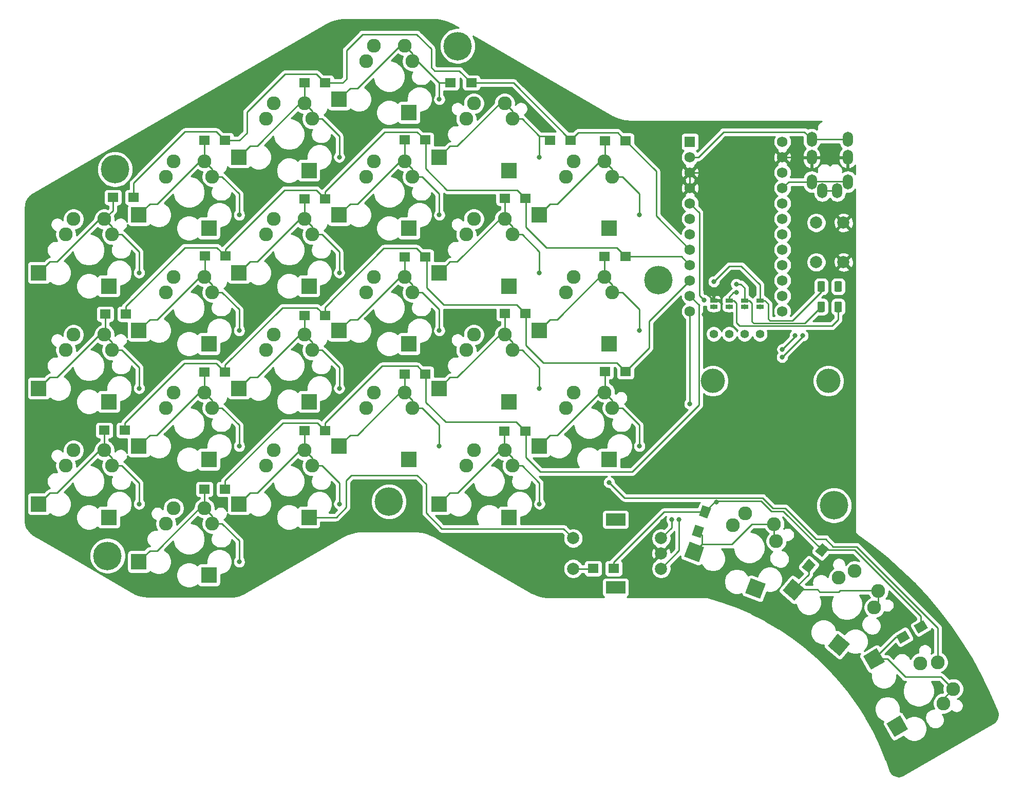
<source format=gbr>
%TF.GenerationSoftware,KiCad,Pcbnew,5.1.10-88a1d61d58~90~ubuntu20.04.1*%
%TF.CreationDate,2021-08-28T15:33:20+01:00*%
%TF.ProjectId,scrawler,73637261-776c-4657-922e-6b696361645f,rev?*%
%TF.SameCoordinates,Original*%
%TF.FileFunction,Copper,L2,Bot*%
%TF.FilePolarity,Positive*%
%FSLAX46Y46*%
G04 Gerber Fmt 4.6, Leading zero omitted, Abs format (unit mm)*
G04 Created by KiCad (PCBNEW 5.1.10-88a1d61d58~90~ubuntu20.04.1) date 2021-08-28 15:33:20*
%MOMM*%
%LPD*%
G01*
G04 APERTURE LIST*
%TA.AperFunction,ComponentPad*%
%ADD10C,4.000000*%
%TD*%
%TA.AperFunction,ComponentPad*%
%ADD11O,1.700000X2.500000*%
%TD*%
%TA.AperFunction,ComponentPad*%
%ADD12C,1.752600*%
%TD*%
%TA.AperFunction,ComponentPad*%
%ADD13R,1.752600X1.752600*%
%TD*%
%TA.AperFunction,SMDPad,CuDef*%
%ADD14R,2.600000X2.600000*%
%TD*%
%TA.AperFunction,ComponentPad*%
%ADD15C,2.286000*%
%TD*%
%TA.AperFunction,SMDPad,CuDef*%
%ADD16C,0.100000*%
%TD*%
%TA.AperFunction,ComponentPad*%
%ADD17C,2.000000*%
%TD*%
%TA.AperFunction,ComponentPad*%
%ADD18R,3.200000X2.000000*%
%TD*%
%TA.AperFunction,SMDPad,CuDef*%
%ADD19R,1.143000X0.635000*%
%TD*%
%TA.AperFunction,ComponentPad*%
%ADD20C,1.397000*%
%TD*%
%TA.AperFunction,ComponentPad*%
%ADD21C,4.700000*%
%TD*%
%TA.AperFunction,ComponentPad*%
%ADD22C,0.100000*%
%TD*%
%TA.AperFunction,ComponentPad*%
%ADD23R,1.800000X1.500000*%
%TD*%
%TA.AperFunction,ViaPad*%
%ADD24C,0.800000*%
%TD*%
%TA.AperFunction,Conductor*%
%ADD25C,0.250000*%
%TD*%
%TA.AperFunction,Conductor*%
%ADD26C,0.254000*%
%TD*%
%TA.AperFunction,Conductor*%
%ADD27C,0.100000*%
%TD*%
G04 APERTURE END LIST*
D10*
%TO.P,H8,*%
%TO.N,*%
X198120000Y-97790000D03*
%TD*%
%TO.P,H7,*%
%TO.N,*%
X179070000Y-97790000D03*
%TD*%
D11*
%TO.P,J2,A*%
%TO.N,Net-(J2-PadA)*%
X197112200Y-66460800D03*
%TO.P,J2,D*%
%TO.N,VCC*%
X201312200Y-64960800D03*
%TO.P,J2,C*%
%TO.N,GND*%
X201312200Y-60960800D03*
%TO.P,J2,B*%
%TO.N,DATA*%
X201312200Y-57960800D03*
%TO.P,J2,C*%
%TO.N,GND*%
X195362200Y-60960800D03*
%TO.P,J2,B*%
%TO.N,DATA*%
X195362200Y-57960800D03*
%TO.P,J2,A*%
%TO.N,Net-(J2-PadA)*%
X199562200Y-66460800D03*
%TO.P,J2,D*%
%TO.N,VCC*%
X195362200Y-64960800D03*
%TD*%
D12*
%TO.P,U1,24*%
%TO.N,Net-(U1-Pad24)*%
X190525400Y-58381900D03*
%TO.P,U1,12*%
%TO.N,ROW4*%
X175285400Y-86321900D03*
%TO.P,U1,23*%
%TO.N,GND*%
X190525400Y-60921900D03*
%TO.P,U1,22*%
%TO.N,RESET*%
X190525400Y-63461900D03*
%TO.P,U1,21*%
%TO.N,VCC*%
X190525400Y-66001900D03*
%TO.P,U1,20*%
%TO.N,ENCA*%
X190525400Y-68541900D03*
%TO.P,U1,19*%
%TO.N,ENCB*%
X190525400Y-71081900D03*
%TO.P,U1,18*%
%TO.N,COL0*%
X190525400Y-73621900D03*
%TO.P,U1,17*%
%TO.N,COL1*%
X190525400Y-76161900D03*
%TO.P,U1,16*%
%TO.N,COL2*%
X190525400Y-78701900D03*
%TO.P,U1,15*%
%TO.N,COL3*%
X190525400Y-81241900D03*
%TO.P,U1,14*%
%TO.N,COL4*%
X190525400Y-83781900D03*
%TO.P,U1,13*%
%TO.N,COL5*%
X190525400Y-86321900D03*
%TO.P,U1,11*%
%TO.N,ROW3*%
X175285400Y-83781900D03*
%TO.P,U1,10*%
%TO.N,ROW2*%
X175285400Y-81241900D03*
%TO.P,U1,9*%
%TO.N,ROW1*%
X175285400Y-78701900D03*
%TO.P,U1,8*%
%TO.N,ROW0*%
X175285400Y-76161900D03*
%TO.P,U1,7*%
%TO.N,Net-(U1-Pad7)*%
X175285400Y-73621900D03*
%TO.P,U1,6*%
%TO.N,SCL*%
X175285400Y-71081900D03*
%TO.P,U1,5*%
%TO.N,SDA*%
X175285400Y-68541900D03*
%TO.P,U1,4*%
%TO.N,GND*%
X175285400Y-66001900D03*
%TO.P,U1,3*%
X175285400Y-63461900D03*
%TO.P,U1,2*%
%TO.N,DATA*%
X175285400Y-60921900D03*
D13*
%TO.P,U1,1*%
%TO.N,Net-(U1-Pad1)*%
X175285400Y-58381900D03*
%TD*%
D14*
%TO.P,SW9B1,1*%
%TO.N,COL2*%
X112470084Y-82150000D03*
%TO.P,SW9B1,2*%
%TO.N,Net-(D9-Pad2)*%
X100920084Y-79950000D03*
%TD*%
D15*
%TO.P,SW9,1*%
%TO.N,COL2*%
X105385084Y-73660000D03*
%TO.P,SW9,2*%
%TO.N,Net-(D9-Pad2)*%
X111735084Y-71120000D03*
%TO.P,SW9,1*%
%TO.N,COL2*%
X106655084Y-71120000D03*
%TO.P,SW9,2*%
%TO.N,Net-(D9-Pad2)*%
X113005084Y-73660000D03*
%TD*%
D14*
%TO.P,SW8B1,1*%
%TO.N,COL1*%
X95972784Y-91675000D03*
%TO.P,SW8B1,2*%
%TO.N,Net-(D8-Pad2)*%
X84422784Y-89475000D03*
%TD*%
D15*
%TO.P,SW8,1*%
%TO.N,COL1*%
X88887784Y-83185000D03*
%TO.P,SW8,2*%
%TO.N,Net-(D8-Pad2)*%
X95237784Y-80645000D03*
%TO.P,SW8,1*%
%TO.N,COL1*%
X90157784Y-80645000D03*
%TO.P,SW8,2*%
%TO.N,Net-(D8-Pad2)*%
X96507784Y-83185000D03*
%TD*%
D14*
%TO.P,SW7B1,1*%
%TO.N,COL0*%
X79475000Y-101200000D03*
%TO.P,SW7B1,2*%
%TO.N,Net-(D7-Pad2)*%
X67925000Y-99000000D03*
%TD*%
D15*
%TO.P,SW7,1*%
%TO.N,COL0*%
X72390000Y-92710000D03*
%TO.P,SW7,2*%
%TO.N,Net-(D7-Pad2)*%
X78740000Y-90170000D03*
%TO.P,SW7,1*%
%TO.N,COL0*%
X73660000Y-90170000D03*
%TO.P,SW7,2*%
%TO.N,Net-(D7-Pad2)*%
X80010000Y-92710000D03*
%TD*%
D14*
%TO.P,SW6B1,1*%
%TO.N,COL5*%
X161963920Y-72625000D03*
%TO.P,SW6B1,2*%
%TO.N,Net-(D6-Pad2)*%
X150413920Y-70425000D03*
%TD*%
D15*
%TO.P,SW6,1*%
%TO.N,COL5*%
X154878920Y-64135000D03*
%TO.P,SW6,2*%
%TO.N,Net-(D6-Pad2)*%
X161228920Y-61595000D03*
%TO.P,SW6,1*%
%TO.N,COL5*%
X156148920Y-61595000D03*
%TO.P,SW6,2*%
%TO.N,Net-(D6-Pad2)*%
X162498920Y-64135000D03*
%TD*%
D14*
%TO.P,SW5B1,1*%
%TO.N,COL4*%
X145466136Y-63100000D03*
%TO.P,SW5B1,2*%
%TO.N,Net-(D5-Pad2)*%
X133916136Y-60900000D03*
%TD*%
D15*
%TO.P,SW5,1*%
%TO.N,COL4*%
X138381136Y-54610000D03*
%TO.P,SW5,2*%
%TO.N,Net-(D5-Pad2)*%
X144731136Y-52070000D03*
%TO.P,SW5,1*%
%TO.N,COL4*%
X139651136Y-52070000D03*
%TO.P,SW5,2*%
%TO.N,Net-(D5-Pad2)*%
X146001136Y-54610000D03*
%TD*%
D14*
%TO.P,SW4B1,1*%
%TO.N,COL3*%
X128968352Y-53575000D03*
%TO.P,SW4B1,2*%
%TO.N,Net-(D4-Pad2)*%
X117418352Y-51375000D03*
%TD*%
D15*
%TO.P,SW4,1*%
%TO.N,COL3*%
X121883352Y-45085000D03*
%TO.P,SW4,2*%
%TO.N,Net-(D4-Pad2)*%
X128233352Y-42545000D03*
%TO.P,SW4,1*%
%TO.N,COL3*%
X123153352Y-42545000D03*
%TO.P,SW4,2*%
%TO.N,Net-(D4-Pad2)*%
X129503352Y-45085000D03*
%TD*%
D14*
%TO.P,SW3B1,1*%
%TO.N,COL2*%
X112470084Y-63100000D03*
%TO.P,SW3B1,2*%
%TO.N,Net-(D3-Pad2)*%
X100920084Y-60900000D03*
%TD*%
D15*
%TO.P,SW3,1*%
%TO.N,COL2*%
X105385084Y-54610000D03*
%TO.P,SW3,2*%
%TO.N,Net-(D3-Pad2)*%
X111735084Y-52070000D03*
%TO.P,SW3,1*%
%TO.N,COL2*%
X106655084Y-52070000D03*
%TO.P,SW3,2*%
%TO.N,Net-(D3-Pad2)*%
X113005084Y-54610000D03*
%TD*%
D14*
%TO.P,SW2B1,1*%
%TO.N,COL1*%
X95972784Y-72625000D03*
%TO.P,SW2B1,2*%
%TO.N,Net-(D2-Pad2)*%
X84422784Y-70425000D03*
%TD*%
D15*
%TO.P,SW2,1*%
%TO.N,COL1*%
X88887784Y-64135000D03*
%TO.P,SW2,2*%
%TO.N,Net-(D2-Pad2)*%
X95237784Y-61595000D03*
%TO.P,SW2,1*%
%TO.N,COL1*%
X90157784Y-61595000D03*
%TO.P,SW2,2*%
%TO.N,Net-(D2-Pad2)*%
X96507784Y-64135000D03*
%TD*%
%TA.AperFunction,SMDPad,CuDef*%
D16*
%TO.P,SW26B1,1*%
%TO.N,COL5*%
G36*
X207700516Y-154204800D02*
G01*
X209952182Y-152904800D01*
X211252182Y-155156466D01*
X209000516Y-156456466D01*
X207700516Y-154204800D01*
G37*
%TD.AperFunction*%
%TA.AperFunction,SMDPad,CuDef*%
%TO.P,SW26B1,2*%
%TO.N,Net-(D26-Pad2)*%
G36*
X203830772Y-143102207D02*
G01*
X206082438Y-141802207D01*
X207382438Y-144053873D01*
X205130772Y-145353873D01*
X203830772Y-143102207D01*
G37*
%TD.AperFunction*%
%TD*%
D15*
%TO.P,SW26,1*%
%TO.N,COL5*%
X213286405Y-144299843D03*
%TO.P,SW26,2*%
%TO.N,Net-(D26-Pad2)*%
X218661109Y-148529105D03*
%TO.P,SW26,1*%
%TO.N,COL5*%
X216121109Y-144129695D03*
%TO.P,SW26,2*%
%TO.N,Net-(D26-Pad2)*%
X217096405Y-150898957D03*
%TD*%
%TA.AperFunction,SMDPad,CuDef*%
D16*
%TO.P,SW25B1,1*%
%TO.N,COL4*%
G36*
X197982627Y-141443328D02*
G01*
X199653875Y-139451612D01*
X201645591Y-141122860D01*
X199974343Y-143114576D01*
X197982627Y-141443328D01*
G37*
%TD.AperFunction*%
%TA.AperFunction,SMDPad,CuDef*%
%TO.P,SW25B1,2*%
%TO.N,Net-(D25-Pad2)*%
G36*
X190548947Y-132333833D02*
G01*
X192220195Y-130342117D01*
X194211911Y-132013365D01*
X192540663Y-134005081D01*
X190548947Y-132333833D01*
G37*
%TD.AperFunction*%
%TD*%
D15*
%TO.P,SW25,1*%
%TO.N,COL4*%
X199843951Y-130225226D03*
%TO.P,SW25,2*%
%TO.N,Net-(D25-Pad2)*%
X206341014Y-132361175D03*
%TO.P,SW25,1*%
%TO.N,COL4*%
X202449508Y-129095814D03*
%TO.P,SW25,2*%
%TO.N,Net-(D25-Pad2)*%
X205681210Y-135123268D03*
%TD*%
%TA.AperFunction,SMDPad,CuDef*%
D16*
%TO.P,SW24B1,1*%
%TO.N,COL3*%
G36*
X184427946Y-132748361D02*
G01*
X185317199Y-130305160D01*
X187760400Y-131194413D01*
X186871147Y-133637614D01*
X184427946Y-132748361D01*
G37*
%TD.AperFunction*%
%TA.AperFunction,SMDPad,CuDef*%
%TO.P,SW24B1,2*%
%TO.N,Net-(D24-Pad2)*%
G36*
X174326941Y-126730705D02*
G01*
X175216194Y-124287504D01*
X177659395Y-125176757D01*
X176770142Y-127619958D01*
X174326941Y-126730705D01*
G37*
%TD.AperFunction*%
%TD*%
D15*
%TO.P,SW24,1*%
%TO.N,COL3*%
X182340202Y-121570184D03*
%TO.P,SW24,2*%
%TO.N,Net-(D24-Pad2)*%
X189175982Y-121355193D03*
%TO.P,SW24,1*%
%TO.N,COL3*%
X184402343Y-119617730D03*
%TO.P,SW24,2*%
%TO.N,Net-(D24-Pad2)*%
X189500660Y-124176377D03*
%TD*%
D14*
%TO.P,SW22B1,1*%
%TO.N,COL4*%
X145466136Y-120250000D03*
%TO.P,SW22B1,2*%
%TO.N,Net-(D22-Pad2)*%
X133916136Y-118050000D03*
%TD*%
D15*
%TO.P,SW22,1*%
%TO.N,COL4*%
X138381136Y-111760000D03*
%TO.P,SW22,2*%
%TO.N,Net-(D22-Pad2)*%
X144731136Y-109220000D03*
%TO.P,SW22,1*%
%TO.N,COL4*%
X139651136Y-109220000D03*
%TO.P,SW22,2*%
%TO.N,Net-(D22-Pad2)*%
X146001136Y-111760000D03*
%TD*%
D14*
%TO.P,SW21B1,1*%
%TO.N,COL3*%
X128968352Y-110725000D03*
%TO.P,SW21B1,2*%
%TO.N,Net-(D21-Pad2)*%
X117418352Y-108525000D03*
%TD*%
D15*
%TO.P,SW21,1*%
%TO.N,COL3*%
X121883352Y-102235000D03*
%TO.P,SW21,2*%
%TO.N,Net-(D21-Pad2)*%
X128233352Y-99695000D03*
%TO.P,SW21,1*%
%TO.N,COL3*%
X123153352Y-99695000D03*
%TO.P,SW21,2*%
%TO.N,Net-(D21-Pad2)*%
X129503352Y-102235000D03*
%TD*%
D14*
%TO.P,SW20B1,1*%
%TO.N,COL2*%
X112470084Y-120250000D03*
%TO.P,SW20B1,2*%
%TO.N,Net-(D20-Pad2)*%
X100920084Y-118050000D03*
%TD*%
D15*
%TO.P,SW20,1*%
%TO.N,COL2*%
X105385084Y-111760000D03*
%TO.P,SW20,2*%
%TO.N,Net-(D20-Pad2)*%
X111735084Y-109220000D03*
%TO.P,SW20,1*%
%TO.N,COL2*%
X106655084Y-109220000D03*
%TO.P,SW20,2*%
%TO.N,Net-(D20-Pad2)*%
X113005084Y-111760000D03*
%TD*%
D14*
%TO.P,SW1B1,1*%
%TO.N,COL0*%
X79475000Y-82150000D03*
%TO.P,SW1B1,2*%
%TO.N,Net-(D1-Pad2)*%
X67925000Y-79950000D03*
%TD*%
D15*
%TO.P,SW1,1*%
%TO.N,COL0*%
X72390000Y-73660000D03*
%TO.P,SW1,2*%
%TO.N,Net-(D1-Pad2)*%
X78740000Y-71120000D03*
%TO.P,SW1,1*%
%TO.N,COL0*%
X73660000Y-71120000D03*
%TO.P,SW1,2*%
%TO.N,Net-(D1-Pad2)*%
X80010000Y-73660000D03*
%TD*%
D14*
%TO.P,SW19B1,1*%
%TO.N,COL1*%
X95972784Y-129775000D03*
%TO.P,SW19B1,2*%
%TO.N,Net-(D19-Pad2)*%
X84422784Y-127575000D03*
%TD*%
D15*
%TO.P,SW19,1*%
%TO.N,COL1*%
X88887784Y-121285000D03*
%TO.P,SW19,2*%
%TO.N,Net-(D19-Pad2)*%
X95237784Y-118745000D03*
%TO.P,SW19,1*%
%TO.N,COL1*%
X90157784Y-118745000D03*
%TO.P,SW19,2*%
%TO.N,Net-(D19-Pad2)*%
X96507784Y-121285000D03*
%TD*%
D14*
%TO.P,SW18B1,1*%
%TO.N,COL5*%
X161963920Y-110725000D03*
%TO.P,SW18B1,2*%
%TO.N,Net-(D18-Pad2)*%
X150413920Y-108525000D03*
%TD*%
D15*
%TO.P,SW18,1*%
%TO.N,COL5*%
X154878920Y-102235000D03*
%TO.P,SW18,2*%
%TO.N,Net-(D18-Pad2)*%
X161228920Y-99695000D03*
%TO.P,SW18,1*%
%TO.N,COL5*%
X156148920Y-99695000D03*
%TO.P,SW18,2*%
%TO.N,Net-(D18-Pad2)*%
X162498920Y-102235000D03*
%TD*%
D14*
%TO.P,SW17B1,1*%
%TO.N,COL4*%
X145466136Y-101200000D03*
%TO.P,SW17B1,2*%
%TO.N,Net-(D17-Pad2)*%
X133916136Y-99000000D03*
%TD*%
D15*
%TO.P,SW17,1*%
%TO.N,COL4*%
X138381136Y-92710000D03*
%TO.P,SW17,2*%
%TO.N,Net-(D17-Pad2)*%
X144731136Y-90170000D03*
%TO.P,SW17,1*%
%TO.N,COL4*%
X139651136Y-90170000D03*
%TO.P,SW17,2*%
%TO.N,Net-(D17-Pad2)*%
X146001136Y-92710000D03*
%TD*%
D14*
%TO.P,SW16B1,1*%
%TO.N,COL3*%
X128968352Y-91675000D03*
%TO.P,SW16B1,2*%
%TO.N,Net-(D16-Pad2)*%
X117418352Y-89475000D03*
%TD*%
D15*
%TO.P,SW16,1*%
%TO.N,COL3*%
X121883352Y-83185000D03*
%TO.P,SW16,2*%
%TO.N,Net-(D16-Pad2)*%
X128233352Y-80645000D03*
%TO.P,SW16,1*%
%TO.N,COL3*%
X123153352Y-80645000D03*
%TO.P,SW16,2*%
%TO.N,Net-(D16-Pad2)*%
X129503352Y-83185000D03*
%TD*%
D14*
%TO.P,SW15B1,1*%
%TO.N,COL2*%
X112470084Y-101200000D03*
%TO.P,SW15B1,2*%
%TO.N,Net-(D15-Pad2)*%
X100920084Y-99000000D03*
%TD*%
D15*
%TO.P,SW15,1*%
%TO.N,COL2*%
X105385084Y-92710000D03*
%TO.P,SW15,2*%
%TO.N,Net-(D15-Pad2)*%
X111735084Y-90170000D03*
%TO.P,SW15,1*%
%TO.N,COL2*%
X106655084Y-90170000D03*
%TO.P,SW15,2*%
%TO.N,Net-(D15-Pad2)*%
X113005084Y-92710000D03*
%TD*%
D14*
%TO.P,SW14B1,1*%
%TO.N,COL1*%
X95972784Y-110725000D03*
%TO.P,SW14B1,2*%
%TO.N,Net-(D14-Pad2)*%
X84422784Y-108525000D03*
%TD*%
D15*
%TO.P,SW14,1*%
%TO.N,COL1*%
X88887784Y-102235000D03*
%TO.P,SW14,2*%
%TO.N,Net-(D14-Pad2)*%
X95237784Y-99695000D03*
%TO.P,SW14,1*%
%TO.N,COL1*%
X90157784Y-99695000D03*
%TO.P,SW14,2*%
%TO.N,Net-(D14-Pad2)*%
X96507784Y-102235000D03*
%TD*%
D14*
%TO.P,SW13B1,1*%
%TO.N,COL0*%
X79475000Y-120250000D03*
%TO.P,SW13B1,2*%
%TO.N,Net-(D13-Pad2)*%
X67925000Y-118050000D03*
%TD*%
D15*
%TO.P,SW13,1*%
%TO.N,COL0*%
X72390000Y-111760000D03*
%TO.P,SW13,2*%
%TO.N,Net-(D13-Pad2)*%
X78740000Y-109220000D03*
%TO.P,SW13,1*%
%TO.N,COL0*%
X73660000Y-109220000D03*
%TO.P,SW13,2*%
%TO.N,Net-(D13-Pad2)*%
X80010000Y-111760000D03*
%TD*%
D14*
%TO.P,SW12B1,1*%
%TO.N,COL5*%
X161963920Y-91675000D03*
%TO.P,SW12B1,2*%
%TO.N,Net-(D12-Pad2)*%
X150413920Y-89475000D03*
%TD*%
D15*
%TO.P,SW12,1*%
%TO.N,COL5*%
X154878920Y-83185000D03*
%TO.P,SW12,2*%
%TO.N,Net-(D12-Pad2)*%
X161228920Y-80645000D03*
%TO.P,SW12,1*%
%TO.N,COL5*%
X156148920Y-80645000D03*
%TO.P,SW12,2*%
%TO.N,Net-(D12-Pad2)*%
X162498920Y-83185000D03*
%TD*%
D14*
%TO.P,SW11B1,1*%
%TO.N,COL4*%
X145466136Y-82150000D03*
%TO.P,SW11B1,2*%
%TO.N,Net-(D11-Pad2)*%
X133916136Y-79950000D03*
%TD*%
D15*
%TO.P,SW11,1*%
%TO.N,COL4*%
X138381136Y-73660000D03*
%TO.P,SW11,2*%
%TO.N,Net-(D11-Pad2)*%
X144731136Y-71120000D03*
%TO.P,SW11,1*%
%TO.N,COL4*%
X139651136Y-71120000D03*
%TO.P,SW11,2*%
%TO.N,Net-(D11-Pad2)*%
X146001136Y-73660000D03*
%TD*%
D14*
%TO.P,SW10B1,1*%
%TO.N,COL3*%
X128968352Y-72625000D03*
%TO.P,SW10B1,2*%
%TO.N,Net-(D10-Pad2)*%
X117418352Y-70425000D03*
%TD*%
D15*
%TO.P,SW10,1*%
%TO.N,COL3*%
X121883352Y-64135000D03*
%TO.P,SW10,2*%
%TO.N,Net-(D10-Pad2)*%
X128233352Y-61595000D03*
%TO.P,SW10,1*%
%TO.N,COL3*%
X123153352Y-61595000D03*
%TO.P,SW10,2*%
%TO.N,Net-(D10-Pad2)*%
X129503352Y-64135000D03*
%TD*%
D17*
%TO.P,ROT_ENC,S1*%
%TO.N,COL2*%
X156029900Y-123712600D03*
%TO.P,ROT_ENC,S2*%
%TO.N,SW23B*%
X156029900Y-128712600D03*
D18*
%TO.P,ROT_ENC,MP*%
%TO.N,N/C*%
X163029900Y-120612600D03*
X163029900Y-131812600D03*
D17*
%TO.P,ROT_ENC,B*%
%TO.N,ENCB*%
X170529900Y-123712600D03*
%TO.P,ROT_ENC,C*%
%TO.N,GND*%
X170529900Y-126212600D03*
%TO.P,ROT_ENC,A*%
%TO.N,ENCA*%
X170529900Y-128712600D03*
%TD*%
%TO.P,RSW1,2*%
%TO.N,RESET*%
X196096500Y-71716900D03*
%TO.P,RSW1,1*%
%TO.N,GND*%
X200596500Y-71716900D03*
%TO.P,RSW1,2*%
%TO.N,RESET*%
X196096500Y-78216900D03*
%TO.P,RSW1,1*%
%TO.N,GND*%
X200596500Y-78216900D03*
%TD*%
%TO.P,R2,2*%
%TO.N,SCL*%
%TA.AperFunction,ComponentPad*%
G36*
G01*
X197538500Y-84960300D02*
X197538500Y-86210300D01*
G75*
G02*
X197288500Y-86460300I-250000J0D01*
G01*
X196538500Y-86460300D01*
G75*
G02*
X196288500Y-86210300I0J250000D01*
G01*
X196288500Y-84960300D01*
G75*
G02*
X196538500Y-84710300I250000J0D01*
G01*
X197288500Y-84710300D01*
G75*
G02*
X197538500Y-84960300I0J-250000D01*
G01*
G37*
%TD.AperFunction*%
%TO.P,R2,1*%
%TO.N,VCC*%
%TA.AperFunction,SMDPad,CuDef*%
G36*
G01*
X200338500Y-84960300D02*
X200338500Y-86210300D01*
G75*
G02*
X200088500Y-86460300I-250000J0D01*
G01*
X199338500Y-86460300D01*
G75*
G02*
X199088500Y-86210300I0J250000D01*
G01*
X199088500Y-84960300D01*
G75*
G02*
X199338500Y-84710300I250000J0D01*
G01*
X200088500Y-84710300D01*
G75*
G02*
X200338500Y-84960300I0J-250000D01*
G01*
G37*
%TD.AperFunction*%
%TO.P,R2,2*%
%TO.N,SCL*%
%TA.AperFunction,SMDPad,CuDef*%
G36*
G01*
X197538500Y-84960300D02*
X197538500Y-86210300D01*
G75*
G02*
X197288500Y-86460300I-250000J0D01*
G01*
X196538500Y-86460300D01*
G75*
G02*
X196288500Y-86210300I0J250000D01*
G01*
X196288500Y-84960300D01*
G75*
G02*
X196538500Y-84710300I250000J0D01*
G01*
X197288500Y-84710300D01*
G75*
G02*
X197538500Y-84960300I0J-250000D01*
G01*
G37*
%TD.AperFunction*%
%TO.P,R2,1*%
%TO.N,VCC*%
%TA.AperFunction,ComponentPad*%
G36*
G01*
X200338500Y-84960300D02*
X200338500Y-86210300D01*
G75*
G02*
X200088500Y-86460300I-250000J0D01*
G01*
X199338500Y-86460300D01*
G75*
G02*
X199088500Y-86210300I0J250000D01*
G01*
X199088500Y-84960300D01*
G75*
G02*
X199338500Y-84710300I250000J0D01*
G01*
X200088500Y-84710300D01*
G75*
G02*
X200338500Y-84960300I0J-250000D01*
G01*
G37*
%TD.AperFunction*%
%TD*%
%TO.P,R1,2*%
%TO.N,SDA*%
%TA.AperFunction,ComponentPad*%
G36*
G01*
X197548200Y-81607500D02*
X197548200Y-82857500D01*
G75*
G02*
X197298200Y-83107500I-250000J0D01*
G01*
X196548200Y-83107500D01*
G75*
G02*
X196298200Y-82857500I0J250000D01*
G01*
X196298200Y-81607500D01*
G75*
G02*
X196548200Y-81357500I250000J0D01*
G01*
X197298200Y-81357500D01*
G75*
G02*
X197548200Y-81607500I0J-250000D01*
G01*
G37*
%TD.AperFunction*%
%TO.P,R1,1*%
%TO.N,VCC*%
%TA.AperFunction,SMDPad,CuDef*%
G36*
G01*
X200348200Y-81607500D02*
X200348200Y-82857500D01*
G75*
G02*
X200098200Y-83107500I-250000J0D01*
G01*
X199348200Y-83107500D01*
G75*
G02*
X199098200Y-82857500I0J250000D01*
G01*
X199098200Y-81607500D01*
G75*
G02*
X199348200Y-81357500I250000J0D01*
G01*
X200098200Y-81357500D01*
G75*
G02*
X200348200Y-81607500I0J-250000D01*
G01*
G37*
%TD.AperFunction*%
%TO.P,R1,2*%
%TO.N,SDA*%
%TA.AperFunction,SMDPad,CuDef*%
G36*
G01*
X197548200Y-81607500D02*
X197548200Y-82857500D01*
G75*
G02*
X197298200Y-83107500I-250000J0D01*
G01*
X196548200Y-83107500D01*
G75*
G02*
X196298200Y-82857500I0J250000D01*
G01*
X196298200Y-81607500D01*
G75*
G02*
X196548200Y-81357500I250000J0D01*
G01*
X197298200Y-81357500D01*
G75*
G02*
X197548200Y-81607500I0J-250000D01*
G01*
G37*
%TD.AperFunction*%
%TO.P,R1,1*%
%TO.N,VCC*%
%TA.AperFunction,ComponentPad*%
G36*
G01*
X200348200Y-81607500D02*
X200348200Y-82857500D01*
G75*
G02*
X200098200Y-83107500I-250000J0D01*
G01*
X199348200Y-83107500D01*
G75*
G02*
X199098200Y-82857500I0J250000D01*
G01*
X199098200Y-81607500D01*
G75*
G02*
X199348200Y-81357500I250000J0D01*
G01*
X200098200Y-81357500D01*
G75*
G02*
X200348200Y-81607500I0J-250000D01*
G01*
G37*
%TD.AperFunction*%
%TD*%
D19*
%TO.P,JP8,2*%
%TO.N,GND*%
X179204620Y-84551520D03*
%TO.P,JP8,1*%
%TO.N,Net-(J3-Pad1)*%
X179204620Y-85552280D03*
%TD*%
%TO.P,JP7,2*%
%TO.N,VCC*%
X181744620Y-84551520D03*
%TO.P,JP7,1*%
%TO.N,Net-(J3-Pad2)*%
X181744620Y-85552280D03*
%TD*%
%TO.P,JP6,2*%
%TO.N,SCL*%
X184284620Y-84551520D03*
%TO.P,JP6,1*%
%TO.N,Net-(J3-Pad3)*%
X184284620Y-85552280D03*
%TD*%
%TO.P,JP5,2*%
%TO.N,SDA*%
X186824620Y-84551520D03*
%TO.P,JP5,1*%
%TO.N,Net-(J3-Pad4)*%
X186824620Y-85552280D03*
%TD*%
D20*
%TO.P,OLED,4*%
%TO.N,Net-(J3-Pad4)*%
X186824620Y-90051890D03*
%TO.P,OLED,3*%
%TO.N,Net-(J3-Pad3)*%
X184284620Y-90051890D03*
%TO.P,OLED,2*%
%TO.N,Net-(J3-Pad2)*%
X181744620Y-90051890D03*
%TO.P,OLED,1*%
%TO.N,Net-(J3-Pad1)*%
X179204620Y-90051890D03*
%TD*%
D21*
%TO.P,H6,*%
%TO.N,*%
X136994900Y-42608500D03*
%TD*%
%TO.P,H5,*%
%TO.N,*%
X170065700Y-81165700D03*
%TD*%
%TO.P,H4,*%
%TO.N,*%
X199034400Y-118275100D03*
%TD*%
%TO.P,H3,*%
%TO.N,*%
X125653800Y-117652800D03*
%TD*%
%TO.P,H2,*%
%TO.N,*%
X79260700Y-126593600D03*
%TD*%
%TO.P,H1,*%
%TO.N,*%
X80505300Y-62903100D03*
%TD*%
%TA.AperFunction,ComponentPad*%
D22*
%TO.P,D26,2*%
%TO.N,Net-(D26-Pad2)*%
G36*
X210806280Y-138878981D02*
G01*
X211556280Y-140178019D01*
X209997434Y-141078019D01*
X209247434Y-139778981D01*
X210806280Y-138878981D01*
G37*
%TD.AperFunction*%
%TA.AperFunction,ComponentPad*%
%TO.P,D26,1*%
%TO.N,ROW4*%
G36*
X213750766Y-137178981D02*
G01*
X214500766Y-138478019D01*
X212941920Y-139378019D01*
X212191920Y-138078981D01*
X213750766Y-137178981D01*
G37*
%TD.AperFunction*%
%TD*%
%TA.AperFunction,ComponentPad*%
%TO.P,D25,2*%
%TO.N,Net-(D25-Pad2)*%
G36*
X194884937Y-127092645D02*
G01*
X196034003Y-128056827D01*
X194876985Y-129435707D01*
X193727919Y-128471525D01*
X194884937Y-127092645D01*
G37*
%TD.AperFunction*%
%TA.AperFunction,ComponentPad*%
%TO.P,D25,1*%
%TO.N,ROW4*%
G36*
X197070415Y-124488093D02*
G01*
X198219481Y-125452275D01*
X197062463Y-126831155D01*
X195913397Y-125866973D01*
X197070415Y-124488093D01*
G37*
%TD.AperFunction*%
%TD*%
%TA.AperFunction,ComponentPad*%
%TO.P,D24,2*%
%TO.N,Net-(D24-Pad2)*%
G36*
X176199315Y-121437339D02*
G01*
X177608854Y-121950369D01*
X176993217Y-123641815D01*
X175583678Y-123128785D01*
X176199315Y-121437339D01*
G37*
%TD.AperFunction*%
%TA.AperFunction,ComponentPad*%
%TO.P,D24,1*%
%TO.N,ROW4*%
G36*
X177362183Y-118242385D02*
G01*
X178771722Y-118755415D01*
X178156085Y-120446861D01*
X176746546Y-119933831D01*
X177362183Y-118242385D01*
G37*
%TD.AperFunction*%
%TD*%
D23*
%TO.P,D23,2*%
%TO.N,SW23B*%
X159310600Y-128689100D03*
%TO.P,D23,1*%
%TO.N,ROW4*%
X162710600Y-128689100D03*
%TD*%
%TO.P,D22,2*%
%TO.N,Net-(D22-Pad2)*%
X144720100Y-106019600D03*
%TO.P,D22,1*%
%TO.N,ROW3*%
X148120100Y-106019600D03*
%TD*%
%TO.P,D21,2*%
%TO.N,Net-(D21-Pad2)*%
X128233700Y-96621600D03*
%TO.P,D21,1*%
%TO.N,ROW3*%
X131633700Y-96621600D03*
%TD*%
%TO.P,D20,2*%
%TO.N,Net-(D20-Pad2)*%
X111749100Y-105994200D03*
%TO.P,D20,1*%
%TO.N,ROW3*%
X115149100Y-105994200D03*
%TD*%
%TO.P,D19,2*%
%TO.N,Net-(D19-Pad2)*%
X95251800Y-115633500D03*
%TO.P,D19,1*%
%TO.N,ROW3*%
X98651800Y-115633500D03*
%TD*%
%TO.P,D18,2*%
%TO.N,Net-(D18-Pad2)*%
X161255500Y-96240600D03*
%TO.P,D18,1*%
%TO.N,ROW2*%
X164655500Y-96240600D03*
%TD*%
%TO.P,D17,2*%
%TO.N,Net-(D17-Pad2)*%
X144745500Y-86664800D03*
%TO.P,D17,1*%
%TO.N,ROW2*%
X148145500Y-86664800D03*
%TD*%
%TO.P,D16,2*%
%TO.N,Net-(D16-Pad2)*%
X128221000Y-77343000D03*
%TO.P,D16,1*%
%TO.N,ROW2*%
X131621000Y-77343000D03*
%TD*%
%TO.P,D15,2*%
%TO.N,Net-(D15-Pad2)*%
X111712800Y-87045800D03*
%TO.P,D15,1*%
%TO.N,ROW2*%
X115112800Y-87045800D03*
%TD*%
%TO.P,D14,2*%
%TO.N,Net-(D14-Pad2)*%
X95240900Y-96354900D03*
%TO.P,D14,1*%
%TO.N,ROW2*%
X98640900Y-96354900D03*
%TD*%
%TO.P,D13,2*%
%TO.N,Net-(D13-Pad2)*%
X78740000Y-105918000D03*
%TO.P,D13,1*%
%TO.N,ROW2*%
X82140000Y-105918000D03*
%TD*%
%TO.P,D12,2*%
%TO.N,Net-(D12-Pad2)*%
X161228300Y-77279500D03*
%TO.P,D12,1*%
%TO.N,ROW1*%
X164628300Y-77279500D03*
%TD*%
%TO.P,D11,2*%
%TO.N,Net-(D11-Pad2)*%
X144731000Y-67665600D03*
%TO.P,D11,1*%
%TO.N,ROW1*%
X148131000Y-67665600D03*
%TD*%
%TO.P,D10,2*%
%TO.N,Net-(D10-Pad2)*%
X128221000Y-58089800D03*
%TO.P,D10,1*%
%TO.N,ROW1*%
X131621000Y-58089800D03*
%TD*%
%TO.P,D9,2*%
%TO.N,Net-(D9-Pad2)*%
X111711000Y-67767200D03*
%TO.P,D9,1*%
%TO.N,ROW1*%
X115111000Y-67767200D03*
%TD*%
%TO.P,D8,2*%
%TO.N,Net-(D8-Pad2)*%
X95289900Y-77203300D03*
%TO.P,D8,1*%
%TO.N,ROW1*%
X98689900Y-77203300D03*
%TD*%
%TO.P,D7,2*%
%TO.N,Net-(D7-Pad2)*%
X78881500Y-86766400D03*
%TO.P,D7,1*%
%TO.N,ROW1*%
X82281500Y-86766400D03*
%TD*%
%TO.P,D6,2*%
%TO.N,Net-(D6-Pad2)*%
X161279100Y-58204100D03*
%TO.P,D6,1*%
%TO.N,ROW0*%
X164679100Y-58204100D03*
%TD*%
%TO.P,D5,2*%
%TO.N,Net-(D5-Pad2)*%
X152236700Y-58115200D03*
%TO.P,D5,1*%
%TO.N,ROW0*%
X155636700Y-58115200D03*
%TD*%
%TO.P,D4,2*%
%TO.N,Net-(D4-Pad2)*%
X135828300Y-48653700D03*
%TO.P,D4,1*%
%TO.N,ROW0*%
X139228300Y-48653700D03*
%TD*%
%TO.P,D3,2*%
%TO.N,Net-(D3-Pad2)*%
X111774500Y-48679100D03*
%TO.P,D3,1*%
%TO.N,ROW0*%
X115174500Y-48679100D03*
%TD*%
%TO.P,D2,2*%
%TO.N,Net-(D2-Pad2)*%
X95251800Y-58166000D03*
%TO.P,D2,1*%
%TO.N,ROW0*%
X98651800Y-58166000D03*
%TD*%
%TO.P,D1,2*%
%TO.N,Net-(D1-Pad2)*%
X80149700Y-67551300D03*
%TO.P,D1,1*%
%TO.N,ROW0*%
X83549700Y-67551300D03*
%TD*%
D24*
%TO.N,Net-(D1-Pad2)*%
X84475000Y-79950000D03*
%TO.N,Net-(D2-Pad2)*%
X100972784Y-70425000D03*
%TO.N,Net-(D3-Pad2)*%
X117470084Y-60900000D03*
%TO.N,Net-(D4-Pad2)*%
X133968352Y-51375000D03*
%TO.N,Net-(D5-Pad2)*%
X150466136Y-60900000D03*
%TO.N,Net-(D6-Pad2)*%
X166963920Y-70425000D03*
%TO.N,Net-(D7-Pad2)*%
X84475000Y-99000000D03*
%TO.N,Net-(D8-Pad2)*%
X100972784Y-89475000D03*
%TO.N,Net-(D9-Pad2)*%
X117470084Y-79950000D03*
%TO.N,Net-(D10-Pad2)*%
X133968352Y-70425000D03*
%TO.N,Net-(D11-Pad2)*%
X150466136Y-79950000D03*
%TO.N,Net-(D12-Pad2)*%
X166963920Y-89475000D03*
%TO.N,Net-(D13-Pad2)*%
X84475000Y-118050000D03*
%TO.N,Net-(D14-Pad2)*%
X100972784Y-108525000D03*
%TO.N,Net-(D15-Pad2)*%
X117470084Y-99000000D03*
%TO.N,Net-(D16-Pad2)*%
X133968352Y-89475000D03*
%TO.N,Net-(D17-Pad2)*%
X150466136Y-99000000D03*
%TO.N,Net-(D18-Pad2)*%
X166963920Y-108525000D03*
%TO.N,Net-(D19-Pad2)*%
X100972784Y-127575000D03*
%TO.N,Net-(D20-Pad2)*%
X117470084Y-118050000D03*
%TO.N,Net-(D21-Pad2)*%
X133968352Y-108525000D03*
%TO.N,Net-(D22-Pad2)*%
X150466136Y-118050000D03*
%TO.N,ROW4*%
X179621702Y-117755500D03*
X175247300Y-101561900D03*
%TO.N,Net-(J3-Pad4)*%
X186824620Y-85552280D03*
%TO.N,Net-(J3-Pad3)*%
X184284620Y-85552280D03*
%TO.N,Net-(J3-Pad2)*%
X181744620Y-85552280D03*
%TO.N,Net-(J3-Pad1)*%
X179204620Y-85552280D03*
%TO.N,GND*%
X182930800Y-80289400D03*
X170789600Y-120942100D03*
X170789600Y-94678500D03*
X174002700Y-90170000D03*
X177634900Y-86804500D03*
%TO.N,VCC*%
X182918100Y-83235800D03*
%TO.N,SCL*%
X182918100Y-81826100D03*
%TO.N,SDA*%
X177634900Y-84480400D03*
X179222400Y-81407000D03*
%TO.N,COL3*%
X128968352Y-53575000D03*
X128968352Y-72625000D03*
X128968352Y-91675000D03*
X128968352Y-110725000D03*
X186094173Y-131971387D03*
%TO.N,ENCB*%
X172275500Y-120586500D03*
X192620900Y-90271600D03*
X190525400Y-92557600D03*
%TO.N,ENCA*%
X173507400Y-120611900D03*
X193890900Y-90335100D03*
X190474600Y-93865700D03*
%TO.N,COL4*%
X145466136Y-120250000D03*
X145466136Y-101200000D03*
X145466136Y-82150000D03*
X145466136Y-63100000D03*
X199814109Y-141283094D03*
%TO.N,COL5*%
X161963920Y-72625000D03*
X161963920Y-91675000D03*
X161963920Y-110725000D03*
X209476349Y-154680633D03*
X161963100Y-114503200D03*
%TO.N,COL0*%
X79475000Y-82150000D03*
X79475000Y-101200000D03*
X79475000Y-120250000D03*
%TO.N,COL1*%
X95972784Y-72625000D03*
X95972784Y-91675000D03*
X95972784Y-110725000D03*
X95972784Y-129775000D03*
%TO.N,COL2*%
X112470084Y-120250000D03*
X112470084Y-101200000D03*
X112470084Y-82150000D03*
X112470084Y-63100000D03*
%TD*%
D25*
%TO.N,Net-(D1-Pad2)*%
X80010000Y-72390000D02*
X80010000Y-73660000D01*
X78740000Y-71120000D02*
X80010000Y-72390000D01*
X84475000Y-76508554D02*
X84475000Y-79950000D01*
X81626446Y-73660000D02*
X84475000Y-76508554D01*
X80010000Y-73660000D02*
X81626446Y-73660000D01*
X80149700Y-69710300D02*
X78740000Y-71120000D01*
X80149700Y-67551300D02*
X80149700Y-69710300D01*
X69750001Y-78124999D02*
X67925000Y-79950000D01*
X70935335Y-78124999D02*
X69750001Y-78124999D01*
X77940334Y-71120000D02*
X70935335Y-78124999D01*
X78740000Y-71120000D02*
X77940334Y-71120000D01*
%TO.N,ROW0*%
X97216700Y-56730900D02*
X98651800Y-58166000D01*
X92007838Y-56730900D02*
X97216700Y-56730900D01*
X113714000Y-47218600D02*
X115174500Y-48679100D01*
X108492438Y-47218600D02*
X113714000Y-47218600D01*
X115174500Y-48679100D02*
X118021100Y-48679100D01*
X118021100Y-48679100D02*
X118668800Y-48031400D01*
X118668800Y-48031400D02*
X118668800Y-43294300D01*
X118668800Y-43294300D02*
X121285000Y-40678100D01*
X121285000Y-40678100D02*
X130238500Y-40678100D01*
X130238500Y-40678100D02*
X132626100Y-43065700D01*
X132626100Y-43065700D02*
X132626100Y-46126400D01*
X132626100Y-46126400D02*
X133184900Y-46685200D01*
X163371000Y-56896000D02*
X164679100Y-58204100D01*
X98651800Y-58166000D02*
X101003100Y-58166000D01*
X101003100Y-58166000D02*
X102235000Y-56934100D01*
X102235000Y-53476038D02*
X108492438Y-47218600D01*
X102235000Y-56934100D02*
X102235000Y-53476038D01*
X83549700Y-65189038D02*
X92007838Y-56730900D01*
X83549700Y-67551300D02*
X83549700Y-65189038D01*
X175285400Y-76161900D02*
X169710100Y-70586600D01*
X169710100Y-63235100D02*
X164679100Y-58204100D01*
X169710100Y-70586600D02*
X169710100Y-63235100D01*
X146175200Y-48653700D02*
X155636700Y-58115200D01*
X139228300Y-48653700D02*
X146175200Y-48653700D01*
X137259800Y-46685200D02*
X139228300Y-48653700D01*
X133184900Y-46685200D02*
X137259800Y-46685200D01*
X156855900Y-56896000D02*
X163371000Y-56896000D01*
X155636700Y-58115200D02*
X156855900Y-56896000D01*
%TO.N,Net-(D2-Pad2)*%
X95251800Y-60781318D02*
X95251800Y-58166000D01*
X86247785Y-68599999D02*
X87433119Y-68599999D01*
X84422784Y-70425000D02*
X86247785Y-68599999D01*
X95237784Y-60998584D02*
X95136159Y-60896959D01*
X95237784Y-61595000D02*
X95237784Y-60998584D01*
X95136159Y-60896959D02*
X95251800Y-60781318D01*
X87433119Y-68599999D02*
X95136159Y-60896959D01*
X96507784Y-62865000D02*
X96507784Y-64135000D01*
X95237784Y-61595000D02*
X96507784Y-62865000D01*
X100972784Y-66983554D02*
X100972784Y-70425000D01*
X98124230Y-64135000D02*
X100972784Y-66983554D01*
X96507784Y-64135000D02*
X98124230Y-64135000D01*
%TO.N,Net-(D3-Pad2)*%
X111774500Y-51230918D02*
X111774500Y-48679100D01*
X103930419Y-59074999D02*
X111774500Y-51230918D01*
X102745085Y-59074999D02*
X103930419Y-59074999D01*
X100920084Y-60900000D02*
X102745085Y-59074999D01*
X111735084Y-51270334D02*
X111774500Y-51230918D01*
X111735084Y-52070000D02*
X111735084Y-51270334D01*
X113005084Y-53340000D02*
X113005084Y-54610000D01*
X111735084Y-52070000D02*
X113005084Y-53340000D01*
X117470084Y-57458554D02*
X117470084Y-60900000D01*
X114621530Y-54610000D02*
X117470084Y-57458554D01*
X113005084Y-54610000D02*
X114621530Y-54610000D01*
%TO.N,Net-(D4-Pad2)*%
X120452201Y-49549999D02*
X127457200Y-42545000D01*
X127457200Y-42545000D02*
X128233352Y-42545000D01*
X119243353Y-49549999D02*
X120452201Y-49549999D01*
X117418352Y-51375000D02*
X119243353Y-49549999D01*
X129503352Y-43815000D02*
X129503352Y-45085000D01*
X128233352Y-42545000D02*
X129503352Y-43815000D01*
X133968352Y-48659666D02*
X133968352Y-51375000D01*
X130393686Y-45085000D02*
X133968352Y-48659666D01*
X129503352Y-45085000D02*
X130393686Y-45085000D01*
X135822334Y-48659666D02*
X135828300Y-48653700D01*
X133968352Y-48659666D02*
X135822334Y-48659666D01*
%TO.N,Net-(D5-Pad2)*%
X136926471Y-59074999D02*
X144743700Y-51257770D01*
X135741137Y-59074999D02*
X136926471Y-59074999D01*
X133916136Y-60900000D02*
X135741137Y-59074999D01*
X146001136Y-53340000D02*
X146001136Y-54610000D01*
X144731136Y-52070000D02*
X146001136Y-53340000D01*
X150466136Y-57458554D02*
X150466136Y-60900000D01*
X147617582Y-54610000D02*
X150466136Y-57458554D01*
X146001136Y-54610000D02*
X147617582Y-54610000D01*
X151580054Y-57458554D02*
X152236700Y-58115200D01*
X150466136Y-57458554D02*
X151580054Y-57458554D01*
%TO.N,Net-(D6-Pad2)*%
X161279100Y-60745154D02*
X161279100Y-58204100D01*
X153424255Y-68599999D02*
X161279100Y-60745154D01*
X152238921Y-68599999D02*
X153424255Y-68599999D01*
X150413920Y-70425000D02*
X152238921Y-68599999D01*
X161228920Y-60795334D02*
X161279100Y-60745154D01*
X161228920Y-61595000D02*
X161228920Y-60795334D01*
X162498920Y-62865000D02*
X162498920Y-64135000D01*
X161228920Y-61595000D02*
X162498920Y-62865000D01*
X166963920Y-66983554D02*
X166963920Y-70425000D01*
X164115366Y-64135000D02*
X166963920Y-66983554D01*
X162498920Y-64135000D02*
X164115366Y-64135000D01*
%TO.N,Net-(D7-Pad2)*%
X78881500Y-89228834D02*
X78881500Y-86766400D01*
X70935335Y-97174999D02*
X78881500Y-89228834D01*
X69750001Y-97174999D02*
X70935335Y-97174999D01*
X67925000Y-99000000D02*
X69750001Y-97174999D01*
X78740000Y-89370334D02*
X78881500Y-89228834D01*
X78740000Y-90170000D02*
X78740000Y-89370334D01*
X80010000Y-91440000D02*
X80010000Y-92710000D01*
X78740000Y-90170000D02*
X80010000Y-91440000D01*
X84475000Y-95558554D02*
X84475000Y-99000000D01*
X81626446Y-92710000D02*
X84475000Y-95558554D01*
X80010000Y-92710000D02*
X81626446Y-92710000D01*
%TO.N,ROW1*%
X82281500Y-85507238D02*
X91995138Y-75793600D01*
X82281500Y-86766400D02*
X82281500Y-85507238D01*
X97280200Y-75793600D02*
X98689900Y-77203300D01*
X91995138Y-75793600D02*
X97280200Y-75793600D01*
X98689900Y-76071138D02*
X108441638Y-66319400D01*
X98689900Y-77203300D02*
X98689900Y-76071138D01*
X113663200Y-66319400D02*
X115111000Y-67767200D01*
X108441638Y-66319400D02*
X113663200Y-66319400D01*
X115111000Y-66623306D02*
X124990706Y-56743600D01*
X115111000Y-67767200D02*
X115111000Y-66623306D01*
X130274800Y-56743600D02*
X131621000Y-58089800D01*
X124990706Y-56743600D02*
X130274800Y-56743600D01*
X131733653Y-58202453D02*
X131733653Y-62823453D01*
X131621000Y-58089800D02*
X131733653Y-58202453D01*
X131733653Y-62823453D02*
X135242300Y-66332100D01*
X146797500Y-66332100D02*
X148131000Y-67665600D01*
X135242300Y-66332100D02*
X146797500Y-66332100D01*
X148231437Y-67766037D02*
X148231437Y-72488637D01*
X148131000Y-67665600D02*
X148231437Y-67766037D01*
X148231437Y-72488637D02*
X151587200Y-75844400D01*
X163193200Y-75844400D02*
X164628300Y-77279500D01*
X151587200Y-75844400D02*
X163193200Y-75844400D01*
X173863000Y-77279500D02*
X164628300Y-77279500D01*
X175285400Y-78701900D02*
X173863000Y-77279500D01*
%TO.N,Net-(D8-Pad2)*%
X95289900Y-80592884D02*
X95237784Y-80645000D01*
X87433119Y-87649999D02*
X95289900Y-79793218D01*
X95289900Y-79793218D02*
X95289900Y-77203300D01*
X86247785Y-87649999D02*
X87433119Y-87649999D01*
X84422784Y-89475000D02*
X86247785Y-87649999D01*
X95237784Y-79845334D02*
X95289900Y-79793218D01*
X95237784Y-80645000D02*
X95237784Y-79845334D01*
X96507784Y-81915000D02*
X96507784Y-83185000D01*
X95237784Y-80645000D02*
X96507784Y-81915000D01*
X100972784Y-86033554D02*
X100972784Y-89475000D01*
X98124230Y-83185000D02*
X100972784Y-86033554D01*
X96507784Y-83185000D02*
X98124230Y-83185000D01*
%TO.N,Net-(D9-Pad2)*%
X111711000Y-70344418D02*
X111711000Y-67767200D01*
X103930419Y-78124999D02*
X111711000Y-70344418D01*
X102745085Y-78124999D02*
X103930419Y-78124999D01*
X100920084Y-79950000D02*
X102745085Y-78124999D01*
X111735084Y-70368502D02*
X111711000Y-70344418D01*
X111735084Y-71120000D02*
X111735084Y-70368502D01*
X113005084Y-72390000D02*
X113005084Y-73660000D01*
X111735084Y-71120000D02*
X113005084Y-72390000D01*
X117470084Y-76508554D02*
X117470084Y-79950000D01*
X114621530Y-73660000D02*
X117470084Y-76508554D01*
X113005084Y-73660000D02*
X114621530Y-73660000D01*
%TO.N,Net-(D10-Pad2)*%
X120452201Y-68599999D02*
X128221000Y-60831200D01*
X128221000Y-60831200D02*
X128221000Y-58089800D01*
X119243353Y-68599999D02*
X120452201Y-68599999D01*
X117418352Y-70425000D02*
X119243353Y-68599999D01*
X128233352Y-60843552D02*
X128221000Y-60831200D01*
X128233352Y-61595000D02*
X128233352Y-60843552D01*
X129503352Y-62865000D02*
X129503352Y-64135000D01*
X128233352Y-61595000D02*
X129503352Y-62865000D01*
X133968352Y-66983554D02*
X133968352Y-70425000D01*
X131119798Y-64135000D02*
X133968352Y-66983554D01*
X129503352Y-64135000D02*
X131119798Y-64135000D01*
%TO.N,Net-(D11-Pad2)*%
X144731000Y-70320470D02*
X144731000Y-67665600D01*
X136926471Y-78124999D02*
X144731000Y-70320470D01*
X135741137Y-78124999D02*
X136926471Y-78124999D01*
X133916136Y-79950000D02*
X135741137Y-78124999D01*
X144731136Y-70320606D02*
X144731000Y-70320470D01*
X144731136Y-71120000D02*
X144731136Y-70320606D01*
X146001136Y-72390000D02*
X146001136Y-73660000D01*
X144731136Y-71120000D02*
X146001136Y-72390000D01*
X150466136Y-76508554D02*
X150466136Y-79950000D01*
X147617582Y-73660000D02*
X150466136Y-76508554D01*
X146001136Y-73660000D02*
X147617582Y-73660000D01*
%TO.N,Net-(D12-Pad2)*%
X161228300Y-79845954D02*
X161228300Y-77279500D01*
X153424255Y-87649999D02*
X161228300Y-79845954D01*
X152238921Y-87649999D02*
X153424255Y-87649999D01*
X150413920Y-89475000D02*
X152238921Y-87649999D01*
X161228920Y-79846574D02*
X161228300Y-79845954D01*
X161228920Y-80645000D02*
X161228920Y-79846574D01*
X162498920Y-81915000D02*
X162498920Y-83185000D01*
X161228920Y-80645000D02*
X162498920Y-81915000D01*
X166963920Y-86033554D02*
X166963920Y-89475000D01*
X164115366Y-83185000D02*
X166963920Y-86033554D01*
X162498920Y-83185000D02*
X164115366Y-83185000D01*
%TO.N,Net-(D13-Pad2)*%
X78740000Y-108420334D02*
X78740000Y-105918000D01*
X70935335Y-116224999D02*
X78740000Y-108420334D01*
X69750001Y-116224999D02*
X70935335Y-116224999D01*
X67925000Y-118050000D02*
X69750001Y-116224999D01*
X78740000Y-109220000D02*
X78740000Y-108420334D01*
X80010000Y-110490000D02*
X80010000Y-111760000D01*
X78740000Y-109220000D02*
X80010000Y-110490000D01*
X84475000Y-114608554D02*
X84475000Y-118050000D01*
X81626446Y-111760000D02*
X84475000Y-114608554D01*
X80010000Y-111760000D02*
X81626446Y-111760000D01*
%TO.N,ROW2*%
X82140000Y-104698738D02*
X91918938Y-94919800D01*
X82140000Y-105918000D02*
X82140000Y-104698738D01*
X97205800Y-94919800D02*
X98640900Y-96354900D01*
X91918938Y-94919800D02*
X97205800Y-94919800D01*
X98640900Y-95170138D02*
X108073338Y-85737700D01*
X98640900Y-96354900D02*
X98640900Y-95170138D01*
X113804700Y-85737700D02*
X115112800Y-87045800D01*
X108073338Y-85737700D02*
X113804700Y-85737700D01*
X115112800Y-85671506D02*
X124825606Y-75958700D01*
X115112800Y-87045800D02*
X115112800Y-85671506D01*
X130236700Y-75958700D02*
X131621000Y-77343000D01*
X124825606Y-75958700D02*
X130236700Y-75958700D01*
X131621000Y-77343000D02*
X131902200Y-77624200D01*
X131902200Y-77624200D02*
X131902200Y-82423000D01*
X131902200Y-82423000D02*
X134708900Y-85229700D01*
X146710400Y-85229700D02*
X148145500Y-86664800D01*
X134708900Y-85229700D02*
X146710400Y-85229700D01*
X148231437Y-86750737D02*
X148231437Y-91919637D01*
X148145500Y-86664800D02*
X148231437Y-86750737D01*
X148231437Y-91919637D02*
X151104600Y-94792800D01*
X163207700Y-94792800D02*
X164655500Y-96240600D01*
X151104600Y-94792800D02*
X163207700Y-94792800D01*
X175285400Y-81241900D02*
X168554400Y-87972900D01*
X168554400Y-92341700D02*
X164655500Y-96240600D01*
X168554400Y-87972900D02*
X168554400Y-92341700D01*
%TO.N,Net-(D14-Pad2)*%
X95240900Y-98853200D02*
X95240900Y-96354900D01*
X86247785Y-106699999D02*
X87394101Y-106699999D01*
X87394101Y-106699999D02*
X95240900Y-98853200D01*
X84422784Y-108525000D02*
X86247785Y-106699999D01*
X95237784Y-98856316D02*
X95240900Y-98853200D01*
X95237784Y-99695000D02*
X95237784Y-98856316D01*
X96507784Y-100965000D02*
X96507784Y-102235000D01*
X95237784Y-99695000D02*
X96507784Y-100965000D01*
X100972784Y-105083554D02*
X100972784Y-108525000D01*
X98124230Y-102235000D02*
X100972784Y-105083554D01*
X96507784Y-102235000D02*
X98124230Y-102235000D01*
%TO.N,Net-(D15-Pad2)*%
X111712800Y-89392618D02*
X111712800Y-87045800D01*
X103930419Y-97174999D02*
X111712800Y-89392618D01*
X102745085Y-97174999D02*
X103930419Y-97174999D01*
X100920084Y-99000000D02*
X102745085Y-97174999D01*
X111735084Y-89414902D02*
X111712800Y-89392618D01*
X111735084Y-90170000D02*
X111735084Y-89414902D01*
X113005084Y-91440000D02*
X113005084Y-92710000D01*
X111735084Y-90170000D02*
X113005084Y-91440000D01*
X117470084Y-95558554D02*
X117470084Y-99000000D01*
X114621530Y-92710000D02*
X117470084Y-95558554D01*
X113005084Y-92710000D02*
X114621530Y-92710000D01*
%TO.N,Net-(D16-Pad2)*%
X128221000Y-79857686D02*
X128221000Y-77343000D01*
X120428687Y-87649999D02*
X128221000Y-79857686D01*
X119243353Y-87649999D02*
X120428687Y-87649999D01*
X117418352Y-89475000D02*
X119243353Y-87649999D01*
X128233352Y-79870038D02*
X128221000Y-79857686D01*
X128233352Y-80645000D02*
X128233352Y-79870038D01*
X129503352Y-81915000D02*
X129503352Y-83185000D01*
X128233352Y-80645000D02*
X129503352Y-81915000D01*
X133968352Y-86033554D02*
X133968352Y-89475000D01*
X131119798Y-83185000D02*
X133968352Y-86033554D01*
X129503352Y-83185000D02*
X131119798Y-83185000D01*
%TO.N,Net-(D17-Pad2)*%
X144745500Y-89355970D02*
X144745500Y-86664800D01*
X136926471Y-97174999D02*
X144745500Y-89355970D01*
X135741137Y-97174999D02*
X136926471Y-97174999D01*
X133916136Y-99000000D02*
X135741137Y-97174999D01*
X144731136Y-89370334D02*
X144745500Y-89355970D01*
X144731136Y-90170000D02*
X144731136Y-89370334D01*
X146001136Y-91440000D02*
X146001136Y-92710000D01*
X144731136Y-90170000D02*
X146001136Y-91440000D01*
X147617582Y-92710000D02*
X150466136Y-95558554D01*
X150466136Y-95558554D02*
X150466136Y-99000000D01*
X146001136Y-92710000D02*
X147617582Y-92710000D01*
%TO.N,Net-(D18-Pad2)*%
X161255500Y-98868754D02*
X161255500Y-96240600D01*
X153424255Y-106699999D02*
X161255500Y-98868754D01*
X152238921Y-106699999D02*
X153424255Y-106699999D01*
X150413920Y-108525000D02*
X152238921Y-106699999D01*
X161228920Y-98895334D02*
X161255500Y-98868754D01*
X161228920Y-99695000D02*
X161228920Y-98895334D01*
X162498920Y-100965000D02*
X162498920Y-102235000D01*
X161228920Y-99695000D02*
X162498920Y-100965000D01*
X166963920Y-105083554D02*
X166963920Y-108525000D01*
X164115366Y-102235000D02*
X166963920Y-105083554D01*
X162498920Y-102235000D02*
X164115366Y-102235000D01*
%TO.N,Net-(D19-Pad2)*%
X95251800Y-117931318D02*
X95251800Y-115633500D01*
X87433119Y-125749999D02*
X95251800Y-117931318D01*
X86247785Y-125749999D02*
X87433119Y-125749999D01*
X84422784Y-127575000D02*
X86247785Y-125749999D01*
X95237784Y-117945334D02*
X95251800Y-117931318D01*
X95237784Y-118745000D02*
X95237784Y-117945334D01*
X96507784Y-120015000D02*
X96507784Y-121285000D01*
X95237784Y-118745000D02*
X96507784Y-120015000D01*
X98124230Y-121285000D02*
X100972784Y-124133554D01*
X100972784Y-124133554D02*
X100972784Y-127575000D01*
X96507784Y-121285000D02*
X98124230Y-121285000D01*
%TO.N,ROW3*%
X98651800Y-114209238D02*
X108162238Y-104698800D01*
X98651800Y-115633500D02*
X98651800Y-114209238D01*
X113853700Y-104698800D02*
X115149100Y-105994200D01*
X108162238Y-104698800D02*
X113853700Y-104698800D01*
X115149100Y-104685206D02*
X124495406Y-95338900D01*
X115149100Y-105994200D02*
X115149100Y-104685206D01*
X130351000Y-95338900D02*
X131633700Y-96621600D01*
X124495406Y-95338900D02*
X130351000Y-95338900D01*
X131733653Y-96721553D02*
X131733653Y-101279053D01*
X131633700Y-96621600D02*
X131733653Y-96721553D01*
X131733653Y-101279053D02*
X135026400Y-104571800D01*
X146672300Y-104571800D02*
X148120100Y-106019600D01*
X135026400Y-104571800D02*
X146672300Y-104571800D01*
X148231437Y-106130937D02*
X148231437Y-110360037D01*
X148120100Y-106019600D02*
X148231437Y-106130937D01*
X148231437Y-110360037D02*
X150622000Y-112750600D01*
X150622000Y-112750600D02*
X165773100Y-112750600D01*
X175285400Y-83781900D02*
X176822100Y-85318600D01*
X176744999Y-101778701D02*
X165773100Y-112750600D01*
X176744999Y-85395701D02*
X176744999Y-101778701D01*
X176822100Y-85318600D02*
X176744999Y-85395701D01*
%TO.N,Net-(D20-Pad2)*%
X111749100Y-108406318D02*
X111749100Y-105994200D01*
X103930419Y-116224999D02*
X111749100Y-108406318D01*
X102745085Y-116224999D02*
X103930419Y-116224999D01*
X100920084Y-118050000D02*
X102745085Y-116224999D01*
X111735084Y-108420334D02*
X111749100Y-108406318D01*
X111735084Y-109220000D02*
X111735084Y-108420334D01*
X113005084Y-110490000D02*
X113005084Y-111760000D01*
X111735084Y-109220000D02*
X113005084Y-110490000D01*
X117470084Y-114608554D02*
X117470084Y-118050000D01*
X114621530Y-111760000D02*
X117470084Y-114608554D01*
X113005084Y-111760000D02*
X114621530Y-111760000D01*
%TO.N,Net-(D21-Pad2)*%
X128233700Y-98894986D02*
X128233700Y-96621600D01*
X120428687Y-106699999D02*
X128233700Y-98894986D01*
X119243353Y-106699999D02*
X120428687Y-106699999D01*
X117418352Y-108525000D02*
X119243353Y-106699999D01*
X128233352Y-98895334D02*
X128233700Y-98894986D01*
X128233352Y-99695000D02*
X128233352Y-98895334D01*
X129503352Y-100965000D02*
X129503352Y-102235000D01*
X128233352Y-99695000D02*
X129503352Y-100965000D01*
X133968352Y-105083554D02*
X133968352Y-108525000D01*
X131119798Y-102235000D02*
X133968352Y-105083554D01*
X129503352Y-102235000D02*
X131119798Y-102235000D01*
%TO.N,Net-(D22-Pad2)*%
X144720100Y-108479800D02*
X144720100Y-106019600D01*
X136974901Y-116224999D02*
X144720100Y-108479800D01*
X135741137Y-116224999D02*
X136974901Y-116224999D01*
X133916136Y-118050000D02*
X135741137Y-116224999D01*
X144731136Y-108490836D02*
X144720100Y-108479800D01*
X144731136Y-109220000D02*
X144731136Y-108490836D01*
X146001136Y-110490000D02*
X146001136Y-111760000D01*
X144731136Y-109220000D02*
X146001136Y-110490000D01*
X150466136Y-114608554D02*
X150466136Y-118050000D01*
X147617582Y-111760000D02*
X150466136Y-114608554D01*
X146001136Y-111760000D02*
X147617582Y-111760000D01*
%TO.N,ROW4*%
X162710600Y-128689100D02*
X162710600Y-127649500D01*
X171015477Y-119344623D02*
X177759134Y-119344623D01*
X162710600Y-127649500D02*
X171015477Y-119344623D01*
X177759134Y-119344623D02*
X179501757Y-117602000D01*
X179501757Y-117602000D02*
X187045600Y-117602000D01*
X187045600Y-117602000D02*
X188734700Y-119291100D01*
X190697915Y-119291100D02*
X197066439Y-125659624D01*
X188734700Y-119291100D02*
X190697915Y-119291100D01*
X197066439Y-125659624D02*
X202443824Y-125659624D01*
X213346343Y-136562143D02*
X213346343Y-138278500D01*
X202443824Y-125659624D02*
X213346343Y-136562143D01*
X179501757Y-117635555D02*
X179621702Y-117755500D01*
X179501757Y-117602000D02*
X179501757Y-117635555D01*
X175272700Y-86334600D02*
X175285400Y-86321900D01*
X175247300Y-86360000D02*
X175285400Y-86321900D01*
X175247300Y-101561900D02*
X175247300Y-86360000D01*
%TO.N,Net-(D24-Pad2)*%
X185524633Y-121355193D02*
X189175982Y-121355193D01*
X182181287Y-124698539D02*
X185524633Y-121355193D01*
X177248360Y-124698539D02*
X182181287Y-124698539D01*
X175993168Y-125953731D02*
X177248360Y-124698539D01*
X189175982Y-123851699D02*
X189500660Y-124176377D01*
X189175982Y-121355193D02*
X189175982Y-123851699D01*
X177248360Y-123191671D02*
X176596266Y-122539577D01*
X177248360Y-124698539D02*
X177248360Y-123191671D01*
%TO.N,Net-(D25-Pad2)*%
X194880961Y-129673067D02*
X194880961Y-128264176D01*
X192380429Y-132173599D02*
X194880961Y-129673067D01*
X206280938Y-132301099D02*
X206341014Y-132361175D01*
X200016827Y-132301099D02*
X206280938Y-132301099D01*
X199787386Y-132530540D02*
X200016827Y-132301099D01*
X196673961Y-132530540D02*
X199787386Y-132530540D01*
X196317020Y-132173599D02*
X196673961Y-132530540D01*
X192380429Y-132173599D02*
X196317020Y-132173599D01*
X206341014Y-134463464D02*
X205681210Y-135123268D01*
X206341014Y-132361175D02*
X206341014Y-134463464D01*
%TO.N,GND*%
X175285400Y-66001900D02*
X175285400Y-63461900D01*
X187985400Y-63461900D02*
X190525400Y-60921900D01*
X175285400Y-63461900D02*
X187985400Y-63461900D01*
X195362200Y-60960800D02*
X201312200Y-60960800D01*
X190564300Y-60960800D02*
X190525400Y-60921900D01*
X195362200Y-60960800D02*
X190564300Y-60960800D01*
X175285400Y-66001900D02*
X177507900Y-68224400D01*
X177507900Y-82854800D02*
X179204620Y-84551520D01*
X177507900Y-68224400D02*
X177507900Y-82854800D01*
X182930800Y-80289400D02*
X182003700Y-80289400D01*
X179204620Y-83088480D02*
X179204620Y-84551520D01*
X182003700Y-80289400D02*
X179204620Y-83088480D01*
X170529900Y-126212600D02*
X168376600Y-124059300D01*
X168376600Y-123355100D02*
X170789600Y-120942100D01*
X168376600Y-124059300D02*
X168376600Y-123355100D01*
X177634900Y-86804500D02*
X179920900Y-86804500D01*
X179920900Y-86804500D02*
X180441600Y-86283800D01*
X180026120Y-84551520D02*
X179204620Y-84551520D01*
X180441600Y-84967000D02*
X180026120Y-84551520D01*
X180441600Y-86283800D02*
X180441600Y-84967000D01*
X174002700Y-90182700D02*
X174002700Y-90170000D01*
X170789600Y-93395800D02*
X174002700Y-90182700D01*
X170789600Y-94678500D02*
X170789600Y-93395800D01*
%TO.N,VCC*%
X201237190Y-64885790D02*
X201312200Y-64960800D01*
X195437210Y-64885790D02*
X201237190Y-64885790D01*
X195362200Y-64960800D02*
X195437210Y-64885790D01*
X191566500Y-64960800D02*
X190525400Y-66001900D01*
X195362200Y-64960800D02*
X191566500Y-64960800D01*
X182918100Y-83235800D02*
X182473600Y-83235800D01*
X181744620Y-83964780D02*
X181744620Y-84551520D01*
X182473600Y-83235800D02*
X181744620Y-83964780D01*
X199713500Y-85585300D02*
X199713500Y-87725600D01*
X199713500Y-87725600D02*
X198704200Y-88734900D01*
X198704200Y-88734900D02*
X183502300Y-88734900D01*
X183502300Y-88734900D02*
X182994300Y-88226900D01*
X182566120Y-84551520D02*
X181744620Y-84551520D01*
X182994300Y-84979700D02*
X182566120Y-84551520D01*
X182994300Y-88226900D02*
X182994300Y-84979700D01*
%TO.N,SCL*%
X184277000Y-84543900D02*
X184284620Y-84551520D01*
X184284620Y-84551520D02*
X184284620Y-82443320D01*
X183667400Y-81826100D02*
X182918100Y-81826100D01*
X184284620Y-82443320D02*
X183667400Y-81826100D01*
X184757862Y-84551520D02*
X184284620Y-84551520D01*
X185534300Y-84979700D02*
X185106120Y-84551520D01*
X185534300Y-88011000D02*
X185534300Y-84979700D01*
X185808190Y-88284890D02*
X185534300Y-88011000D01*
X185106120Y-84551520D02*
X184284620Y-84551520D01*
X194213910Y-88284890D02*
X185808190Y-88284890D01*
X196913500Y-85585300D02*
X194213910Y-88284890D01*
%TO.N,SDA*%
X175285400Y-68541900D02*
X176834800Y-70091300D01*
X176834800Y-83680300D02*
X177634900Y-84480400D01*
X176834800Y-70091300D02*
X176834800Y-83680300D01*
X196923200Y-83107500D02*
X192195820Y-87834880D01*
X196923200Y-82232500D02*
X196923200Y-83107500D01*
X192195820Y-87834880D02*
X188495080Y-87834880D01*
X188495080Y-87834880D02*
X188188600Y-87528400D01*
X187646120Y-84551520D02*
X186824620Y-84551520D01*
X188188600Y-85094000D02*
X187646120Y-84551520D01*
X188188600Y-87528400D02*
X188188600Y-85094000D01*
X186824620Y-84551520D02*
X186824620Y-81935320D01*
X183730900Y-78841600D02*
X182918100Y-78841600D01*
X186824620Y-81935320D02*
X183730900Y-78841600D01*
X181787800Y-78841600D02*
X179222400Y-81407000D01*
X182918100Y-78841600D02*
X181787800Y-78841600D01*
%TO.N,ENCB*%
X172275500Y-121967000D02*
X172275500Y-120586500D01*
X170529900Y-123712600D02*
X172275500Y-121967000D01*
X192620900Y-90462100D02*
X192620900Y-90271600D01*
X190525400Y-92557600D02*
X192620900Y-90462100D01*
%TO.N,ENCA*%
X173507400Y-125735100D02*
X173507400Y-120611900D01*
X170529900Y-128712600D02*
X173507400Y-125735100D01*
X193890900Y-90449400D02*
X193890900Y-90335100D01*
X190474600Y-93865700D02*
X193890900Y-90449400D01*
%TO.N,COL5*%
X161963100Y-114503200D02*
X164490400Y-117030500D01*
X164490400Y-117030500D02*
X187248800Y-117030500D01*
X187248800Y-117030500D02*
X188976000Y-118757700D01*
X188976000Y-118757700D02*
X191033400Y-118757700D01*
X191033400Y-118757700D02*
X196088000Y-123812300D01*
X196088000Y-123812300D02*
X197650100Y-123812300D01*
X197650100Y-123812300D02*
X198907400Y-125069600D01*
X198907400Y-125069600D02*
X202742800Y-125069600D01*
X216121109Y-138447909D02*
X216121109Y-144129695D01*
X202742800Y-125069600D02*
X216121109Y-138447909D01*
%TO.N,COL2*%
X112470084Y-120250000D02*
X116960600Y-120250000D01*
X116960600Y-120250000D02*
X118618000Y-118592600D01*
X118618000Y-118592600D02*
X118618000Y-114185700D01*
X118618000Y-114185700D02*
X119481600Y-113322100D01*
X119481600Y-113322100D02*
X130327400Y-113322100D01*
X130327400Y-113322100D02*
X131787900Y-114782600D01*
X131787900Y-114782600D02*
X131787900Y-119532400D01*
X131787900Y-119532400D02*
X134391400Y-122135900D01*
X154453200Y-122135900D02*
X156029900Y-123712600D01*
X134391400Y-122135900D02*
X154453200Y-122135900D01*
%TO.N,DATA*%
X175285400Y-60921900D02*
X176657000Y-60921900D01*
X176657000Y-60921900D02*
X180809900Y-56769000D01*
X194170400Y-56769000D02*
X195362200Y-57960800D01*
X180809900Y-56769000D02*
X194170400Y-56769000D01*
X200781431Y-57960800D02*
X201150698Y-58205009D01*
X195362200Y-57960800D02*
X200781431Y-57960800D01*
%TO.N,Net-(J2-PadA)*%
X197112200Y-66460800D02*
X199562200Y-66460800D01*
%TO.N,SW23B*%
X159287100Y-128712600D02*
X159310600Y-128689100D01*
X156029900Y-128712600D02*
X159287100Y-128712600D01*
%TO.N,Net-(D26-Pad2)*%
X209206145Y-139978500D02*
X210401857Y-139978500D01*
X205606605Y-143578040D02*
X209206145Y-139978500D01*
X216682503Y-146550499D02*
X218661109Y-148529105D01*
X210791874Y-146550499D02*
X216682503Y-146550499D01*
X207819415Y-143578040D02*
X210791874Y-146550499D01*
X205606605Y-143578040D02*
X207819415Y-143578040D01*
X217096405Y-150093809D02*
X217096405Y-150898957D01*
X218661109Y-148529105D02*
X217096405Y-150093809D01*
%TD*%
D26*
%TO.N,GND*%
X134449222Y-38374957D02*
X135305167Y-38635623D01*
X136089312Y-39013081D01*
X137145517Y-39623500D01*
X136700903Y-39623500D01*
X136124208Y-39738212D01*
X135580972Y-39963227D01*
X135092074Y-40289899D01*
X134676299Y-40705674D01*
X134349627Y-41194572D01*
X134124612Y-41737808D01*
X134009900Y-42314503D01*
X134009900Y-42902497D01*
X134124612Y-43479192D01*
X134349627Y-44022428D01*
X134676299Y-44511326D01*
X135092074Y-44927101D01*
X135580972Y-45253773D01*
X136124208Y-45478788D01*
X136700903Y-45593500D01*
X137288897Y-45593500D01*
X137865592Y-45478788D01*
X138408828Y-45253773D01*
X138897726Y-44927101D01*
X139313501Y-44511326D01*
X139640173Y-44022428D01*
X139865188Y-43479192D01*
X139979900Y-42902497D01*
X139979900Y-42314503D01*
X139865188Y-41737808D01*
X139640173Y-41194572D01*
X139499402Y-40983894D01*
X162181617Y-54092753D01*
X162189624Y-54096385D01*
X162461094Y-54243784D01*
X162492661Y-54257839D01*
X162523452Y-54273528D01*
X163444014Y-54654837D01*
X163517477Y-54678706D01*
X163542511Y-54686840D01*
X164511388Y-54919447D01*
X164613679Y-54935648D01*
X165600593Y-55013319D01*
X165626378Y-55015859D01*
X196998830Y-55015979D01*
X196877208Y-55066357D01*
X196674933Y-55201513D01*
X196502913Y-55373533D01*
X196367757Y-55575808D01*
X196274660Y-55800564D01*
X196227200Y-56039163D01*
X196227200Y-56282437D01*
X196243172Y-56362736D01*
X196191213Y-56320094D01*
X195933233Y-56182201D01*
X195653310Y-56097287D01*
X195362200Y-56068615D01*
X195071089Y-56097287D01*
X194791166Y-56182201D01*
X194707724Y-56226802D01*
X194594676Y-56134026D01*
X194462647Y-56063454D01*
X194319386Y-56019997D01*
X194207733Y-56009000D01*
X194207722Y-56009000D01*
X194170400Y-56005324D01*
X194133078Y-56009000D01*
X180847233Y-56009000D01*
X180809900Y-56005323D01*
X180772567Y-56009000D01*
X180660914Y-56019997D01*
X180517653Y-56063454D01*
X180385624Y-56134026D01*
X180269899Y-56228999D01*
X180246101Y-56257997D01*
X176493868Y-60010231D01*
X176459304Y-59958502D01*
X176361858Y-59861056D01*
X176405880Y-59847702D01*
X176516194Y-59788737D01*
X176612885Y-59709385D01*
X176692237Y-59612694D01*
X176751202Y-59502380D01*
X176787512Y-59382682D01*
X176799772Y-59258200D01*
X176799772Y-57505600D01*
X176787512Y-57381118D01*
X176751202Y-57261420D01*
X176692237Y-57151106D01*
X176612885Y-57054415D01*
X176516194Y-56975063D01*
X176405880Y-56916098D01*
X176286182Y-56879788D01*
X176161700Y-56867528D01*
X174409100Y-56867528D01*
X174284618Y-56879788D01*
X174164920Y-56916098D01*
X174054606Y-56975063D01*
X173957915Y-57054415D01*
X173878563Y-57151106D01*
X173819598Y-57261420D01*
X173783288Y-57381118D01*
X173771028Y-57505600D01*
X173771028Y-59258200D01*
X173783288Y-59382682D01*
X173819598Y-59502380D01*
X173878563Y-59612694D01*
X173957915Y-59709385D01*
X174054606Y-59788737D01*
X174164920Y-59847702D01*
X174208942Y-59861056D01*
X174111496Y-59958502D01*
X173946103Y-60206031D01*
X173832178Y-60481070D01*
X173774100Y-60773050D01*
X173774100Y-61070750D01*
X173832178Y-61362730D01*
X173946103Y-61637769D01*
X174111496Y-61885298D01*
X174322002Y-62095804D01*
X174485209Y-62204855D01*
X174417837Y-62414731D01*
X175285400Y-63282295D01*
X176152963Y-62414731D01*
X176085591Y-62204855D01*
X176248798Y-62095804D01*
X176459304Y-61885298D01*
X176595210Y-61681900D01*
X176619678Y-61681900D01*
X176657000Y-61685576D01*
X176694322Y-61681900D01*
X176694333Y-61681900D01*
X176805986Y-61670903D01*
X176949247Y-61627446D01*
X177081276Y-61556874D01*
X177197001Y-61461901D01*
X177220804Y-61432897D01*
X177664310Y-60989391D01*
X189008287Y-60989391D01*
X189050604Y-61284067D01*
X189149598Y-61564827D01*
X189226471Y-61708646D01*
X189478231Y-61789463D01*
X190345795Y-60921900D01*
X190705005Y-60921900D01*
X191572569Y-61789463D01*
X191824329Y-61708646D01*
X191952857Y-61440121D01*
X192026529Y-61151681D01*
X192029963Y-61087800D01*
X193877200Y-61087800D01*
X193877200Y-61487800D01*
X193930510Y-61775069D01*
X194038839Y-62046418D01*
X194198024Y-62291419D01*
X194401948Y-62500657D01*
X194642774Y-62666091D01*
X194911247Y-62781363D01*
X195005310Y-62802276D01*
X195235200Y-62680955D01*
X195235200Y-61087800D01*
X195489200Y-61087800D01*
X195489200Y-62680955D01*
X195719090Y-62802276D01*
X195813153Y-62781363D01*
X196081626Y-62666091D01*
X196322452Y-62500657D01*
X196526376Y-62291419D01*
X196685561Y-62046418D01*
X196793890Y-61775069D01*
X196847200Y-61487800D01*
X196847200Y-61087800D01*
X199827200Y-61087800D01*
X199827200Y-61487800D01*
X199880510Y-61775069D01*
X199988839Y-62046418D01*
X200148024Y-62291419D01*
X200351948Y-62500657D01*
X200592774Y-62666091D01*
X200861247Y-62781363D01*
X200955310Y-62802276D01*
X201185200Y-62680955D01*
X201185200Y-61087800D01*
X199827200Y-61087800D01*
X196847200Y-61087800D01*
X195489200Y-61087800D01*
X195235200Y-61087800D01*
X193877200Y-61087800D01*
X192029963Y-61087800D01*
X192042513Y-60854409D01*
X192000196Y-60559733D01*
X191901202Y-60278973D01*
X191824329Y-60135154D01*
X191572569Y-60054337D01*
X190705005Y-60921900D01*
X190345795Y-60921900D01*
X189478231Y-60054337D01*
X189226471Y-60135154D01*
X189097943Y-60403679D01*
X189024271Y-60692119D01*
X189008287Y-60989391D01*
X177664310Y-60989391D01*
X181124702Y-57529000D01*
X189277664Y-57529000D01*
X189186103Y-57666031D01*
X189072178Y-57941070D01*
X189014100Y-58233050D01*
X189014100Y-58530750D01*
X189072178Y-58822730D01*
X189186103Y-59097769D01*
X189351496Y-59345298D01*
X189562002Y-59555804D01*
X189725209Y-59664855D01*
X189657837Y-59874731D01*
X190525400Y-60742295D01*
X191392963Y-59874731D01*
X191325591Y-59664855D01*
X191488798Y-59555804D01*
X191699304Y-59345298D01*
X191864697Y-59097769D01*
X191978622Y-58822730D01*
X192036700Y-58530750D01*
X192036700Y-58233050D01*
X191978622Y-57941070D01*
X191864697Y-57666031D01*
X191773136Y-57529000D01*
X193855599Y-57529000D01*
X193877200Y-57550601D01*
X193877200Y-58433750D01*
X193898687Y-58651911D01*
X193983601Y-58931834D01*
X194121494Y-59189814D01*
X194307066Y-59415934D01*
X194362495Y-59461424D01*
X194198024Y-59630181D01*
X194038839Y-59875182D01*
X193930510Y-60146531D01*
X193877200Y-60433800D01*
X193877200Y-60833800D01*
X195235200Y-60833800D01*
X195235200Y-60813800D01*
X195489200Y-60813800D01*
X195489200Y-60833800D01*
X196847200Y-60833800D01*
X196847200Y-60433800D01*
X196793890Y-60146531D01*
X196685561Y-59875182D01*
X196526376Y-59630181D01*
X196361905Y-59461424D01*
X196417334Y-59415934D01*
X196602906Y-59189814D01*
X196740799Y-58931834D01*
X196804816Y-58720800D01*
X199869584Y-58720800D01*
X199933601Y-58931834D01*
X200071494Y-59189814D01*
X200257066Y-59415934D01*
X200312495Y-59461424D01*
X200148024Y-59630181D01*
X199988839Y-59875182D01*
X199880510Y-60146531D01*
X199827200Y-60433800D01*
X199827200Y-60833800D01*
X201185200Y-60833800D01*
X201185200Y-60813800D01*
X201439200Y-60813800D01*
X201439200Y-60833800D01*
X201459200Y-60833800D01*
X201459200Y-61087800D01*
X201439200Y-61087800D01*
X201439200Y-62680955D01*
X201669090Y-62802276D01*
X201763153Y-62781363D01*
X202031626Y-62666091D01*
X202272452Y-62500657D01*
X202476376Y-62291419D01*
X202539677Y-62193993D01*
X202539606Y-63715580D01*
X202367334Y-63505666D01*
X202141213Y-63320094D01*
X201883233Y-63182201D01*
X201603310Y-63097287D01*
X201312200Y-63068615D01*
X201021089Y-63097287D01*
X200741166Y-63182201D01*
X200483186Y-63320094D01*
X200431228Y-63362735D01*
X200447200Y-63282437D01*
X200447200Y-63039163D01*
X200399740Y-62800564D01*
X200306643Y-62575808D01*
X200171487Y-62373533D01*
X199999467Y-62201513D01*
X199797192Y-62066357D01*
X199572436Y-61973260D01*
X199333837Y-61925800D01*
X199090563Y-61925800D01*
X198851964Y-61973260D01*
X198627208Y-62066357D01*
X198424933Y-62201513D01*
X198337200Y-62289246D01*
X198249467Y-62201513D01*
X198047192Y-62066357D01*
X197822436Y-61973260D01*
X197583837Y-61925800D01*
X197340563Y-61925800D01*
X197101964Y-61973260D01*
X196877208Y-62066357D01*
X196674933Y-62201513D01*
X196502913Y-62373533D01*
X196367757Y-62575808D01*
X196274660Y-62800564D01*
X196227200Y-63039163D01*
X196227200Y-63282437D01*
X196243172Y-63362736D01*
X196191213Y-63320094D01*
X195933233Y-63182201D01*
X195653310Y-63097287D01*
X195362200Y-63068615D01*
X195071089Y-63097287D01*
X194791166Y-63182201D01*
X194533186Y-63320094D01*
X194307066Y-63505666D01*
X194121494Y-63731787D01*
X193983601Y-63989767D01*
X193919585Y-64200800D01*
X191849308Y-64200800D01*
X191864697Y-64177769D01*
X191978622Y-63902730D01*
X192036700Y-63610750D01*
X192036700Y-63313050D01*
X191978622Y-63021070D01*
X191864697Y-62746031D01*
X191699304Y-62498502D01*
X191488798Y-62287996D01*
X191325591Y-62178945D01*
X191392963Y-61969069D01*
X190525400Y-61101505D01*
X189657837Y-61969069D01*
X189725209Y-62178945D01*
X189562002Y-62287996D01*
X189351496Y-62498502D01*
X189186103Y-62746031D01*
X189072178Y-63021070D01*
X189014100Y-63313050D01*
X189014100Y-63610750D01*
X189072178Y-63902730D01*
X189186103Y-64177769D01*
X189351496Y-64425298D01*
X189562002Y-64635804D01*
X189705820Y-64731900D01*
X189562002Y-64827996D01*
X189351496Y-65038502D01*
X189186103Y-65286031D01*
X189072178Y-65561070D01*
X189014100Y-65853050D01*
X189014100Y-66150750D01*
X189072178Y-66442730D01*
X189186103Y-66717769D01*
X189351496Y-66965298D01*
X189562002Y-67175804D01*
X189705820Y-67271900D01*
X189562002Y-67367996D01*
X189351496Y-67578502D01*
X189186103Y-67826031D01*
X189072178Y-68101070D01*
X189014100Y-68393050D01*
X189014100Y-68690750D01*
X189072178Y-68982730D01*
X189186103Y-69257769D01*
X189351496Y-69505298D01*
X189562002Y-69715804D01*
X189705820Y-69811900D01*
X189562002Y-69907996D01*
X189351496Y-70118502D01*
X189186103Y-70366031D01*
X189072178Y-70641070D01*
X189014100Y-70933050D01*
X189014100Y-71230750D01*
X189072178Y-71522730D01*
X189186103Y-71797769D01*
X189351496Y-72045298D01*
X189562002Y-72255804D01*
X189705820Y-72351900D01*
X189562002Y-72447996D01*
X189351496Y-72658502D01*
X189186103Y-72906031D01*
X189072178Y-73181070D01*
X189014100Y-73473050D01*
X189014100Y-73770750D01*
X189072178Y-74062730D01*
X189186103Y-74337769D01*
X189351496Y-74585298D01*
X189562002Y-74795804D01*
X189705820Y-74891900D01*
X189562002Y-74987996D01*
X189351496Y-75198502D01*
X189186103Y-75446031D01*
X189072178Y-75721070D01*
X189014100Y-76013050D01*
X189014100Y-76310750D01*
X189072178Y-76602730D01*
X189186103Y-76877769D01*
X189351496Y-77125298D01*
X189562002Y-77335804D01*
X189705820Y-77431900D01*
X189562002Y-77527996D01*
X189351496Y-77738502D01*
X189186103Y-77986031D01*
X189072178Y-78261070D01*
X189014100Y-78553050D01*
X189014100Y-78850750D01*
X189072178Y-79142730D01*
X189186103Y-79417769D01*
X189351496Y-79665298D01*
X189562002Y-79875804D01*
X189705820Y-79971900D01*
X189562002Y-80067996D01*
X189351496Y-80278502D01*
X189186103Y-80526031D01*
X189072178Y-80801070D01*
X189014100Y-81093050D01*
X189014100Y-81390750D01*
X189072178Y-81682730D01*
X189186103Y-81957769D01*
X189351496Y-82205298D01*
X189562002Y-82415804D01*
X189705820Y-82511900D01*
X189562002Y-82607996D01*
X189351496Y-82818502D01*
X189186103Y-83066031D01*
X189072178Y-83341070D01*
X189014100Y-83633050D01*
X189014100Y-83930750D01*
X189072178Y-84222730D01*
X189186103Y-84497769D01*
X189351496Y-84745298D01*
X189562002Y-84955804D01*
X189705820Y-85051900D01*
X189562002Y-85147996D01*
X189351496Y-85358502D01*
X189186103Y-85606031D01*
X189072178Y-85881070D01*
X189014100Y-86173050D01*
X189014100Y-86470750D01*
X189072178Y-86762730D01*
X189186103Y-87037769D01*
X189210900Y-87074880D01*
X188948600Y-87074880D01*
X188948600Y-85131333D01*
X188952277Y-85094000D01*
X188946927Y-85039676D01*
X188937603Y-84945014D01*
X188894146Y-84801753D01*
X188823574Y-84669724D01*
X188728601Y-84553999D01*
X188699602Y-84530200D01*
X188209923Y-84040522D01*
X188186121Y-84011519D01*
X188070396Y-83916546D01*
X187938367Y-83845974D01*
X187886113Y-83830123D01*
X187847305Y-83782835D01*
X187750614Y-83703483D01*
X187640300Y-83644518D01*
X187584620Y-83627628D01*
X187584620Y-81972645D01*
X187588296Y-81935320D01*
X187584620Y-81897995D01*
X187584620Y-81897987D01*
X187573623Y-81786334D01*
X187530166Y-81643073D01*
X187459594Y-81511044D01*
X187364621Y-81395319D01*
X187335623Y-81371521D01*
X184294704Y-78330603D01*
X184270901Y-78301599D01*
X184155176Y-78206626D01*
X184023147Y-78136054D01*
X183879886Y-78092597D01*
X183768233Y-78081600D01*
X183768222Y-78081600D01*
X183730900Y-78077924D01*
X183693578Y-78081600D01*
X181825122Y-78081600D01*
X181787799Y-78077924D01*
X181750476Y-78081600D01*
X181750467Y-78081600D01*
X181638814Y-78092597D01*
X181495553Y-78136054D01*
X181363524Y-78206626D01*
X181363522Y-78206627D01*
X181363523Y-78206627D01*
X181276796Y-78277801D01*
X181276792Y-78277805D01*
X181247799Y-78301599D01*
X181224005Y-78330592D01*
X179182599Y-80372000D01*
X179120461Y-80372000D01*
X178920502Y-80411774D01*
X178732144Y-80489795D01*
X178562626Y-80603063D01*
X178418463Y-80747226D01*
X178305195Y-80916744D01*
X178227174Y-81105102D01*
X178187400Y-81305061D01*
X178187400Y-81508939D01*
X178227174Y-81708898D01*
X178305195Y-81897256D01*
X178418463Y-82066774D01*
X178562626Y-82210937D01*
X178732144Y-82324205D01*
X178920502Y-82402226D01*
X179120461Y-82442000D01*
X179324339Y-82442000D01*
X179524298Y-82402226D01*
X179712656Y-82324205D01*
X179882174Y-82210937D01*
X180026337Y-82066774D01*
X180139605Y-81897256D01*
X180217626Y-81708898D01*
X180257400Y-81508939D01*
X180257400Y-81446801D01*
X182102603Y-79601600D01*
X183416099Y-79601600D01*
X186064621Y-82250123D01*
X186064620Y-83627628D01*
X186008940Y-83644518D01*
X185898626Y-83703483D01*
X185801935Y-83782835D01*
X185722583Y-83879526D01*
X185663618Y-83989840D01*
X185654095Y-84021235D01*
X185646121Y-84011519D01*
X185530396Y-83916546D01*
X185398367Y-83845974D01*
X185346113Y-83830123D01*
X185307305Y-83782835D01*
X185210614Y-83703483D01*
X185100300Y-83644518D01*
X185044620Y-83627628D01*
X185044620Y-82480643D01*
X185048296Y-82443320D01*
X185044620Y-82405997D01*
X185044620Y-82405987D01*
X185033623Y-82294334D01*
X184990166Y-82151073D01*
X184954055Y-82083515D01*
X184919594Y-82019043D01*
X184848419Y-81932317D01*
X184824621Y-81903319D01*
X184795622Y-81879520D01*
X184231203Y-81315102D01*
X184207401Y-81286099D01*
X184091676Y-81191126D01*
X183959647Y-81120554D01*
X183816386Y-81077097D01*
X183704733Y-81066100D01*
X183704722Y-81066100D01*
X183667400Y-81062424D01*
X183630078Y-81066100D01*
X183621811Y-81066100D01*
X183577874Y-81022163D01*
X183408356Y-80908895D01*
X183219998Y-80830874D01*
X183020039Y-80791100D01*
X182816161Y-80791100D01*
X182616202Y-80830874D01*
X182427844Y-80908895D01*
X182258326Y-81022163D01*
X182114163Y-81166326D01*
X182000895Y-81335844D01*
X181922874Y-81524202D01*
X181883100Y-81724161D01*
X181883100Y-81928039D01*
X181922874Y-82127998D01*
X182000895Y-82316356D01*
X182114163Y-82485874D01*
X182159239Y-82530950D01*
X182135340Y-82554849D01*
X182049324Y-82600826D01*
X182049322Y-82600827D01*
X182049323Y-82600827D01*
X181962596Y-82672001D01*
X181962592Y-82672005D01*
X181933599Y-82695799D01*
X181909805Y-82724792D01*
X181233622Y-83400977D01*
X181204619Y-83424779D01*
X181161561Y-83477246D01*
X181109646Y-83540504D01*
X181074836Y-83605628D01*
X181048638Y-83608208D01*
X180928940Y-83644518D01*
X180818626Y-83703483D01*
X180721935Y-83782835D01*
X180642583Y-83879526D01*
X180583618Y-83989840D01*
X180547308Y-84109538D01*
X180535048Y-84234020D01*
X180535048Y-84869020D01*
X180547308Y-84993502D01*
X180565023Y-85051900D01*
X180547308Y-85110298D01*
X180535048Y-85234780D01*
X180535048Y-85869780D01*
X180547308Y-85994262D01*
X180583618Y-86113960D01*
X180642583Y-86224274D01*
X180721935Y-86320965D01*
X180818626Y-86400317D01*
X180928940Y-86459282D01*
X181048638Y-86495592D01*
X181173120Y-86507852D01*
X181346989Y-86507852D01*
X181442722Y-86547506D01*
X181642681Y-86587280D01*
X181846559Y-86587280D01*
X182046518Y-86547506D01*
X182142251Y-86507852D01*
X182234301Y-86507852D01*
X182234300Y-88189577D01*
X182230624Y-88226900D01*
X182234300Y-88264222D01*
X182234300Y-88264232D01*
X182245297Y-88375885D01*
X182286860Y-88512901D01*
X182288754Y-88519146D01*
X182359326Y-88651176D01*
X182399171Y-88699726D01*
X182454299Y-88766901D01*
X182483302Y-88790703D01*
X182938500Y-89245902D01*
X182962299Y-89274901D01*
X183078024Y-89369874D01*
X183121142Y-89392922D01*
X183102888Y-89420241D01*
X183014620Y-89633338D01*
X182926352Y-89420241D01*
X182780417Y-89201833D01*
X182594677Y-89016093D01*
X182376269Y-88870158D01*
X182133588Y-88769636D01*
X181875958Y-88718390D01*
X181613282Y-88718390D01*
X181355652Y-88769636D01*
X181112971Y-88870158D01*
X180894563Y-89016093D01*
X180708823Y-89201833D01*
X180562888Y-89420241D01*
X180474620Y-89633338D01*
X180386352Y-89420241D01*
X180240417Y-89201833D01*
X180054677Y-89016093D01*
X179836269Y-88870158D01*
X179593588Y-88769636D01*
X179335958Y-88718390D01*
X179073282Y-88718390D01*
X178815652Y-88769636D01*
X178572971Y-88870158D01*
X178354563Y-89016093D01*
X178168823Y-89201833D01*
X178022888Y-89420241D01*
X177922366Y-89662922D01*
X177871120Y-89920552D01*
X177871120Y-90183228D01*
X177922366Y-90440858D01*
X178022888Y-90683539D01*
X178168823Y-90901947D01*
X178354563Y-91087687D01*
X178572971Y-91233622D01*
X178815652Y-91334144D01*
X179073282Y-91385390D01*
X179335958Y-91385390D01*
X179593588Y-91334144D01*
X179836269Y-91233622D01*
X180054677Y-91087687D01*
X180240417Y-90901947D01*
X180386352Y-90683539D01*
X180474620Y-90470442D01*
X180562888Y-90683539D01*
X180708823Y-90901947D01*
X180894563Y-91087687D01*
X181112971Y-91233622D01*
X181355652Y-91334144D01*
X181613282Y-91385390D01*
X181875958Y-91385390D01*
X182133588Y-91334144D01*
X182376269Y-91233622D01*
X182594677Y-91087687D01*
X182780417Y-90901947D01*
X182926352Y-90683539D01*
X183014620Y-90470442D01*
X183102888Y-90683539D01*
X183248823Y-90901947D01*
X183434563Y-91087687D01*
X183652971Y-91233622D01*
X183895652Y-91334144D01*
X184153282Y-91385390D01*
X184415958Y-91385390D01*
X184673588Y-91334144D01*
X184916269Y-91233622D01*
X185134677Y-91087687D01*
X185320417Y-90901947D01*
X185466352Y-90683539D01*
X185554620Y-90470442D01*
X185642888Y-90683539D01*
X185788823Y-90901947D01*
X185974563Y-91087687D01*
X186192971Y-91233622D01*
X186435652Y-91334144D01*
X186693282Y-91385390D01*
X186955958Y-91385390D01*
X187213588Y-91334144D01*
X187456269Y-91233622D01*
X187674677Y-91087687D01*
X187860417Y-90901947D01*
X188006352Y-90683539D01*
X188106874Y-90440858D01*
X188158120Y-90183228D01*
X188158120Y-89920552D01*
X188106874Y-89662922D01*
X188037277Y-89494900D01*
X191933889Y-89494900D01*
X191816963Y-89611826D01*
X191703695Y-89781344D01*
X191625674Y-89969702D01*
X191585900Y-90169661D01*
X191585900Y-90373539D01*
X191593990Y-90414209D01*
X190485599Y-91522600D01*
X190423461Y-91522600D01*
X190223502Y-91562374D01*
X190035144Y-91640395D01*
X189865626Y-91753663D01*
X189721463Y-91897826D01*
X189608195Y-92067344D01*
X189530174Y-92255702D01*
X189490400Y-92455661D01*
X189490400Y-92659539D01*
X189530174Y-92859498D01*
X189608195Y-93047856D01*
X189696530Y-93180059D01*
X189670663Y-93205926D01*
X189557395Y-93375444D01*
X189479374Y-93563802D01*
X189439600Y-93763761D01*
X189439600Y-93967639D01*
X189479374Y-94167598D01*
X189557395Y-94355956D01*
X189670663Y-94525474D01*
X189814826Y-94669637D01*
X189984344Y-94782905D01*
X190172702Y-94860926D01*
X190372661Y-94900700D01*
X190576539Y-94900700D01*
X190776498Y-94860926D01*
X190964856Y-94782905D01*
X191134374Y-94669637D01*
X191278537Y-94525474D01*
X191391805Y-94355956D01*
X191469826Y-94167598D01*
X191509600Y-93967639D01*
X191509600Y-93905501D01*
X194057954Y-91357148D01*
X194192798Y-91330326D01*
X194381156Y-91252305D01*
X194550674Y-91139037D01*
X194694837Y-90994874D01*
X194808105Y-90825356D01*
X194886126Y-90636998D01*
X194925900Y-90437039D01*
X194925900Y-90233161D01*
X194886126Y-90033202D01*
X194808105Y-89844844D01*
X194694837Y-89675326D01*
X194550674Y-89531163D01*
X194496402Y-89494900D01*
X198666878Y-89494900D01*
X198704200Y-89498576D01*
X198741522Y-89494900D01*
X198741533Y-89494900D01*
X198853186Y-89483903D01*
X198996447Y-89440446D01*
X199128476Y-89369874D01*
X199244201Y-89274901D01*
X199268004Y-89245898D01*
X200224503Y-88289399D01*
X200253501Y-88265601D01*
X200348474Y-88149876D01*
X200419046Y-88017847D01*
X200462503Y-87874586D01*
X200473500Y-87762933D01*
X200473500Y-87762925D01*
X200477176Y-87725600D01*
X200473500Y-87688275D01*
X200473500Y-87006639D01*
X200581886Y-86948705D01*
X200716462Y-86838262D01*
X200826905Y-86703686D01*
X200908972Y-86550150D01*
X200959508Y-86383554D01*
X200976572Y-86210300D01*
X200976572Y-84960300D01*
X200959508Y-84787046D01*
X200908972Y-84620450D01*
X200826905Y-84466914D01*
X200716462Y-84332338D01*
X200581886Y-84221895D01*
X200428350Y-84139828D01*
X200261754Y-84089292D01*
X200088500Y-84072228D01*
X199338500Y-84072228D01*
X199165246Y-84089292D01*
X198998650Y-84139828D01*
X198845114Y-84221895D01*
X198710538Y-84332338D01*
X198600095Y-84466914D01*
X198518028Y-84620450D01*
X198467492Y-84787046D01*
X198450428Y-84960300D01*
X198450428Y-86210300D01*
X198467492Y-86383554D01*
X198518028Y-86550150D01*
X198600095Y-86703686D01*
X198710538Y-86838262D01*
X198845114Y-86948705D01*
X198953501Y-87006639D01*
X198953501Y-87410797D01*
X198389399Y-87974900D01*
X195598701Y-87974900D01*
X196480902Y-87092699D01*
X196538500Y-87098372D01*
X197288500Y-87098372D01*
X197461754Y-87081308D01*
X197628350Y-87030772D01*
X197781886Y-86948705D01*
X197916462Y-86838262D01*
X198026905Y-86703686D01*
X198108972Y-86550150D01*
X198159508Y-86383554D01*
X198176572Y-86210300D01*
X198176572Y-84960300D01*
X198159508Y-84787046D01*
X198108972Y-84620450D01*
X198026905Y-84466914D01*
X197916462Y-84332338D01*
X197781886Y-84221895D01*
X197628350Y-84139828D01*
X197461754Y-84089292D01*
X197288500Y-84072228D01*
X197033274Y-84072228D01*
X197366674Y-83738828D01*
X197471454Y-83728508D01*
X197638050Y-83677972D01*
X197791586Y-83595905D01*
X197926162Y-83485462D01*
X198036605Y-83350886D01*
X198118672Y-83197350D01*
X198169208Y-83030754D01*
X198186272Y-82857500D01*
X198186272Y-81607500D01*
X198460128Y-81607500D01*
X198460128Y-82857500D01*
X198477192Y-83030754D01*
X198527728Y-83197350D01*
X198609795Y-83350886D01*
X198720238Y-83485462D01*
X198854814Y-83595905D01*
X199008350Y-83677972D01*
X199174946Y-83728508D01*
X199348200Y-83745572D01*
X200098200Y-83745572D01*
X200271454Y-83728508D01*
X200438050Y-83677972D01*
X200591586Y-83595905D01*
X200726162Y-83485462D01*
X200836605Y-83350886D01*
X200918672Y-83197350D01*
X200969208Y-83030754D01*
X200986272Y-82857500D01*
X200986272Y-81607500D01*
X200969208Y-81434246D01*
X200918672Y-81267650D01*
X200836605Y-81114114D01*
X200726162Y-80979538D01*
X200591586Y-80869095D01*
X200438050Y-80787028D01*
X200271454Y-80736492D01*
X200098200Y-80719428D01*
X199348200Y-80719428D01*
X199174946Y-80736492D01*
X199008350Y-80787028D01*
X198854814Y-80869095D01*
X198720238Y-80979538D01*
X198609795Y-81114114D01*
X198527728Y-81267650D01*
X198477192Y-81434246D01*
X198460128Y-81607500D01*
X198186272Y-81607500D01*
X198169208Y-81434246D01*
X198118672Y-81267650D01*
X198036605Y-81114114D01*
X197926162Y-80979538D01*
X197791586Y-80869095D01*
X197638050Y-80787028D01*
X197471454Y-80736492D01*
X197298200Y-80719428D01*
X196548200Y-80719428D01*
X196374946Y-80736492D01*
X196208350Y-80787028D01*
X196054814Y-80869095D01*
X195920238Y-80979538D01*
X195809795Y-81114114D01*
X195727728Y-81267650D01*
X195677192Y-81434246D01*
X195660128Y-81607500D01*
X195660128Y-82857500D01*
X195677192Y-83030754D01*
X195727728Y-83197350D01*
X195738464Y-83217435D01*
X191881019Y-87074880D01*
X191839900Y-87074880D01*
X191864697Y-87037769D01*
X191978622Y-86762730D01*
X192036700Y-86470750D01*
X192036700Y-86173050D01*
X191978622Y-85881070D01*
X191864697Y-85606031D01*
X191699304Y-85358502D01*
X191488798Y-85147996D01*
X191344980Y-85051900D01*
X191488798Y-84955804D01*
X191699304Y-84745298D01*
X191864697Y-84497769D01*
X191978622Y-84222730D01*
X192036700Y-83930750D01*
X192036700Y-83633050D01*
X191978622Y-83341070D01*
X191864697Y-83066031D01*
X191699304Y-82818502D01*
X191488798Y-82607996D01*
X191344980Y-82511900D01*
X191488798Y-82415804D01*
X191699304Y-82205298D01*
X191864697Y-81957769D01*
X191978622Y-81682730D01*
X192036700Y-81390750D01*
X192036700Y-81093050D01*
X191978622Y-80801070D01*
X191864697Y-80526031D01*
X191699304Y-80278502D01*
X191488798Y-80067996D01*
X191344980Y-79971900D01*
X191488798Y-79875804D01*
X191699304Y-79665298D01*
X191864697Y-79417769D01*
X191978622Y-79142730D01*
X192036700Y-78850750D01*
X192036700Y-78553050D01*
X191978622Y-78261070D01*
X191893625Y-78055867D01*
X194461500Y-78055867D01*
X194461500Y-78377933D01*
X194524332Y-78693812D01*
X194647582Y-78991363D01*
X194826513Y-79259152D01*
X195054248Y-79486887D01*
X195322037Y-79665818D01*
X195619588Y-79789068D01*
X195935467Y-79851900D01*
X196257533Y-79851900D01*
X196573412Y-79789068D01*
X196870963Y-79665818D01*
X197138752Y-79486887D01*
X197273326Y-79352313D01*
X199640692Y-79352313D01*
X199736456Y-79616714D01*
X200026071Y-79757604D01*
X200337608Y-79839284D01*
X200659095Y-79858618D01*
X200978175Y-79814861D01*
X201282588Y-79709695D01*
X201456544Y-79616714D01*
X201552308Y-79352313D01*
X200596500Y-78396505D01*
X199640692Y-79352313D01*
X197273326Y-79352313D01*
X197366487Y-79259152D01*
X197545418Y-78991363D01*
X197668668Y-78693812D01*
X197731500Y-78377933D01*
X197731500Y-78279495D01*
X198954782Y-78279495D01*
X198998539Y-78598575D01*
X199103705Y-78902988D01*
X199196686Y-79076944D01*
X199461087Y-79172708D01*
X200416895Y-78216900D01*
X200776105Y-78216900D01*
X201731913Y-79172708D01*
X201996314Y-79076944D01*
X202137204Y-78787329D01*
X202218884Y-78475792D01*
X202238218Y-78154305D01*
X202194461Y-77835225D01*
X202089295Y-77530812D01*
X201996314Y-77356856D01*
X201731913Y-77261092D01*
X200776105Y-78216900D01*
X200416895Y-78216900D01*
X199461087Y-77261092D01*
X199196686Y-77356856D01*
X199055796Y-77646471D01*
X198974116Y-77958008D01*
X198954782Y-78279495D01*
X197731500Y-78279495D01*
X197731500Y-78055867D01*
X197668668Y-77739988D01*
X197545418Y-77442437D01*
X197366487Y-77174648D01*
X197273326Y-77081487D01*
X199640692Y-77081487D01*
X200596500Y-78037295D01*
X201552308Y-77081487D01*
X201456544Y-76817086D01*
X201166929Y-76676196D01*
X200855392Y-76594516D01*
X200533905Y-76575182D01*
X200214825Y-76618939D01*
X199910412Y-76724105D01*
X199736456Y-76817086D01*
X199640692Y-77081487D01*
X197273326Y-77081487D01*
X197138752Y-76946913D01*
X196870963Y-76767982D01*
X196573412Y-76644732D01*
X196257533Y-76581900D01*
X195935467Y-76581900D01*
X195619588Y-76644732D01*
X195322037Y-76767982D01*
X195054248Y-76946913D01*
X194826513Y-77174648D01*
X194647582Y-77442437D01*
X194524332Y-77739988D01*
X194461500Y-78055867D01*
X191893625Y-78055867D01*
X191864697Y-77986031D01*
X191699304Y-77738502D01*
X191488798Y-77527996D01*
X191344980Y-77431900D01*
X191488798Y-77335804D01*
X191699304Y-77125298D01*
X191864697Y-76877769D01*
X191978622Y-76602730D01*
X192036700Y-76310750D01*
X192036700Y-76013050D01*
X191978622Y-75721070D01*
X191864697Y-75446031D01*
X191699304Y-75198502D01*
X191488798Y-74987996D01*
X191344980Y-74891900D01*
X191488798Y-74795804D01*
X191699304Y-74585298D01*
X191864697Y-74337769D01*
X191978622Y-74062730D01*
X192036700Y-73770750D01*
X192036700Y-73473050D01*
X191978622Y-73181070D01*
X191864697Y-72906031D01*
X191699304Y-72658502D01*
X191488798Y-72447996D01*
X191344980Y-72351900D01*
X191488798Y-72255804D01*
X191699304Y-72045298D01*
X191864697Y-71797769D01*
X191964896Y-71555867D01*
X194461500Y-71555867D01*
X194461500Y-71877933D01*
X194524332Y-72193812D01*
X194647582Y-72491363D01*
X194826513Y-72759152D01*
X195054248Y-72986887D01*
X195322037Y-73165818D01*
X195619588Y-73289068D01*
X195935467Y-73351900D01*
X196257533Y-73351900D01*
X196573412Y-73289068D01*
X196870963Y-73165818D01*
X197138752Y-72986887D01*
X197273326Y-72852313D01*
X199640692Y-72852313D01*
X199736456Y-73116714D01*
X200026071Y-73257604D01*
X200337608Y-73339284D01*
X200659095Y-73358618D01*
X200978175Y-73314861D01*
X201282588Y-73209695D01*
X201456544Y-73116714D01*
X201552308Y-72852313D01*
X200596500Y-71896505D01*
X199640692Y-72852313D01*
X197273326Y-72852313D01*
X197366487Y-72759152D01*
X197545418Y-72491363D01*
X197668668Y-72193812D01*
X197731500Y-71877933D01*
X197731500Y-71779495D01*
X198954782Y-71779495D01*
X198998539Y-72098575D01*
X199103705Y-72402988D01*
X199196686Y-72576944D01*
X199461087Y-72672708D01*
X200416895Y-71716900D01*
X200776105Y-71716900D01*
X201731913Y-72672708D01*
X201996314Y-72576944D01*
X202137204Y-72287329D01*
X202218884Y-71975792D01*
X202238218Y-71654305D01*
X202194461Y-71335225D01*
X202089295Y-71030812D01*
X201996314Y-70856856D01*
X201731913Y-70761092D01*
X200776105Y-71716900D01*
X200416895Y-71716900D01*
X199461087Y-70761092D01*
X199196686Y-70856856D01*
X199055796Y-71146471D01*
X198974116Y-71458008D01*
X198954782Y-71779495D01*
X197731500Y-71779495D01*
X197731500Y-71555867D01*
X197668668Y-71239988D01*
X197545418Y-70942437D01*
X197366487Y-70674648D01*
X197273326Y-70581487D01*
X199640692Y-70581487D01*
X200596500Y-71537295D01*
X201552308Y-70581487D01*
X201456544Y-70317086D01*
X201166929Y-70176196D01*
X200855392Y-70094516D01*
X200533905Y-70075182D01*
X200214825Y-70118939D01*
X199910412Y-70224105D01*
X199736456Y-70317086D01*
X199640692Y-70581487D01*
X197273326Y-70581487D01*
X197138752Y-70446913D01*
X196870963Y-70267982D01*
X196573412Y-70144732D01*
X196257533Y-70081900D01*
X195935467Y-70081900D01*
X195619588Y-70144732D01*
X195322037Y-70267982D01*
X195054248Y-70446913D01*
X194826513Y-70674648D01*
X194647582Y-70942437D01*
X194524332Y-71239988D01*
X194461500Y-71555867D01*
X191964896Y-71555867D01*
X191978622Y-71522730D01*
X192036700Y-71230750D01*
X192036700Y-70933050D01*
X191978622Y-70641070D01*
X191864697Y-70366031D01*
X191699304Y-70118502D01*
X191488798Y-69907996D01*
X191344980Y-69811900D01*
X191488798Y-69715804D01*
X191699304Y-69505298D01*
X191864697Y-69257769D01*
X191978622Y-68982730D01*
X192036700Y-68690750D01*
X192036700Y-68393050D01*
X191978622Y-68101070D01*
X191864697Y-67826031D01*
X191699304Y-67578502D01*
X191488798Y-67367996D01*
X191344980Y-67271900D01*
X191488798Y-67175804D01*
X191699304Y-66965298D01*
X191864697Y-66717769D01*
X191978622Y-66442730D01*
X192036700Y-66150750D01*
X192036700Y-65853050D01*
X192010394Y-65720800D01*
X193919584Y-65720800D01*
X193983601Y-65931834D01*
X194121494Y-66189814D01*
X194307066Y-66415934D01*
X194533187Y-66601506D01*
X194791167Y-66739399D01*
X195071090Y-66824313D01*
X195362200Y-66852985D01*
X195627200Y-66826885D01*
X195627200Y-66933750D01*
X195648687Y-67151911D01*
X195733601Y-67431834D01*
X195871494Y-67689814D01*
X196057066Y-67915934D01*
X196283187Y-68101506D01*
X196541167Y-68239399D01*
X196821090Y-68324313D01*
X197112200Y-68352985D01*
X197403311Y-68324313D01*
X197683234Y-68239399D01*
X197941214Y-68101506D01*
X198167334Y-67915934D01*
X198337200Y-67708952D01*
X198507066Y-67915934D01*
X198733187Y-68101506D01*
X198991167Y-68239399D01*
X199271090Y-68324313D01*
X199562200Y-68352985D01*
X199853311Y-68324313D01*
X200133234Y-68239399D01*
X200391214Y-68101506D01*
X200617334Y-67915934D01*
X200802906Y-67689814D01*
X200940799Y-67431834D01*
X201025713Y-67151911D01*
X201047200Y-66933749D01*
X201047200Y-66826885D01*
X201312200Y-66852985D01*
X201603311Y-66824313D01*
X201883234Y-66739399D01*
X202141214Y-66601506D01*
X202367334Y-66415934D01*
X202539490Y-66206162D01*
X202536860Y-122630047D01*
X202540065Y-122662609D01*
X202540067Y-122662631D01*
X202540070Y-122662652D01*
X202546405Y-122727011D01*
X202565181Y-122788915D01*
X202565195Y-122788966D01*
X202565212Y-122789018D01*
X202584140Y-122851423D01*
X202614367Y-122907982D01*
X202614383Y-122908013D01*
X202614402Y-122908047D01*
X202645419Y-122966083D01*
X202727892Y-123066585D01*
X202828386Y-123149066D01*
X202845907Y-123158432D01*
X205338388Y-124966038D01*
X207762193Y-126911382D01*
X210088082Y-128972813D01*
X212310494Y-131145404D01*
X214424117Y-133423958D01*
X216423909Y-135803041D01*
X218305095Y-138276972D01*
X220063189Y-140839850D01*
X221693982Y-143485543D01*
X223193599Y-146207764D01*
X224558428Y-148999952D01*
X225787951Y-151861816D01*
X225947374Y-152263790D01*
X226026259Y-152577085D01*
X226041693Y-152878312D01*
X225998323Y-153176804D01*
X225897803Y-153461183D01*
X225743962Y-153720620D01*
X225542655Y-153945239D01*
X225278199Y-154144036D01*
X210292388Y-162789985D01*
X210008183Y-162884873D01*
X209709119Y-162922986D01*
X209408355Y-162902286D01*
X209117336Y-162823559D01*
X208847146Y-162689804D01*
X208608087Y-162506121D01*
X208409259Y-162279502D01*
X208245509Y-161996594D01*
X207642015Y-160269120D01*
X207637640Y-160257698D01*
X207630033Y-160237455D01*
X206666439Y-157875805D01*
X206665974Y-157874755D01*
X206665565Y-157873673D01*
X206650576Y-157840002D01*
X205548617Y-155539656D01*
X205548092Y-155538638D01*
X205547618Y-155537579D01*
X205530659Y-155504857D01*
X204294214Y-153273913D01*
X204293628Y-153272925D01*
X204293094Y-153271900D01*
X204274224Y-153240241D01*
X203255095Y-151634121D01*
X205703849Y-151634121D01*
X205703849Y-152054679D01*
X205785896Y-152467156D01*
X205946837Y-152855702D01*
X206180486Y-153205383D01*
X206477866Y-153502763D01*
X206827547Y-153736412D01*
X207158717Y-153873587D01*
X207128247Y-153922588D01*
X207084186Y-154039655D01*
X207063810Y-154163068D01*
X207067903Y-154288085D01*
X207096306Y-154409902D01*
X207147929Y-154523836D01*
X208447929Y-156775502D01*
X208520788Y-156877176D01*
X208612082Y-156962683D01*
X208718304Y-157028735D01*
X208835371Y-157072796D01*
X208958784Y-157093172D01*
X209083801Y-157089079D01*
X209205618Y-157060676D01*
X209319552Y-157009053D01*
X210509804Y-156321861D01*
X210585742Y-156435510D01*
X210883122Y-156732890D01*
X211232803Y-156966539D01*
X211621349Y-157127480D01*
X212033826Y-157209527D01*
X212454384Y-157209527D01*
X212866861Y-157127480D01*
X213255407Y-156966539D01*
X213605088Y-156732890D01*
X213902468Y-156435510D01*
X214136117Y-156085829D01*
X214297058Y-155697283D01*
X214379105Y-155284806D01*
X214379105Y-154864248D01*
X214297058Y-154451771D01*
X214136117Y-154063225D01*
X213902468Y-153713544D01*
X213605088Y-153416164D01*
X213255407Y-153182515D01*
X212866861Y-153021574D01*
X212454384Y-152939527D01*
X212033826Y-152939527D01*
X211621349Y-153021574D01*
X211232803Y-153182515D01*
X210956062Y-153367427D01*
X210504769Y-152585764D01*
X210431910Y-152484090D01*
X210340616Y-152398583D01*
X210234394Y-152332531D01*
X210117327Y-152288470D01*
X209993914Y-152268094D01*
X209930988Y-152270154D01*
X209973849Y-152054679D01*
X209973849Y-151634121D01*
X209891802Y-151221644D01*
X209730861Y-150833098D01*
X209497212Y-150483417D01*
X209199832Y-150186037D01*
X208850151Y-149952388D01*
X208461605Y-149791447D01*
X208049128Y-149709400D01*
X207628570Y-149709400D01*
X207216093Y-149791447D01*
X206827547Y-149952388D01*
X206477866Y-150186037D01*
X206180486Y-150483417D01*
X205946837Y-150833098D01*
X205785896Y-151221644D01*
X205703849Y-151634121D01*
X203255095Y-151634121D01*
X202907646Y-151086552D01*
X202907006Y-151085606D01*
X202906409Y-151084609D01*
X202885694Y-151054125D01*
X201393795Y-148985274D01*
X201393096Y-148984363D01*
X201392444Y-148983407D01*
X201369958Y-148954204D01*
X199757988Y-146977475D01*
X199757235Y-146976606D01*
X199756529Y-146975692D01*
X199732351Y-146947874D01*
X198005986Y-145070224D01*
X198005173Y-145069391D01*
X198004423Y-145068531D01*
X197978638Y-145042196D01*
X196143956Y-143270235D01*
X196143107Y-143269462D01*
X196142296Y-143268637D01*
X196114994Y-143243879D01*
X194178452Y-141583845D01*
X194177569Y-141583132D01*
X194176701Y-141582348D01*
X194147978Y-141559252D01*
X192116394Y-140016990D01*
X192115462Y-140016325D01*
X192114557Y-140015600D01*
X192084515Y-139994248D01*
X189965041Y-138575186D01*
X189964078Y-138574582D01*
X189963125Y-138573907D01*
X189931870Y-138554374D01*
X187731967Y-137263509D01*
X187730963Y-137262959D01*
X187729978Y-137262346D01*
X187697620Y-137244701D01*
X185425033Y-136086576D01*
X185423995Y-136086085D01*
X185422978Y-136085533D01*
X185389631Y-136069839D01*
X183052359Y-135048531D01*
X183051298Y-135048104D01*
X183050247Y-135047612D01*
X183016027Y-135033922D01*
X180622300Y-134153026D01*
X180621206Y-134152660D01*
X180620136Y-134152234D01*
X180585164Y-134140598D01*
X178143408Y-133403217D01*
X178118707Y-133396551D01*
X178081796Y-133385353D01*
X178043021Y-133381533D01*
X178028507Y-133379415D01*
X177989490Y-133376068D01*
X177986836Y-133375998D01*
X177984833Y-133375801D01*
X177979318Y-133375801D01*
X177950345Y-133375040D01*
X177927400Y-133375800D01*
X164923809Y-133375521D01*
X164984394Y-133343137D01*
X165081085Y-133263785D01*
X165160437Y-133167094D01*
X165219402Y-133056780D01*
X165255712Y-132937082D01*
X165267972Y-132812600D01*
X165267972Y-130812600D01*
X165255712Y-130688118D01*
X165219402Y-130568420D01*
X165160437Y-130458106D01*
X165081085Y-130361415D01*
X164984394Y-130282063D01*
X164874080Y-130223098D01*
X164754382Y-130186788D01*
X164629900Y-130174528D01*
X161429900Y-130174528D01*
X161305418Y-130186788D01*
X161185720Y-130223098D01*
X161075406Y-130282063D01*
X160978715Y-130361415D01*
X160899363Y-130458106D01*
X160840398Y-130568420D01*
X160804088Y-130688118D01*
X160791828Y-130812600D01*
X160791828Y-132812600D01*
X160804088Y-132937082D01*
X160840398Y-133056780D01*
X160899363Y-133167094D01*
X160978715Y-133263785D01*
X161075406Y-133343137D01*
X161135839Y-133375439D01*
X151767568Y-133375238D01*
X150909778Y-133302454D01*
X150103686Y-133093233D01*
X149321169Y-132740735D01*
X149273437Y-132713674D01*
X142063666Y-128551567D01*
X154394900Y-128551567D01*
X154394900Y-128873633D01*
X154457732Y-129189512D01*
X154580982Y-129487063D01*
X154759913Y-129754852D01*
X154987648Y-129982587D01*
X155255437Y-130161518D01*
X155552988Y-130284768D01*
X155868867Y-130347600D01*
X156190933Y-130347600D01*
X156506812Y-130284768D01*
X156804363Y-130161518D01*
X157072152Y-129982587D01*
X157299887Y-129754852D01*
X157478818Y-129487063D01*
X157484809Y-129472600D01*
X157775827Y-129472600D01*
X157784788Y-129563582D01*
X157821098Y-129683280D01*
X157880063Y-129793594D01*
X157959415Y-129890285D01*
X158056106Y-129969637D01*
X158166420Y-130028602D01*
X158286118Y-130064912D01*
X158410600Y-130077172D01*
X160210600Y-130077172D01*
X160335082Y-130064912D01*
X160454780Y-130028602D01*
X160565094Y-129969637D01*
X160661785Y-129890285D01*
X160741137Y-129793594D01*
X160800102Y-129683280D01*
X160836412Y-129563582D01*
X160848672Y-129439100D01*
X160848672Y-127939100D01*
X160836412Y-127814618D01*
X160800102Y-127694920D01*
X160741137Y-127584606D01*
X160661785Y-127487915D01*
X160565094Y-127408563D01*
X160454780Y-127349598D01*
X160335082Y-127313288D01*
X160210600Y-127301028D01*
X158410600Y-127301028D01*
X158286118Y-127313288D01*
X158166420Y-127349598D01*
X158056106Y-127408563D01*
X157959415Y-127487915D01*
X157880063Y-127584606D01*
X157821098Y-127694920D01*
X157784788Y-127814618D01*
X157772528Y-127939100D01*
X157772528Y-127952600D01*
X157484809Y-127952600D01*
X157478818Y-127938137D01*
X157299887Y-127670348D01*
X157072152Y-127442613D01*
X156804363Y-127263682D01*
X156506812Y-127140432D01*
X156190933Y-127077600D01*
X155868867Y-127077600D01*
X155552988Y-127140432D01*
X155255437Y-127263682D01*
X154987648Y-127442613D01*
X154759913Y-127670348D01*
X154580982Y-127938137D01*
X154457732Y-128235688D01*
X154394900Y-128551567D01*
X142063666Y-128551567D01*
X133143896Y-123402300D01*
X133141522Y-123401225D01*
X133092127Y-123373228D01*
X133090819Y-123372627D01*
X133037760Y-123345650D01*
X132175905Y-122957412D01*
X132152520Y-122949177D01*
X132130021Y-122938781D01*
X132070638Y-122920342D01*
X131155688Y-122682869D01*
X131131258Y-122678693D01*
X131107323Y-122672235D01*
X131045682Y-122664065D01*
X130108196Y-122584518D01*
X130080491Y-122581786D01*
X121036754Y-122580797D01*
X121034123Y-122581056D01*
X120976932Y-122581507D01*
X120976931Y-122581507D01*
X120975796Y-122581516D01*
X120974488Y-122581637D01*
X120914841Y-122584820D01*
X119974698Y-122679543D01*
X119950335Y-122684104D01*
X119925648Y-122686352D01*
X119865002Y-122700078D01*
X118954260Y-122951850D01*
X118931008Y-122960453D01*
X118907058Y-122966827D01*
X118849592Y-122990575D01*
X117998299Y-123390316D01*
X117972963Y-123401792D01*
X101679785Y-132806148D01*
X100902151Y-133116755D01*
X100086387Y-133291239D01*
X99397870Y-133331040D01*
X86007332Y-133315825D01*
X85152773Y-133243315D01*
X84343885Y-133033369D01*
X83759986Y-132783970D01*
X72520210Y-126299603D01*
X76275700Y-126299603D01*
X76275700Y-126887597D01*
X76390412Y-127464292D01*
X76615427Y-128007528D01*
X76942099Y-128496426D01*
X77357874Y-128912201D01*
X77846772Y-129238873D01*
X78390008Y-129463888D01*
X78966703Y-129578600D01*
X79554697Y-129578600D01*
X80131392Y-129463888D01*
X80674628Y-129238873D01*
X81163526Y-128912201D01*
X81579301Y-128496426D01*
X81905973Y-128007528D01*
X82130988Y-127464292D01*
X82245700Y-126887597D01*
X82245700Y-126299603D01*
X82130988Y-125722908D01*
X81905973Y-125179672D01*
X81579301Y-124690774D01*
X81163526Y-124274999D01*
X80674628Y-123948327D01*
X80131392Y-123723312D01*
X79554697Y-123608600D01*
X78966703Y-123608600D01*
X78390008Y-123723312D01*
X77846772Y-123948327D01*
X77357874Y-124274999D01*
X76942099Y-124690774D01*
X76615427Y-125179672D01*
X76390412Y-125722908D01*
X76275700Y-126299603D01*
X72520210Y-126299603D01*
X67046070Y-123141504D01*
X66596885Y-122820050D01*
X66240868Y-122441078D01*
X65965242Y-122000174D01*
X65780503Y-121514128D01*
X65690211Y-120980914D01*
X65684000Y-120803542D01*
X65684000Y-78650000D01*
X65986928Y-78650000D01*
X65986928Y-81250000D01*
X65999188Y-81374482D01*
X66035498Y-81494180D01*
X66094463Y-81604494D01*
X66173815Y-81701185D01*
X66270506Y-81780537D01*
X66380820Y-81839502D01*
X66500518Y-81875812D01*
X66625000Y-81888072D01*
X69225000Y-81888072D01*
X69349482Y-81875812D01*
X69469180Y-81839502D01*
X69579494Y-81780537D01*
X69676185Y-81701185D01*
X69755537Y-81604494D01*
X69783268Y-81552614D01*
X69839017Y-81608363D01*
X70188698Y-81842012D01*
X70577244Y-82002953D01*
X70989721Y-82085000D01*
X71410279Y-82085000D01*
X71822756Y-82002953D01*
X71975411Y-81939721D01*
X74065000Y-81939721D01*
X74065000Y-82360279D01*
X74147047Y-82772756D01*
X74307988Y-83161302D01*
X74541637Y-83510983D01*
X74839017Y-83808363D01*
X75188698Y-84042012D01*
X75577244Y-84202953D01*
X75989721Y-84285000D01*
X76410279Y-84285000D01*
X76822756Y-84202953D01*
X77211302Y-84042012D01*
X77560983Y-83808363D01*
X77616732Y-83752614D01*
X77644463Y-83804494D01*
X77723815Y-83901185D01*
X77820506Y-83980537D01*
X77930820Y-84039502D01*
X78050518Y-84075812D01*
X78175000Y-84088072D01*
X80775000Y-84088072D01*
X80899482Y-84075812D01*
X81019180Y-84039502D01*
X81129494Y-83980537D01*
X81226185Y-83901185D01*
X81305537Y-83804494D01*
X81364502Y-83694180D01*
X81400812Y-83574482D01*
X81413072Y-83450000D01*
X81413072Y-82084444D01*
X81822756Y-82002953D01*
X82211302Y-81842012D01*
X82560983Y-81608363D01*
X82858363Y-81310983D01*
X83092012Y-80961302D01*
X83252953Y-80572756D01*
X83335000Y-80160279D01*
X83335000Y-79739721D01*
X83252953Y-79327244D01*
X83092012Y-78938698D01*
X82858363Y-78589017D01*
X82560983Y-78291637D01*
X82211302Y-78057988D01*
X81822756Y-77897047D01*
X81410279Y-77815000D01*
X80989721Y-77815000D01*
X80577244Y-77897047D01*
X80188698Y-78057988D01*
X79839017Y-78291637D01*
X79541637Y-78589017D01*
X79307988Y-78938698D01*
X79147047Y-79327244D01*
X79065000Y-79739721D01*
X79065000Y-80160279D01*
X79075274Y-80211928D01*
X78175000Y-80211928D01*
X78050518Y-80224188D01*
X77930820Y-80260498D01*
X77820506Y-80319463D01*
X77723815Y-80398815D01*
X77644463Y-80495506D01*
X77616732Y-80547386D01*
X77560983Y-80491637D01*
X77211302Y-80257988D01*
X76822756Y-80097047D01*
X76410279Y-80015000D01*
X75989721Y-80015000D01*
X75577244Y-80097047D01*
X75188698Y-80257988D01*
X74839017Y-80491637D01*
X74541637Y-80789017D01*
X74307988Y-81138698D01*
X74147047Y-81527244D01*
X74065000Y-81939721D01*
X71975411Y-81939721D01*
X72211302Y-81842012D01*
X72560983Y-81608363D01*
X72858363Y-81310983D01*
X73092012Y-80961302D01*
X73252953Y-80572756D01*
X73335000Y-80160279D01*
X73335000Y-79739721D01*
X73252953Y-79327244D01*
X73092012Y-78938698D01*
X72858363Y-78589017D01*
X72560983Y-78291637D01*
X72211302Y-78057988D01*
X72116440Y-78018695D01*
X73588539Y-76546596D01*
X73672127Y-76966822D01*
X73870299Y-77445251D01*
X74158000Y-77875826D01*
X74524174Y-78242000D01*
X74954749Y-78529701D01*
X75433178Y-78727873D01*
X75941076Y-78828900D01*
X76458924Y-78828900D01*
X76966822Y-78727873D01*
X77445251Y-78529701D01*
X77875826Y-78242000D01*
X78242000Y-77875826D01*
X78529701Y-77445251D01*
X78727873Y-76966822D01*
X78828900Y-76458924D01*
X78828900Y-75941076D01*
X78727873Y-75433178D01*
X78529701Y-74954749D01*
X78242000Y-74524174D01*
X77875826Y-74158000D01*
X77445251Y-73870299D01*
X76966822Y-73672127D01*
X76546597Y-73588539D01*
X77623065Y-72512071D01*
X77897801Y-72695643D01*
X78221377Y-72829672D01*
X78413602Y-72867908D01*
X78300328Y-73141377D01*
X78232000Y-73484882D01*
X78232000Y-73835118D01*
X78300328Y-74178623D01*
X78434357Y-74502199D01*
X78628937Y-74793409D01*
X78876591Y-75041063D01*
X79167801Y-75235643D01*
X79491377Y-75369672D01*
X79834882Y-75438000D01*
X80002075Y-75438000D01*
X79963212Y-75496162D01*
X79851202Y-75766579D01*
X79794100Y-76053652D01*
X79794100Y-76346348D01*
X79851202Y-76633421D01*
X79963212Y-76903838D01*
X80125826Y-77147206D01*
X80332794Y-77354174D01*
X80576162Y-77516788D01*
X80846579Y-77628798D01*
X81133652Y-77685900D01*
X81426348Y-77685900D01*
X81490000Y-77673239D01*
X81553652Y-77685900D01*
X81846348Y-77685900D01*
X82133421Y-77628798D01*
X82403838Y-77516788D01*
X82647206Y-77354174D01*
X82854174Y-77147206D01*
X83016788Y-76903838D01*
X83128798Y-76633421D01*
X83185900Y-76346348D01*
X83185900Y-76294256D01*
X83715000Y-76823356D01*
X83715001Y-79246288D01*
X83671063Y-79290226D01*
X83557795Y-79459744D01*
X83479774Y-79648102D01*
X83440000Y-79848061D01*
X83440000Y-80051939D01*
X83479774Y-80251898D01*
X83557795Y-80440256D01*
X83671063Y-80609774D01*
X83815226Y-80753937D01*
X83984744Y-80867205D01*
X84173102Y-80945226D01*
X84373061Y-80985000D01*
X84576939Y-80985000D01*
X84776898Y-80945226D01*
X84965256Y-80867205D01*
X85134774Y-80753937D01*
X85278937Y-80609774D01*
X85392205Y-80440256D01*
X85470226Y-80251898D01*
X85510000Y-80051939D01*
X85510000Y-79848061D01*
X85470226Y-79648102D01*
X85392205Y-79459744D01*
X85278937Y-79290226D01*
X85235000Y-79246289D01*
X85235000Y-76545879D01*
X85238676Y-76508554D01*
X85235000Y-76471229D01*
X85235000Y-76471221D01*
X85224003Y-76359568D01*
X85180546Y-76216307D01*
X85109974Y-76084278D01*
X85015001Y-75968553D01*
X84986004Y-75944756D01*
X82190250Y-73149003D01*
X82166447Y-73119999D01*
X82050722Y-73025026D01*
X81978334Y-72986333D01*
X82140524Y-72877961D01*
X82297961Y-72720524D01*
X82421659Y-72535398D01*
X82506863Y-72329696D01*
X82550300Y-72111325D01*
X82550300Y-72001018D01*
X82592247Y-72079494D01*
X82671599Y-72176185D01*
X82768290Y-72255537D01*
X82878604Y-72314502D01*
X82998302Y-72350812D01*
X83122784Y-72363072D01*
X85722784Y-72363072D01*
X85847266Y-72350812D01*
X85966964Y-72314502D01*
X86077278Y-72255537D01*
X86173969Y-72176185D01*
X86253321Y-72079494D01*
X86281052Y-72027614D01*
X86336801Y-72083363D01*
X86686482Y-72317012D01*
X87075028Y-72477953D01*
X87487505Y-72560000D01*
X87908063Y-72560000D01*
X88320540Y-72477953D01*
X88473195Y-72414721D01*
X90562784Y-72414721D01*
X90562784Y-72835279D01*
X90644831Y-73247756D01*
X90805772Y-73636302D01*
X91039421Y-73985983D01*
X91336801Y-74283363D01*
X91686482Y-74517012D01*
X92075028Y-74677953D01*
X92487505Y-74760000D01*
X92908063Y-74760000D01*
X93320540Y-74677953D01*
X93709086Y-74517012D01*
X94058767Y-74283363D01*
X94114516Y-74227614D01*
X94142247Y-74279494D01*
X94221599Y-74376185D01*
X94318290Y-74455537D01*
X94428604Y-74514502D01*
X94548302Y-74550812D01*
X94672784Y-74563072D01*
X97272784Y-74563072D01*
X97397266Y-74550812D01*
X97516964Y-74514502D01*
X97627278Y-74455537D01*
X97723969Y-74376185D01*
X97803321Y-74279494D01*
X97862286Y-74169180D01*
X97898596Y-74049482D01*
X97910856Y-73925000D01*
X97910856Y-72559444D01*
X98320540Y-72477953D01*
X98709086Y-72317012D01*
X99058767Y-72083363D01*
X99356147Y-71785983D01*
X99589796Y-71436302D01*
X99750737Y-71047756D01*
X99832784Y-70635279D01*
X99832784Y-70214721D01*
X99750737Y-69802244D01*
X99589796Y-69413698D01*
X99356147Y-69064017D01*
X99058767Y-68766637D01*
X98709086Y-68532988D01*
X98320540Y-68372047D01*
X97908063Y-68290000D01*
X97487505Y-68290000D01*
X97075028Y-68372047D01*
X96686482Y-68532988D01*
X96336801Y-68766637D01*
X96039421Y-69064017D01*
X95805772Y-69413698D01*
X95644831Y-69802244D01*
X95562784Y-70214721D01*
X95562784Y-70635279D01*
X95573058Y-70686928D01*
X94672784Y-70686928D01*
X94548302Y-70699188D01*
X94428604Y-70735498D01*
X94318290Y-70794463D01*
X94221599Y-70873815D01*
X94142247Y-70970506D01*
X94114516Y-71022386D01*
X94058767Y-70966637D01*
X93709086Y-70732988D01*
X93320540Y-70572047D01*
X92908063Y-70490000D01*
X92487505Y-70490000D01*
X92075028Y-70572047D01*
X91686482Y-70732988D01*
X91336801Y-70966637D01*
X91039421Y-71264017D01*
X90805772Y-71613698D01*
X90644831Y-72002244D01*
X90562784Y-72414721D01*
X88473195Y-72414721D01*
X88709086Y-72317012D01*
X89058767Y-72083363D01*
X89356147Y-71785983D01*
X89589796Y-71436302D01*
X89750737Y-71047756D01*
X89832784Y-70635279D01*
X89832784Y-70214721D01*
X89750737Y-69802244D01*
X89589796Y-69413698D01*
X89356147Y-69064017D01*
X89058767Y-68766637D01*
X88709086Y-68532988D01*
X88614224Y-68493695D01*
X90086323Y-67021596D01*
X90169911Y-67441822D01*
X90368083Y-67920251D01*
X90655784Y-68350826D01*
X91021958Y-68717000D01*
X91452533Y-69004701D01*
X91930962Y-69202873D01*
X92438860Y-69303900D01*
X92956708Y-69303900D01*
X93464606Y-69202873D01*
X93943035Y-69004701D01*
X94373610Y-68717000D01*
X94739784Y-68350826D01*
X95027485Y-67920251D01*
X95225657Y-67441822D01*
X95326684Y-66933924D01*
X95326684Y-66416076D01*
X95225657Y-65908178D01*
X95027485Y-65429749D01*
X94739784Y-64999174D01*
X94373610Y-64633000D01*
X93943035Y-64345299D01*
X93464606Y-64147127D01*
X93044381Y-64063539D01*
X94120849Y-62987071D01*
X94395585Y-63170643D01*
X94719161Y-63304672D01*
X94911386Y-63342908D01*
X94798112Y-63616377D01*
X94729784Y-63959882D01*
X94729784Y-64310118D01*
X94798112Y-64653623D01*
X94932141Y-64977199D01*
X95126721Y-65268409D01*
X95374375Y-65516063D01*
X95665585Y-65710643D01*
X95989161Y-65844672D01*
X96332666Y-65913000D01*
X96499859Y-65913000D01*
X96460996Y-65971162D01*
X96348986Y-66241579D01*
X96291884Y-66528652D01*
X96291884Y-66821348D01*
X96348986Y-67108421D01*
X96460996Y-67378838D01*
X96623610Y-67622206D01*
X96830578Y-67829174D01*
X97073946Y-67991788D01*
X97344363Y-68103798D01*
X97631436Y-68160900D01*
X97924132Y-68160900D01*
X97987784Y-68148239D01*
X98051436Y-68160900D01*
X98344132Y-68160900D01*
X98631205Y-68103798D01*
X98901622Y-67991788D01*
X99144990Y-67829174D01*
X99351958Y-67622206D01*
X99514572Y-67378838D01*
X99626582Y-67108421D01*
X99683684Y-66821348D01*
X99683684Y-66769256D01*
X100212784Y-67298356D01*
X100212785Y-69721288D01*
X100168847Y-69765226D01*
X100055579Y-69934744D01*
X99977558Y-70123102D01*
X99937784Y-70323061D01*
X99937784Y-70526939D01*
X99977558Y-70726898D01*
X100055579Y-70915256D01*
X100168847Y-71084774D01*
X100313010Y-71228937D01*
X100482528Y-71342205D01*
X100670886Y-71420226D01*
X100870845Y-71460000D01*
X101074723Y-71460000D01*
X101274682Y-71420226D01*
X101463040Y-71342205D01*
X101632558Y-71228937D01*
X101776721Y-71084774D01*
X101889989Y-70915256D01*
X101968010Y-70726898D01*
X102007784Y-70526939D01*
X102007784Y-70323061D01*
X101968010Y-70123102D01*
X101889989Y-69934744D01*
X101776721Y-69765226D01*
X101732784Y-69721289D01*
X101732784Y-67020879D01*
X101736460Y-66983554D01*
X101732784Y-66946229D01*
X101732784Y-66946221D01*
X101721787Y-66834568D01*
X101678330Y-66691307D01*
X101607758Y-66559278D01*
X101512785Y-66443553D01*
X101483788Y-66419756D01*
X98688034Y-63624003D01*
X98664231Y-63594999D01*
X98548506Y-63500026D01*
X98476118Y-63461333D01*
X98638308Y-63352961D01*
X98795745Y-63195524D01*
X98919443Y-63010398D01*
X99004647Y-62804696D01*
X99048084Y-62586325D01*
X99048084Y-62476923D01*
X99089547Y-62554494D01*
X99168899Y-62651185D01*
X99265590Y-62730537D01*
X99375904Y-62789502D01*
X99495602Y-62825812D01*
X99620084Y-62838072D01*
X102220084Y-62838072D01*
X102344566Y-62825812D01*
X102464264Y-62789502D01*
X102574578Y-62730537D01*
X102671269Y-62651185D01*
X102750621Y-62554494D01*
X102778352Y-62502614D01*
X102834101Y-62558363D01*
X103183782Y-62792012D01*
X103572328Y-62952953D01*
X103984805Y-63035000D01*
X104405363Y-63035000D01*
X104817840Y-62952953D01*
X104970495Y-62889721D01*
X107060084Y-62889721D01*
X107060084Y-63310279D01*
X107142131Y-63722756D01*
X107303072Y-64111302D01*
X107536721Y-64460983D01*
X107834101Y-64758363D01*
X108183782Y-64992012D01*
X108572328Y-65152953D01*
X108984805Y-65235000D01*
X109405363Y-65235000D01*
X109817840Y-65152953D01*
X110206386Y-64992012D01*
X110556067Y-64758363D01*
X110611816Y-64702614D01*
X110639547Y-64754494D01*
X110718899Y-64851185D01*
X110815590Y-64930537D01*
X110925904Y-64989502D01*
X111045602Y-65025812D01*
X111170084Y-65038072D01*
X113770084Y-65038072D01*
X113894566Y-65025812D01*
X114014264Y-64989502D01*
X114124578Y-64930537D01*
X114221269Y-64851185D01*
X114300621Y-64754494D01*
X114359586Y-64644180D01*
X114395896Y-64524482D01*
X114408156Y-64400000D01*
X114408156Y-63034444D01*
X114817840Y-62952953D01*
X115206386Y-62792012D01*
X115556067Y-62558363D01*
X115853447Y-62260983D01*
X116087096Y-61911302D01*
X116248037Y-61522756D01*
X116330084Y-61110279D01*
X116330084Y-60689721D01*
X116248037Y-60277244D01*
X116087096Y-59888698D01*
X115853447Y-59539017D01*
X115556067Y-59241637D01*
X115206386Y-59007988D01*
X114817840Y-58847047D01*
X114405363Y-58765000D01*
X113984805Y-58765000D01*
X113572328Y-58847047D01*
X113183782Y-59007988D01*
X112834101Y-59241637D01*
X112536721Y-59539017D01*
X112303072Y-59888698D01*
X112142131Y-60277244D01*
X112060084Y-60689721D01*
X112060084Y-61110279D01*
X112070358Y-61161928D01*
X111170084Y-61161928D01*
X111045602Y-61174188D01*
X110925904Y-61210498D01*
X110815590Y-61269463D01*
X110718899Y-61348815D01*
X110639547Y-61445506D01*
X110611816Y-61497386D01*
X110556067Y-61441637D01*
X110206386Y-61207988D01*
X109817840Y-61047047D01*
X109405363Y-60965000D01*
X108984805Y-60965000D01*
X108572328Y-61047047D01*
X108183782Y-61207988D01*
X107834101Y-61441637D01*
X107536721Y-61739017D01*
X107303072Y-62088698D01*
X107142131Y-62477244D01*
X107060084Y-62889721D01*
X104970495Y-62889721D01*
X105206386Y-62792012D01*
X105556067Y-62558363D01*
X105853447Y-62260983D01*
X106087096Y-61911302D01*
X106248037Y-61522756D01*
X106330084Y-61110279D01*
X106330084Y-60689721D01*
X106248037Y-60277244D01*
X106087096Y-59888698D01*
X105853447Y-59539017D01*
X105556067Y-59241637D01*
X105206386Y-59007988D01*
X105111524Y-58968695D01*
X106583623Y-57496596D01*
X106667211Y-57916822D01*
X106865383Y-58395251D01*
X107153084Y-58825826D01*
X107519258Y-59192000D01*
X107949833Y-59479701D01*
X108428262Y-59677873D01*
X108936160Y-59778900D01*
X109454008Y-59778900D01*
X109961906Y-59677873D01*
X110440335Y-59479701D01*
X110870910Y-59192000D01*
X111237084Y-58825826D01*
X111524785Y-58395251D01*
X111722957Y-57916822D01*
X111823984Y-57408924D01*
X111823984Y-56891076D01*
X111722957Y-56383178D01*
X111524785Y-55904749D01*
X111237084Y-55474174D01*
X110870910Y-55108000D01*
X110440335Y-54820299D01*
X109961906Y-54622127D01*
X109541681Y-54538539D01*
X110618149Y-53462071D01*
X110892885Y-53645643D01*
X111216461Y-53779672D01*
X111408686Y-53817908D01*
X111295412Y-54091377D01*
X111227084Y-54434882D01*
X111227084Y-54785118D01*
X111295412Y-55128623D01*
X111429441Y-55452199D01*
X111624021Y-55743409D01*
X111871675Y-55991063D01*
X112162885Y-56185643D01*
X112486461Y-56319672D01*
X112829966Y-56388000D01*
X112997159Y-56388000D01*
X112958296Y-56446162D01*
X112846286Y-56716579D01*
X112789184Y-57003652D01*
X112789184Y-57296348D01*
X112846286Y-57583421D01*
X112958296Y-57853838D01*
X113120910Y-58097206D01*
X113327878Y-58304174D01*
X113571246Y-58466788D01*
X113841663Y-58578798D01*
X114128736Y-58635900D01*
X114421432Y-58635900D01*
X114485084Y-58623239D01*
X114548736Y-58635900D01*
X114841432Y-58635900D01*
X115128505Y-58578798D01*
X115398922Y-58466788D01*
X115642290Y-58304174D01*
X115849258Y-58097206D01*
X116011872Y-57853838D01*
X116123882Y-57583421D01*
X116180984Y-57296348D01*
X116180984Y-57244256D01*
X116710084Y-57773356D01*
X116710085Y-60196288D01*
X116666147Y-60240226D01*
X116552879Y-60409744D01*
X116474858Y-60598102D01*
X116435084Y-60798061D01*
X116435084Y-61001939D01*
X116474858Y-61201898D01*
X116552879Y-61390256D01*
X116666147Y-61559774D01*
X116810310Y-61703937D01*
X116979828Y-61817205D01*
X117168186Y-61895226D01*
X117368145Y-61935000D01*
X117572023Y-61935000D01*
X117771982Y-61895226D01*
X117960340Y-61817205D01*
X118129858Y-61703937D01*
X118274021Y-61559774D01*
X118387289Y-61390256D01*
X118465310Y-61201898D01*
X118505084Y-61001939D01*
X118505084Y-60798061D01*
X118465310Y-60598102D01*
X118387289Y-60409744D01*
X118274021Y-60240226D01*
X118230084Y-60196289D01*
X118230084Y-57495879D01*
X118233760Y-57458554D01*
X118230084Y-57421229D01*
X118230084Y-57421221D01*
X118219087Y-57309568D01*
X118175630Y-57166307D01*
X118105058Y-57034278D01*
X118010085Y-56918553D01*
X117981087Y-56894755D01*
X115185334Y-54099003D01*
X115161531Y-54069999D01*
X115045806Y-53975026D01*
X114973418Y-53936333D01*
X115135608Y-53827961D01*
X115293045Y-53670524D01*
X115416743Y-53485398D01*
X115501947Y-53279696D01*
X115545384Y-53061325D01*
X115545384Y-52950112D01*
X115587815Y-53029494D01*
X115667167Y-53126185D01*
X115763858Y-53205537D01*
X115874172Y-53264502D01*
X115993870Y-53300812D01*
X116118352Y-53313072D01*
X118718352Y-53313072D01*
X118842834Y-53300812D01*
X118962532Y-53264502D01*
X119072846Y-53205537D01*
X119169537Y-53126185D01*
X119248889Y-53029494D01*
X119276620Y-52977614D01*
X119332369Y-53033363D01*
X119682050Y-53267012D01*
X120070596Y-53427953D01*
X120483073Y-53510000D01*
X120903631Y-53510000D01*
X121316108Y-53427953D01*
X121468763Y-53364721D01*
X123558352Y-53364721D01*
X123558352Y-53785279D01*
X123640399Y-54197756D01*
X123801340Y-54586302D01*
X124034989Y-54935983D01*
X124332369Y-55233363D01*
X124682050Y-55467012D01*
X125070596Y-55627953D01*
X125483073Y-55710000D01*
X125903631Y-55710000D01*
X126316108Y-55627953D01*
X126704654Y-55467012D01*
X127054335Y-55233363D01*
X127110084Y-55177614D01*
X127137815Y-55229494D01*
X127217167Y-55326185D01*
X127313858Y-55405537D01*
X127424172Y-55464502D01*
X127543870Y-55500812D01*
X127668352Y-55513072D01*
X130268352Y-55513072D01*
X130392834Y-55500812D01*
X130512532Y-55464502D01*
X130622846Y-55405537D01*
X130719537Y-55326185D01*
X130798889Y-55229494D01*
X130857854Y-55119180D01*
X130894164Y-54999482D01*
X130906424Y-54875000D01*
X130906424Y-53509444D01*
X131316108Y-53427953D01*
X131704654Y-53267012D01*
X132054335Y-53033363D01*
X132351715Y-52735983D01*
X132585364Y-52386302D01*
X132746305Y-51997756D01*
X132828352Y-51585279D01*
X132828352Y-51164721D01*
X132746305Y-50752244D01*
X132585364Y-50363698D01*
X132351715Y-50014017D01*
X132054335Y-49716637D01*
X131704654Y-49482988D01*
X131316108Y-49322047D01*
X130903631Y-49240000D01*
X130483073Y-49240000D01*
X130070596Y-49322047D01*
X129682050Y-49482988D01*
X129332369Y-49716637D01*
X129034989Y-50014017D01*
X128801340Y-50363698D01*
X128640399Y-50752244D01*
X128558352Y-51164721D01*
X128558352Y-51585279D01*
X128568626Y-51636928D01*
X127668352Y-51636928D01*
X127543870Y-51649188D01*
X127424172Y-51685498D01*
X127313858Y-51744463D01*
X127217167Y-51823815D01*
X127137815Y-51920506D01*
X127110084Y-51972386D01*
X127054335Y-51916637D01*
X126704654Y-51682988D01*
X126316108Y-51522047D01*
X125903631Y-51440000D01*
X125483073Y-51440000D01*
X125070596Y-51522047D01*
X124682050Y-51682988D01*
X124332369Y-51916637D01*
X124034989Y-52214017D01*
X123801340Y-52563698D01*
X123640399Y-52952244D01*
X123558352Y-53364721D01*
X121468763Y-53364721D01*
X121704654Y-53267012D01*
X122054335Y-53033363D01*
X122351715Y-52735983D01*
X122585364Y-52386302D01*
X122746305Y-51997756D01*
X122828352Y-51585279D01*
X122828352Y-51164721D01*
X122746305Y-50752244D01*
X122585364Y-50363698D01*
X122351715Y-50014017D01*
X122054335Y-49716637D01*
X121704654Y-49482988D01*
X121626419Y-49450582D01*
X123085792Y-47991209D01*
X123165479Y-48391822D01*
X123363651Y-48870251D01*
X123651352Y-49300826D01*
X124017526Y-49667000D01*
X124448101Y-49954701D01*
X124926530Y-50152873D01*
X125434428Y-50253900D01*
X125952276Y-50253900D01*
X126460174Y-50152873D01*
X126938603Y-49954701D01*
X127369178Y-49667000D01*
X127735352Y-49300826D01*
X128023053Y-48870251D01*
X128221225Y-48391822D01*
X128322252Y-47883924D01*
X128322252Y-47366076D01*
X128221225Y-46858178D01*
X128023053Y-46379749D01*
X127735352Y-45949174D01*
X127369178Y-45583000D01*
X126938603Y-45295299D01*
X126460174Y-45097127D01*
X126059561Y-45017440D01*
X127130513Y-43946489D01*
X127391153Y-44120643D01*
X127714729Y-44254672D01*
X127906954Y-44292908D01*
X127793680Y-44566377D01*
X127725352Y-44909882D01*
X127725352Y-45260118D01*
X127793680Y-45603623D01*
X127927709Y-45927199D01*
X128122289Y-46218409D01*
X128369943Y-46466063D01*
X128661153Y-46660643D01*
X128984729Y-46794672D01*
X129328234Y-46863000D01*
X129495427Y-46863000D01*
X129456564Y-46921162D01*
X129344554Y-47191579D01*
X129287452Y-47478652D01*
X129287452Y-47771348D01*
X129344554Y-48058421D01*
X129456564Y-48328838D01*
X129619178Y-48572206D01*
X129826146Y-48779174D01*
X130069514Y-48941788D01*
X130339931Y-49053798D01*
X130627004Y-49110900D01*
X130919700Y-49110900D01*
X130983352Y-49098239D01*
X131047004Y-49110900D01*
X131339700Y-49110900D01*
X131626773Y-49053798D01*
X131897190Y-48941788D01*
X132140558Y-48779174D01*
X132347526Y-48572206D01*
X132510140Y-48328838D01*
X132525541Y-48291657D01*
X133208352Y-48974468D01*
X133208353Y-50671288D01*
X133164415Y-50715226D01*
X133051147Y-50884744D01*
X132973126Y-51073102D01*
X132933352Y-51273061D01*
X132933352Y-51476939D01*
X132973126Y-51676898D01*
X133051147Y-51865256D01*
X133164415Y-52034774D01*
X133308578Y-52178937D01*
X133478096Y-52292205D01*
X133666454Y-52370226D01*
X133866413Y-52410000D01*
X134070291Y-52410000D01*
X134270250Y-52370226D01*
X134458608Y-52292205D01*
X134628126Y-52178937D01*
X134772289Y-52034774D01*
X134885557Y-51865256D01*
X134963578Y-51676898D01*
X135003352Y-51476939D01*
X135003352Y-51273061D01*
X134963578Y-51073102D01*
X134885557Y-50884744D01*
X134772289Y-50715226D01*
X134728352Y-50671289D01*
X134728352Y-50006620D01*
X134803818Y-50029512D01*
X134928300Y-50041772D01*
X136728300Y-50041772D01*
X136852782Y-50029512D01*
X136972480Y-49993202D01*
X137082794Y-49934237D01*
X137179485Y-49854885D01*
X137258837Y-49758194D01*
X137317802Y-49647880D01*
X137354112Y-49528182D01*
X137366372Y-49403700D01*
X137366372Y-47903700D01*
X137362316Y-47862518D01*
X137690228Y-48190430D01*
X137690228Y-49403700D01*
X137702488Y-49528182D01*
X137738798Y-49647880D01*
X137797763Y-49758194D01*
X137877115Y-49854885D01*
X137973806Y-49934237D01*
X138084120Y-49993202D01*
X138203818Y-50029512D01*
X138328300Y-50041772D01*
X140128300Y-50041772D01*
X140252782Y-50029512D01*
X140372480Y-49993202D01*
X140482794Y-49934237D01*
X140579485Y-49854885D01*
X140658837Y-49758194D01*
X140717802Y-49647880D01*
X140754112Y-49528182D01*
X140765387Y-49413700D01*
X145860399Y-49413700D01*
X153177882Y-56731184D01*
X153136700Y-56727128D01*
X151786985Y-56727128D01*
X151729040Y-56709551D01*
X151617387Y-56698554D01*
X151617376Y-56698554D01*
X151580054Y-56694878D01*
X151542732Y-56698554D01*
X150780938Y-56698554D01*
X148181386Y-54099003D01*
X148157583Y-54069999D01*
X148041858Y-53975026D01*
X147969470Y-53936333D01*
X148131660Y-53827961D01*
X148289097Y-53670524D01*
X148412795Y-53485398D01*
X148497999Y-53279696D01*
X148541436Y-53061325D01*
X148541436Y-52838675D01*
X148497999Y-52620304D01*
X148412795Y-52414602D01*
X148289097Y-52229476D01*
X148131660Y-52072039D01*
X147946534Y-51948341D01*
X147740832Y-51863137D01*
X147522461Y-51819700D01*
X147299811Y-51819700D01*
X147081440Y-51863137D01*
X146875738Y-51948341D01*
X146690612Y-52072039D01*
X146533175Y-52229476D01*
X146503377Y-52274072D01*
X146509136Y-52245118D01*
X146509136Y-51894882D01*
X146440808Y-51551377D01*
X146306779Y-51227801D01*
X146112199Y-50936591D01*
X145864545Y-50688937D01*
X145573335Y-50494357D01*
X145249759Y-50360328D01*
X144906254Y-50292000D01*
X144556018Y-50292000D01*
X144212513Y-50360328D01*
X143888937Y-50494357D01*
X143597727Y-50688937D01*
X143350073Y-50936591D01*
X143155493Y-51227801D01*
X143021464Y-51551377D01*
X142953136Y-51894882D01*
X142953136Y-51973532D01*
X140159136Y-54767533D01*
X140159136Y-54434882D01*
X140090808Y-54091377D01*
X139977534Y-53817908D01*
X140169759Y-53779672D01*
X140493335Y-53645643D01*
X140784545Y-53451063D01*
X141032199Y-53203409D01*
X141226779Y-52912199D01*
X141360808Y-52588623D01*
X141429136Y-52245118D01*
X141429136Y-51894882D01*
X141360808Y-51551377D01*
X141226779Y-51227801D01*
X141032199Y-50936591D01*
X140784545Y-50688937D01*
X140493335Y-50494357D01*
X140169759Y-50360328D01*
X139826254Y-50292000D01*
X139476018Y-50292000D01*
X139132513Y-50360328D01*
X138808937Y-50494357D01*
X138517727Y-50688937D01*
X138270073Y-50936591D01*
X138075493Y-51227801D01*
X137941464Y-51551377D01*
X137873136Y-51894882D01*
X137873136Y-52245118D01*
X137878895Y-52274072D01*
X137849097Y-52229476D01*
X137691660Y-52072039D01*
X137506534Y-51948341D01*
X137300832Y-51863137D01*
X137082461Y-51819700D01*
X136859811Y-51819700D01*
X136641440Y-51863137D01*
X136435738Y-51948341D01*
X136250612Y-52072039D01*
X136093175Y-52229476D01*
X135969477Y-52414602D01*
X135884273Y-52620304D01*
X135840836Y-52838675D01*
X135840836Y-53061325D01*
X135884273Y-53279696D01*
X135969477Y-53485398D01*
X136093175Y-53670524D01*
X136250612Y-53827961D01*
X136435738Y-53951659D01*
X136641440Y-54036863D01*
X136690040Y-54046530D01*
X136671464Y-54091377D01*
X136603136Y-54434882D01*
X136603136Y-54785118D01*
X136671464Y-55128623D01*
X136805493Y-55452199D01*
X136949158Y-55667209D01*
X136901136Y-55676761D01*
X136837484Y-55664100D01*
X136544788Y-55664100D01*
X136257715Y-55721202D01*
X135987298Y-55833212D01*
X135743930Y-55995826D01*
X135536962Y-56202794D01*
X135374348Y-56446162D01*
X135262338Y-56716579D01*
X135205236Y-57003652D01*
X135205236Y-57296348D01*
X135262338Y-57583421D01*
X135374348Y-57853838D01*
X135536962Y-58097206D01*
X135743930Y-58304174D01*
X135756962Y-58312882D01*
X135741136Y-58311323D01*
X135703813Y-58314999D01*
X135703804Y-58314999D01*
X135592151Y-58325996D01*
X135448890Y-58369453D01*
X135316861Y-58440025D01*
X135201136Y-58534998D01*
X135177338Y-58563996D01*
X134779406Y-58961928D01*
X133147044Y-58961928D01*
X133159072Y-58839800D01*
X133159072Y-57339800D01*
X133146812Y-57215318D01*
X133110502Y-57095620D01*
X133051537Y-56985306D01*
X132972185Y-56888615D01*
X132875494Y-56809263D01*
X132765180Y-56750298D01*
X132645482Y-56713988D01*
X132521000Y-56701728D01*
X131307729Y-56701728D01*
X130838604Y-56232603D01*
X130814801Y-56203599D01*
X130699076Y-56108626D01*
X130567047Y-56038054D01*
X130423786Y-55994597D01*
X130312133Y-55983600D01*
X130312122Y-55983600D01*
X130274800Y-55979924D01*
X130237478Y-55983600D01*
X125028028Y-55983600D01*
X124990705Y-55979924D01*
X124953382Y-55983600D01*
X124953373Y-55983600D01*
X124841720Y-55994597D01*
X124698459Y-56038054D01*
X124566430Y-56108626D01*
X124450705Y-56203599D01*
X124426907Y-56232597D01*
X114599998Y-66059507D01*
X114571000Y-66083305D01*
X114547202Y-66112303D01*
X114547201Y-66112304D01*
X114539856Y-66121254D01*
X114227003Y-65808402D01*
X114203201Y-65779399D01*
X114087476Y-65684426D01*
X113955447Y-65613854D01*
X113812186Y-65570397D01*
X113700533Y-65559400D01*
X113700522Y-65559400D01*
X113663200Y-65555724D01*
X113625878Y-65559400D01*
X108478960Y-65559400D01*
X108441637Y-65555724D01*
X108404314Y-65559400D01*
X108404305Y-65559400D01*
X108292652Y-65570397D01*
X108151171Y-65613314D01*
X108149391Y-65613854D01*
X108017361Y-65684426D01*
X107964518Y-65727794D01*
X107901637Y-65779399D01*
X107877839Y-65808397D01*
X98178898Y-75507339D01*
X98149900Y-75531137D01*
X98126102Y-75560135D01*
X98126101Y-75560136D01*
X98124044Y-75562643D01*
X97844004Y-75282603D01*
X97820201Y-75253599D01*
X97704476Y-75158626D01*
X97572447Y-75088054D01*
X97429186Y-75044597D01*
X97317533Y-75033600D01*
X97317522Y-75033600D01*
X97280200Y-75029924D01*
X97242878Y-75033600D01*
X92032471Y-75033600D01*
X91995138Y-75029923D01*
X91957805Y-75033600D01*
X91846152Y-75044597D01*
X91702891Y-75088054D01*
X91570862Y-75158626D01*
X91455137Y-75253599D01*
X91431339Y-75282597D01*
X81770498Y-84943439D01*
X81741500Y-84967237D01*
X81717702Y-84996235D01*
X81717701Y-84996236D01*
X81646526Y-85082962D01*
X81575954Y-85214992D01*
X81546674Y-85311520D01*
X81532498Y-85358252D01*
X81530521Y-85378328D01*
X81381500Y-85378328D01*
X81257018Y-85390588D01*
X81137320Y-85426898D01*
X81027006Y-85485863D01*
X80930315Y-85565215D01*
X80850963Y-85661906D01*
X80791998Y-85772220D01*
X80755688Y-85891918D01*
X80743428Y-86016400D01*
X80743428Y-87516400D01*
X80755688Y-87640882D01*
X80791998Y-87760580D01*
X80850963Y-87870894D01*
X80930315Y-87967585D01*
X81027006Y-88046937D01*
X81137320Y-88105902D01*
X81257018Y-88142212D01*
X81381500Y-88154472D01*
X82486734Y-88154472D01*
X82484712Y-88175000D01*
X82484712Y-90666826D01*
X82421659Y-90514602D01*
X82297961Y-90329476D01*
X82140524Y-90172039D01*
X81955398Y-90048341D01*
X81749696Y-89963137D01*
X81531325Y-89919700D01*
X81308675Y-89919700D01*
X81090304Y-89963137D01*
X80884602Y-90048341D01*
X80699476Y-90172039D01*
X80542039Y-90329476D01*
X80512241Y-90374072D01*
X80518000Y-90345118D01*
X80518000Y-89994882D01*
X80449672Y-89651377D01*
X80315643Y-89327801D01*
X80121063Y-89036591D01*
X79873409Y-88788937D01*
X79641500Y-88633981D01*
X79641500Y-88154472D01*
X79781500Y-88154472D01*
X79905982Y-88142212D01*
X80025680Y-88105902D01*
X80135994Y-88046937D01*
X80232685Y-87967585D01*
X80312037Y-87870894D01*
X80371002Y-87760580D01*
X80407312Y-87640882D01*
X80419572Y-87516400D01*
X80419572Y-86016400D01*
X80407312Y-85891918D01*
X80371002Y-85772220D01*
X80312037Y-85661906D01*
X80232685Y-85565215D01*
X80135994Y-85485863D01*
X80025680Y-85426898D01*
X79905982Y-85390588D01*
X79781500Y-85378328D01*
X77981500Y-85378328D01*
X77857018Y-85390588D01*
X77737320Y-85426898D01*
X77627006Y-85485863D01*
X77530315Y-85565215D01*
X77450963Y-85661906D01*
X77391998Y-85772220D01*
X77355688Y-85891918D01*
X77343428Y-86016400D01*
X77343428Y-87516400D01*
X77355688Y-87640882D01*
X77391998Y-87760580D01*
X77450963Y-87870894D01*
X77530315Y-87967585D01*
X77627006Y-88046937D01*
X77737320Y-88105902D01*
X77857018Y-88142212D01*
X77981500Y-88154472D01*
X78121500Y-88154472D01*
X78121500Y-88501698D01*
X77897801Y-88594357D01*
X77606591Y-88788937D01*
X77358937Y-89036591D01*
X77164357Y-89327801D01*
X77030328Y-89651377D01*
X76962000Y-89994882D01*
X76962000Y-90073532D01*
X74168000Y-92867533D01*
X74168000Y-92534882D01*
X74099672Y-92191377D01*
X73986398Y-91917908D01*
X74178623Y-91879672D01*
X74502199Y-91745643D01*
X74793409Y-91551063D01*
X75041063Y-91303409D01*
X75235643Y-91012199D01*
X75369672Y-90688623D01*
X75438000Y-90345118D01*
X75438000Y-89994882D01*
X75369672Y-89651377D01*
X75235643Y-89327801D01*
X75041063Y-89036591D01*
X74793409Y-88788937D01*
X74502199Y-88594357D01*
X74178623Y-88460328D01*
X73835118Y-88392000D01*
X73484882Y-88392000D01*
X73141377Y-88460328D01*
X72817801Y-88594357D01*
X72526591Y-88788937D01*
X72278937Y-89036591D01*
X72084357Y-89327801D01*
X71950328Y-89651377D01*
X71882000Y-89994882D01*
X71882000Y-90345118D01*
X71887759Y-90374072D01*
X71857961Y-90329476D01*
X71700524Y-90172039D01*
X71515398Y-90048341D01*
X71309696Y-89963137D01*
X71091325Y-89919700D01*
X70868675Y-89919700D01*
X70650304Y-89963137D01*
X70444602Y-90048341D01*
X70259476Y-90172039D01*
X70102039Y-90329476D01*
X69978341Y-90514602D01*
X69893137Y-90720304D01*
X69849700Y-90938675D01*
X69849700Y-91161325D01*
X69893137Y-91379696D01*
X69978341Y-91585398D01*
X70102039Y-91770524D01*
X70259476Y-91927961D01*
X70444602Y-92051659D01*
X70650304Y-92136863D01*
X70698904Y-92146530D01*
X70680328Y-92191377D01*
X70612000Y-92534882D01*
X70612000Y-92885118D01*
X70680328Y-93228623D01*
X70814357Y-93552199D01*
X70958022Y-93767209D01*
X70910000Y-93776761D01*
X70846348Y-93764100D01*
X70553652Y-93764100D01*
X70266579Y-93821202D01*
X69996162Y-93933212D01*
X69752794Y-94095826D01*
X69545826Y-94302794D01*
X69383212Y-94546162D01*
X69271202Y-94816579D01*
X69214100Y-95103652D01*
X69214100Y-95396348D01*
X69271202Y-95683421D01*
X69383212Y-95953838D01*
X69545826Y-96197206D01*
X69752794Y-96404174D01*
X69765826Y-96412882D01*
X69750000Y-96411323D01*
X69712677Y-96414999D01*
X69712668Y-96414999D01*
X69601015Y-96425996D01*
X69457754Y-96469453D01*
X69325725Y-96540025D01*
X69210000Y-96634998D01*
X69186202Y-96663996D01*
X68788270Y-97061928D01*
X66625000Y-97061928D01*
X66500518Y-97074188D01*
X66380820Y-97110498D01*
X66270506Y-97169463D01*
X66173815Y-97248815D01*
X66094463Y-97345506D01*
X66035498Y-97455820D01*
X65999188Y-97575518D01*
X65986928Y-97700000D01*
X65986928Y-100300000D01*
X65999188Y-100424482D01*
X66035498Y-100544180D01*
X66094463Y-100654494D01*
X66173815Y-100751185D01*
X66270506Y-100830537D01*
X66380820Y-100889502D01*
X66500518Y-100925812D01*
X66625000Y-100938072D01*
X69225000Y-100938072D01*
X69349482Y-100925812D01*
X69469180Y-100889502D01*
X69579494Y-100830537D01*
X69676185Y-100751185D01*
X69755537Y-100654494D01*
X69783268Y-100602614D01*
X69839017Y-100658363D01*
X70188698Y-100892012D01*
X70577244Y-101052953D01*
X70989721Y-101135000D01*
X71410279Y-101135000D01*
X71822756Y-101052953D01*
X71975411Y-100989721D01*
X74065000Y-100989721D01*
X74065000Y-101410279D01*
X74147047Y-101822756D01*
X74307988Y-102211302D01*
X74541637Y-102560983D01*
X74839017Y-102858363D01*
X75188698Y-103092012D01*
X75577244Y-103252953D01*
X75989721Y-103335000D01*
X76410279Y-103335000D01*
X76822756Y-103252953D01*
X77211302Y-103092012D01*
X77560983Y-102858363D01*
X77616732Y-102802614D01*
X77644463Y-102854494D01*
X77723815Y-102951185D01*
X77820506Y-103030537D01*
X77930820Y-103089502D01*
X78050518Y-103125812D01*
X78175000Y-103138072D01*
X80775000Y-103138072D01*
X80899482Y-103125812D01*
X81019180Y-103089502D01*
X81129494Y-103030537D01*
X81226185Y-102951185D01*
X81305537Y-102854494D01*
X81364502Y-102744180D01*
X81400812Y-102624482D01*
X81413072Y-102500000D01*
X81413072Y-101134444D01*
X81822756Y-101052953D01*
X82211302Y-100892012D01*
X82560983Y-100658363D01*
X82858363Y-100360983D01*
X83092012Y-100011302D01*
X83252953Y-99622756D01*
X83335000Y-99210279D01*
X83335000Y-98789721D01*
X83252953Y-98377244D01*
X83092012Y-97988698D01*
X82858363Y-97639017D01*
X82560983Y-97341637D01*
X82211302Y-97107988D01*
X81822756Y-96947047D01*
X81410279Y-96865000D01*
X80989721Y-96865000D01*
X80577244Y-96947047D01*
X80188698Y-97107988D01*
X79839017Y-97341637D01*
X79541637Y-97639017D01*
X79307988Y-97988698D01*
X79147047Y-98377244D01*
X79065000Y-98789721D01*
X79065000Y-99210279D01*
X79075274Y-99261928D01*
X78175000Y-99261928D01*
X78050518Y-99274188D01*
X77930820Y-99310498D01*
X77820506Y-99369463D01*
X77723815Y-99448815D01*
X77644463Y-99545506D01*
X77616732Y-99597386D01*
X77560983Y-99541637D01*
X77211302Y-99307988D01*
X76822756Y-99147047D01*
X76410279Y-99065000D01*
X75989721Y-99065000D01*
X75577244Y-99147047D01*
X75188698Y-99307988D01*
X74839017Y-99541637D01*
X74541637Y-99839017D01*
X74307988Y-100188698D01*
X74147047Y-100577244D01*
X74065000Y-100989721D01*
X71975411Y-100989721D01*
X72211302Y-100892012D01*
X72560983Y-100658363D01*
X72858363Y-100360983D01*
X73092012Y-100011302D01*
X73252953Y-99622756D01*
X73335000Y-99210279D01*
X73335000Y-98789721D01*
X73252953Y-98377244D01*
X73092012Y-97988698D01*
X72858363Y-97639017D01*
X72560983Y-97341637D01*
X72211302Y-97107988D01*
X72116440Y-97068695D01*
X73588539Y-95596596D01*
X73672127Y-96016822D01*
X73870299Y-96495251D01*
X74158000Y-96925826D01*
X74524174Y-97292000D01*
X74954749Y-97579701D01*
X75433178Y-97777873D01*
X75941076Y-97878900D01*
X76458924Y-97878900D01*
X76966822Y-97777873D01*
X77445251Y-97579701D01*
X77875826Y-97292000D01*
X78242000Y-96925826D01*
X78529701Y-96495251D01*
X78727873Y-96016822D01*
X78828900Y-95508924D01*
X78828900Y-94991076D01*
X78727873Y-94483178D01*
X78529701Y-94004749D01*
X78242000Y-93574174D01*
X77875826Y-93208000D01*
X77445251Y-92920299D01*
X76966822Y-92722127D01*
X76546597Y-92638539D01*
X77623065Y-91562071D01*
X77897801Y-91745643D01*
X78221377Y-91879672D01*
X78413602Y-91917908D01*
X78300328Y-92191377D01*
X78232000Y-92534882D01*
X78232000Y-92885118D01*
X78300328Y-93228623D01*
X78434357Y-93552199D01*
X78628937Y-93843409D01*
X78876591Y-94091063D01*
X79167801Y-94285643D01*
X79491377Y-94419672D01*
X79834882Y-94488000D01*
X80002075Y-94488000D01*
X79963212Y-94546162D01*
X79851202Y-94816579D01*
X79794100Y-95103652D01*
X79794100Y-95396348D01*
X79851202Y-95683421D01*
X79963212Y-95953838D01*
X80125826Y-96197206D01*
X80332794Y-96404174D01*
X80576162Y-96566788D01*
X80846579Y-96678798D01*
X81133652Y-96735900D01*
X81426348Y-96735900D01*
X81490000Y-96723239D01*
X81553652Y-96735900D01*
X81846348Y-96735900D01*
X82133421Y-96678798D01*
X82403838Y-96566788D01*
X82647206Y-96404174D01*
X82854174Y-96197206D01*
X83016788Y-95953838D01*
X83128798Y-95683421D01*
X83185900Y-95396348D01*
X83185900Y-95344256D01*
X83715000Y-95873356D01*
X83715001Y-98296288D01*
X83671063Y-98340226D01*
X83557795Y-98509744D01*
X83479774Y-98698102D01*
X83440000Y-98898061D01*
X83440000Y-99101939D01*
X83479774Y-99301898D01*
X83557795Y-99490256D01*
X83671063Y-99659774D01*
X83815226Y-99803937D01*
X83984744Y-99917205D01*
X84173102Y-99995226D01*
X84373061Y-100035000D01*
X84576939Y-100035000D01*
X84776898Y-99995226D01*
X84965256Y-99917205D01*
X85134774Y-99803937D01*
X85278937Y-99659774D01*
X85392205Y-99490256D01*
X85470226Y-99301898D01*
X85510000Y-99101939D01*
X85510000Y-98898061D01*
X85470226Y-98698102D01*
X85392205Y-98509744D01*
X85278937Y-98340226D01*
X85235000Y-98296289D01*
X85235000Y-95595879D01*
X85238676Y-95558554D01*
X85235000Y-95521229D01*
X85235000Y-95521221D01*
X85224003Y-95409568D01*
X85180546Y-95266307D01*
X85109974Y-95134278D01*
X85015001Y-95018553D01*
X84986004Y-94994756D01*
X82190250Y-92199003D01*
X82166447Y-92169999D01*
X82050722Y-92075026D01*
X81978334Y-92036333D01*
X82140524Y-91927961D01*
X82297961Y-91770524D01*
X82421659Y-91585398D01*
X82506863Y-91379696D01*
X82550300Y-91161325D01*
X82550300Y-91051018D01*
X82592247Y-91129494D01*
X82671599Y-91226185D01*
X82768290Y-91305537D01*
X82878604Y-91364502D01*
X82998302Y-91400812D01*
X83122784Y-91413072D01*
X85722784Y-91413072D01*
X85847266Y-91400812D01*
X85966964Y-91364502D01*
X86077278Y-91305537D01*
X86173969Y-91226185D01*
X86253321Y-91129494D01*
X86281052Y-91077614D01*
X86336801Y-91133363D01*
X86686482Y-91367012D01*
X87075028Y-91527953D01*
X87487505Y-91610000D01*
X87908063Y-91610000D01*
X88320540Y-91527953D01*
X88473195Y-91464721D01*
X90562784Y-91464721D01*
X90562784Y-91885279D01*
X90644831Y-92297756D01*
X90805772Y-92686302D01*
X91039421Y-93035983D01*
X91336801Y-93333363D01*
X91686482Y-93567012D01*
X92075028Y-93727953D01*
X92487505Y-93810000D01*
X92908063Y-93810000D01*
X93320540Y-93727953D01*
X93709086Y-93567012D01*
X94058767Y-93333363D01*
X94114516Y-93277614D01*
X94142247Y-93329494D01*
X94221599Y-93426185D01*
X94318290Y-93505537D01*
X94428604Y-93564502D01*
X94548302Y-93600812D01*
X94672784Y-93613072D01*
X97272784Y-93613072D01*
X97397266Y-93600812D01*
X97516964Y-93564502D01*
X97627278Y-93505537D01*
X97723969Y-93426185D01*
X97803321Y-93329494D01*
X97862286Y-93219180D01*
X97898596Y-93099482D01*
X97910856Y-92975000D01*
X97910856Y-91609444D01*
X98320540Y-91527953D01*
X98709086Y-91367012D01*
X99058767Y-91133363D01*
X99356147Y-90835983D01*
X99589796Y-90486302D01*
X99750737Y-90097756D01*
X99832784Y-89685279D01*
X99832784Y-89264721D01*
X99750737Y-88852244D01*
X99589796Y-88463698D01*
X99356147Y-88114017D01*
X99058767Y-87816637D01*
X98709086Y-87582988D01*
X98320540Y-87422047D01*
X97908063Y-87340000D01*
X97487505Y-87340000D01*
X97075028Y-87422047D01*
X96686482Y-87582988D01*
X96336801Y-87816637D01*
X96039421Y-88114017D01*
X95805772Y-88463698D01*
X95644831Y-88852244D01*
X95562784Y-89264721D01*
X95562784Y-89685279D01*
X95573058Y-89736928D01*
X94672784Y-89736928D01*
X94548302Y-89749188D01*
X94428604Y-89785498D01*
X94318290Y-89844463D01*
X94221599Y-89923815D01*
X94142247Y-90020506D01*
X94114516Y-90072386D01*
X94058767Y-90016637D01*
X93709086Y-89782988D01*
X93320540Y-89622047D01*
X92908063Y-89540000D01*
X92487505Y-89540000D01*
X92075028Y-89622047D01*
X91686482Y-89782988D01*
X91336801Y-90016637D01*
X91039421Y-90314017D01*
X90805772Y-90663698D01*
X90644831Y-91052244D01*
X90562784Y-91464721D01*
X88473195Y-91464721D01*
X88709086Y-91367012D01*
X89058767Y-91133363D01*
X89356147Y-90835983D01*
X89589796Y-90486302D01*
X89750737Y-90097756D01*
X89832784Y-89685279D01*
X89832784Y-89264721D01*
X89750737Y-88852244D01*
X89589796Y-88463698D01*
X89356147Y-88114017D01*
X89058767Y-87816637D01*
X88709086Y-87582988D01*
X88614224Y-87543695D01*
X90086323Y-86071596D01*
X90169911Y-86491822D01*
X90368083Y-86970251D01*
X90655784Y-87400826D01*
X91021958Y-87767000D01*
X91452533Y-88054701D01*
X91930962Y-88252873D01*
X92438860Y-88353900D01*
X92956708Y-88353900D01*
X93464606Y-88252873D01*
X93943035Y-88054701D01*
X94373610Y-87767000D01*
X94739784Y-87400826D01*
X95027485Y-86970251D01*
X95225657Y-86491822D01*
X95326684Y-85983924D01*
X95326684Y-85466076D01*
X95225657Y-84958178D01*
X95027485Y-84479749D01*
X94739784Y-84049174D01*
X94373610Y-83683000D01*
X93943035Y-83395299D01*
X93464606Y-83197127D01*
X93044381Y-83113539D01*
X94120849Y-82037071D01*
X94395585Y-82220643D01*
X94719161Y-82354672D01*
X94911386Y-82392908D01*
X94798112Y-82666377D01*
X94729784Y-83009882D01*
X94729784Y-83360118D01*
X94798112Y-83703623D01*
X94932141Y-84027199D01*
X95126721Y-84318409D01*
X95374375Y-84566063D01*
X95665585Y-84760643D01*
X95989161Y-84894672D01*
X96332666Y-84963000D01*
X96499859Y-84963000D01*
X96460996Y-85021162D01*
X96348986Y-85291579D01*
X96291884Y-85578652D01*
X96291884Y-85871348D01*
X96348986Y-86158421D01*
X96460996Y-86428838D01*
X96623610Y-86672206D01*
X96830578Y-86879174D01*
X97073946Y-87041788D01*
X97344363Y-87153798D01*
X97631436Y-87210900D01*
X97924132Y-87210900D01*
X97987784Y-87198239D01*
X98051436Y-87210900D01*
X98344132Y-87210900D01*
X98631205Y-87153798D01*
X98901622Y-87041788D01*
X99144990Y-86879174D01*
X99351958Y-86672206D01*
X99514572Y-86428838D01*
X99626582Y-86158421D01*
X99683684Y-85871348D01*
X99683684Y-85819256D01*
X100212784Y-86348356D01*
X100212785Y-88771288D01*
X100168847Y-88815226D01*
X100055579Y-88984744D01*
X99977558Y-89173102D01*
X99937784Y-89373061D01*
X99937784Y-89576939D01*
X99977558Y-89776898D01*
X100055579Y-89965256D01*
X100168847Y-90134774D01*
X100313010Y-90278937D01*
X100482528Y-90392205D01*
X100670886Y-90470226D01*
X100870845Y-90510000D01*
X101074723Y-90510000D01*
X101274682Y-90470226D01*
X101463040Y-90392205D01*
X101632558Y-90278937D01*
X101776721Y-90134774D01*
X101889989Y-89965256D01*
X101968010Y-89776898D01*
X102007784Y-89576939D01*
X102007784Y-89373061D01*
X101968010Y-89173102D01*
X101889989Y-88984744D01*
X101776721Y-88815226D01*
X101732784Y-88771289D01*
X101732784Y-86070879D01*
X101736460Y-86033554D01*
X101732784Y-85996229D01*
X101732784Y-85996221D01*
X101721787Y-85884568D01*
X101678330Y-85741307D01*
X101607758Y-85609278D01*
X101512785Y-85493553D01*
X101483788Y-85469756D01*
X98688034Y-82674003D01*
X98664231Y-82644999D01*
X98548506Y-82550026D01*
X98476118Y-82511333D01*
X98638308Y-82402961D01*
X98795745Y-82245524D01*
X98919443Y-82060398D01*
X99004647Y-81854696D01*
X99048084Y-81636325D01*
X99048084Y-81526923D01*
X99089547Y-81604494D01*
X99168899Y-81701185D01*
X99265590Y-81780537D01*
X99375904Y-81839502D01*
X99495602Y-81875812D01*
X99620084Y-81888072D01*
X102220084Y-81888072D01*
X102344566Y-81875812D01*
X102464264Y-81839502D01*
X102574578Y-81780537D01*
X102671269Y-81701185D01*
X102750621Y-81604494D01*
X102778352Y-81552614D01*
X102834101Y-81608363D01*
X103183782Y-81842012D01*
X103572328Y-82002953D01*
X103984805Y-82085000D01*
X104405363Y-82085000D01*
X104817840Y-82002953D01*
X104970495Y-81939721D01*
X107060084Y-81939721D01*
X107060084Y-82360279D01*
X107142131Y-82772756D01*
X107303072Y-83161302D01*
X107536721Y-83510983D01*
X107834101Y-83808363D01*
X108183782Y-84042012D01*
X108572328Y-84202953D01*
X108984805Y-84285000D01*
X109405363Y-84285000D01*
X109817840Y-84202953D01*
X110206386Y-84042012D01*
X110556067Y-83808363D01*
X110611816Y-83752614D01*
X110639547Y-83804494D01*
X110718899Y-83901185D01*
X110815590Y-83980537D01*
X110925904Y-84039502D01*
X111045602Y-84075812D01*
X111170084Y-84088072D01*
X113770084Y-84088072D01*
X113894566Y-84075812D01*
X114014264Y-84039502D01*
X114124578Y-83980537D01*
X114221269Y-83901185D01*
X114300621Y-83804494D01*
X114359586Y-83694180D01*
X114395896Y-83574482D01*
X114408156Y-83450000D01*
X114408156Y-82084444D01*
X114817840Y-82002953D01*
X115206386Y-81842012D01*
X115556067Y-81608363D01*
X115853447Y-81310983D01*
X116087096Y-80961302D01*
X116248037Y-80572756D01*
X116330084Y-80160279D01*
X116330084Y-79739721D01*
X116248037Y-79327244D01*
X116087096Y-78938698D01*
X115853447Y-78589017D01*
X115556067Y-78291637D01*
X115206386Y-78057988D01*
X114817840Y-77897047D01*
X114405363Y-77815000D01*
X113984805Y-77815000D01*
X113572328Y-77897047D01*
X113183782Y-78057988D01*
X112834101Y-78291637D01*
X112536721Y-78589017D01*
X112303072Y-78938698D01*
X112142131Y-79327244D01*
X112060084Y-79739721D01*
X112060084Y-80160279D01*
X112070358Y-80211928D01*
X111170084Y-80211928D01*
X111045602Y-80224188D01*
X110925904Y-80260498D01*
X110815590Y-80319463D01*
X110718899Y-80398815D01*
X110639547Y-80495506D01*
X110611816Y-80547386D01*
X110556067Y-80491637D01*
X110206386Y-80257988D01*
X109817840Y-80097047D01*
X109405363Y-80015000D01*
X108984805Y-80015000D01*
X108572328Y-80097047D01*
X108183782Y-80257988D01*
X107834101Y-80491637D01*
X107536721Y-80789017D01*
X107303072Y-81138698D01*
X107142131Y-81527244D01*
X107060084Y-81939721D01*
X104970495Y-81939721D01*
X105206386Y-81842012D01*
X105556067Y-81608363D01*
X105853447Y-81310983D01*
X106087096Y-80961302D01*
X106248037Y-80572756D01*
X106330084Y-80160279D01*
X106330084Y-79739721D01*
X106248037Y-79327244D01*
X106087096Y-78938698D01*
X105853447Y-78589017D01*
X105556067Y-78291637D01*
X105206386Y-78057988D01*
X105111524Y-78018695D01*
X106583623Y-76546596D01*
X106667211Y-76966822D01*
X106865383Y-77445251D01*
X107153084Y-77875826D01*
X107519258Y-78242000D01*
X107949833Y-78529701D01*
X108428262Y-78727873D01*
X108936160Y-78828900D01*
X109454008Y-78828900D01*
X109961906Y-78727873D01*
X110440335Y-78529701D01*
X110870910Y-78242000D01*
X111237084Y-77875826D01*
X111524785Y-77445251D01*
X111722957Y-76966822D01*
X111823984Y-76458924D01*
X111823984Y-75941076D01*
X111722957Y-75433178D01*
X111524785Y-74954749D01*
X111237084Y-74524174D01*
X110870910Y-74158000D01*
X110440335Y-73870299D01*
X109961906Y-73672127D01*
X109541681Y-73588539D01*
X110618149Y-72512071D01*
X110892885Y-72695643D01*
X111216461Y-72829672D01*
X111408686Y-72867908D01*
X111295412Y-73141377D01*
X111227084Y-73484882D01*
X111227084Y-73835118D01*
X111295412Y-74178623D01*
X111429441Y-74502199D01*
X111624021Y-74793409D01*
X111871675Y-75041063D01*
X112162885Y-75235643D01*
X112486461Y-75369672D01*
X112829966Y-75438000D01*
X112997159Y-75438000D01*
X112958296Y-75496162D01*
X112846286Y-75766579D01*
X112789184Y-76053652D01*
X112789184Y-76346348D01*
X112846286Y-76633421D01*
X112958296Y-76903838D01*
X113120910Y-77147206D01*
X113327878Y-77354174D01*
X113571246Y-77516788D01*
X113841663Y-77628798D01*
X114128736Y-77685900D01*
X114421432Y-77685900D01*
X114485084Y-77673239D01*
X114548736Y-77685900D01*
X114841432Y-77685900D01*
X115128505Y-77628798D01*
X115398922Y-77516788D01*
X115642290Y-77354174D01*
X115849258Y-77147206D01*
X116011872Y-76903838D01*
X116123882Y-76633421D01*
X116180984Y-76346348D01*
X116180984Y-76294256D01*
X116710084Y-76823356D01*
X116710085Y-79246288D01*
X116666147Y-79290226D01*
X116552879Y-79459744D01*
X116474858Y-79648102D01*
X116435084Y-79848061D01*
X116435084Y-80051939D01*
X116474858Y-80251898D01*
X116552879Y-80440256D01*
X116666147Y-80609774D01*
X116810310Y-80753937D01*
X116979828Y-80867205D01*
X117168186Y-80945226D01*
X117368145Y-80985000D01*
X117572023Y-80985000D01*
X117771982Y-80945226D01*
X117960340Y-80867205D01*
X118129858Y-80753937D01*
X118274021Y-80609774D01*
X118387289Y-80440256D01*
X118465310Y-80251898D01*
X118505084Y-80051939D01*
X118505084Y-79848061D01*
X118465310Y-79648102D01*
X118387289Y-79459744D01*
X118274021Y-79290226D01*
X118230084Y-79246289D01*
X118230084Y-76545879D01*
X118233760Y-76508554D01*
X118230084Y-76471229D01*
X118230084Y-76471221D01*
X118219087Y-76359568D01*
X118175630Y-76216307D01*
X118105058Y-76084278D01*
X118010085Y-75968553D01*
X117981088Y-75944756D01*
X115185334Y-73149003D01*
X115161531Y-73119999D01*
X115045806Y-73025026D01*
X114973418Y-72986333D01*
X115135608Y-72877961D01*
X115293045Y-72720524D01*
X115416743Y-72535398D01*
X115501947Y-72329696D01*
X115545384Y-72111325D01*
X115545384Y-72000112D01*
X115587815Y-72079494D01*
X115667167Y-72176185D01*
X115763858Y-72255537D01*
X115874172Y-72314502D01*
X115993870Y-72350812D01*
X116118352Y-72363072D01*
X118718352Y-72363072D01*
X118842834Y-72350812D01*
X118962532Y-72314502D01*
X119072846Y-72255537D01*
X119169537Y-72176185D01*
X119248889Y-72079494D01*
X119276620Y-72027614D01*
X119332369Y-72083363D01*
X119682050Y-72317012D01*
X120070596Y-72477953D01*
X120483073Y-72560000D01*
X120903631Y-72560000D01*
X121316108Y-72477953D01*
X121468763Y-72414721D01*
X123558352Y-72414721D01*
X123558352Y-72835279D01*
X123640399Y-73247756D01*
X123801340Y-73636302D01*
X124034989Y-73985983D01*
X124332369Y-74283363D01*
X124682050Y-74517012D01*
X125070596Y-74677953D01*
X125483073Y-74760000D01*
X125903631Y-74760000D01*
X126316108Y-74677953D01*
X126704654Y-74517012D01*
X127054335Y-74283363D01*
X127110084Y-74227614D01*
X127137815Y-74279494D01*
X127217167Y-74376185D01*
X127313858Y-74455537D01*
X127424172Y-74514502D01*
X127543870Y-74550812D01*
X127668352Y-74563072D01*
X130268352Y-74563072D01*
X130392834Y-74550812D01*
X130512532Y-74514502D01*
X130622846Y-74455537D01*
X130719537Y-74376185D01*
X130798889Y-74279494D01*
X130857854Y-74169180D01*
X130894164Y-74049482D01*
X130906424Y-73925000D01*
X130906424Y-72559444D01*
X131316108Y-72477953D01*
X131704654Y-72317012D01*
X132054335Y-72083363D01*
X132351715Y-71785983D01*
X132585364Y-71436302D01*
X132746305Y-71047756D01*
X132828352Y-70635279D01*
X132828352Y-70214721D01*
X132746305Y-69802244D01*
X132585364Y-69413698D01*
X132351715Y-69064017D01*
X132054335Y-68766637D01*
X131704654Y-68532988D01*
X131316108Y-68372047D01*
X130903631Y-68290000D01*
X130483073Y-68290000D01*
X130070596Y-68372047D01*
X129682050Y-68532988D01*
X129332369Y-68766637D01*
X129034989Y-69064017D01*
X128801340Y-69413698D01*
X128640399Y-69802244D01*
X128558352Y-70214721D01*
X128558352Y-70635279D01*
X128568626Y-70686928D01*
X127668352Y-70686928D01*
X127543870Y-70699188D01*
X127424172Y-70735498D01*
X127313858Y-70794463D01*
X127217167Y-70873815D01*
X127137815Y-70970506D01*
X127110084Y-71022386D01*
X127054335Y-70966637D01*
X126704654Y-70732988D01*
X126316108Y-70572047D01*
X125903631Y-70490000D01*
X125483073Y-70490000D01*
X125070596Y-70572047D01*
X124682050Y-70732988D01*
X124332369Y-70966637D01*
X124034989Y-71264017D01*
X123801340Y-71613698D01*
X123640399Y-72002244D01*
X123558352Y-72414721D01*
X121468763Y-72414721D01*
X121704654Y-72317012D01*
X122054335Y-72083363D01*
X122351715Y-71785983D01*
X122585364Y-71436302D01*
X122746305Y-71047756D01*
X122828352Y-70635279D01*
X122828352Y-70214721D01*
X122746305Y-69802244D01*
X122585364Y-69413698D01*
X122351715Y-69064017D01*
X122054335Y-68766637D01*
X121704654Y-68532988D01*
X121626419Y-68500582D01*
X123085792Y-67041209D01*
X123165479Y-67441822D01*
X123363651Y-67920251D01*
X123651352Y-68350826D01*
X124017526Y-68717000D01*
X124448101Y-69004701D01*
X124926530Y-69202873D01*
X125434428Y-69303900D01*
X125952276Y-69303900D01*
X126460174Y-69202873D01*
X126938603Y-69004701D01*
X127369178Y-68717000D01*
X127735352Y-68350826D01*
X128023053Y-67920251D01*
X128221225Y-67441822D01*
X128322252Y-66933924D01*
X128322252Y-66416076D01*
X128221225Y-65908178D01*
X128023053Y-65429749D01*
X127735352Y-64999174D01*
X127369178Y-64633000D01*
X126938603Y-64345299D01*
X126460174Y-64147127D01*
X126059561Y-64067440D01*
X127130513Y-62996489D01*
X127391153Y-63170643D01*
X127714729Y-63304672D01*
X127906954Y-63342908D01*
X127793680Y-63616377D01*
X127725352Y-63959882D01*
X127725352Y-64310118D01*
X127793680Y-64653623D01*
X127927709Y-64977199D01*
X128122289Y-65268409D01*
X128369943Y-65516063D01*
X128661153Y-65710643D01*
X128984729Y-65844672D01*
X129328234Y-65913000D01*
X129495427Y-65913000D01*
X129456564Y-65971162D01*
X129344554Y-66241579D01*
X129287452Y-66528652D01*
X129287452Y-66821348D01*
X129344554Y-67108421D01*
X129456564Y-67378838D01*
X129619178Y-67622206D01*
X129826146Y-67829174D01*
X130069514Y-67991788D01*
X130339931Y-68103798D01*
X130627004Y-68160900D01*
X130919700Y-68160900D01*
X130983352Y-68148239D01*
X131047004Y-68160900D01*
X131339700Y-68160900D01*
X131626773Y-68103798D01*
X131897190Y-67991788D01*
X132140558Y-67829174D01*
X132347526Y-67622206D01*
X132510140Y-67378838D01*
X132622150Y-67108421D01*
X132679252Y-66821348D01*
X132679252Y-66769256D01*
X133208352Y-67298356D01*
X133208353Y-69721288D01*
X133164415Y-69765226D01*
X133051147Y-69934744D01*
X132973126Y-70123102D01*
X132933352Y-70323061D01*
X132933352Y-70526939D01*
X132973126Y-70726898D01*
X133051147Y-70915256D01*
X133164415Y-71084774D01*
X133308578Y-71228937D01*
X133478096Y-71342205D01*
X133666454Y-71420226D01*
X133866413Y-71460000D01*
X134070291Y-71460000D01*
X134270250Y-71420226D01*
X134458608Y-71342205D01*
X134628126Y-71228937D01*
X134772289Y-71084774D01*
X134885557Y-70915256D01*
X134963578Y-70726898D01*
X135003352Y-70526939D01*
X135003352Y-70323061D01*
X134963578Y-70123102D01*
X134885557Y-69934744D01*
X134772289Y-69765226D01*
X134728352Y-69721289D01*
X134728352Y-67020879D01*
X134732028Y-66983554D01*
X134728352Y-66946229D01*
X134728352Y-66946221D01*
X134722701Y-66888844D01*
X134818024Y-66967074D01*
X134950053Y-67037646D01*
X135093314Y-67081103D01*
X135204967Y-67092100D01*
X135204976Y-67092100D01*
X135242299Y-67095776D01*
X135279622Y-67092100D01*
X143192928Y-67092100D01*
X143192928Y-68415600D01*
X143205188Y-68540082D01*
X143241498Y-68659780D01*
X143300463Y-68770094D01*
X143379815Y-68866785D01*
X143476506Y-68946137D01*
X143586820Y-69005102D01*
X143706518Y-69041412D01*
X143831000Y-69053672D01*
X143971000Y-69053672D01*
X143971000Y-69510365D01*
X143888937Y-69544357D01*
X143597727Y-69738937D01*
X143350073Y-69986591D01*
X143155493Y-70277801D01*
X143021464Y-70601377D01*
X142953136Y-70944882D01*
X142953136Y-71023532D01*
X140159136Y-73817533D01*
X140159136Y-73484882D01*
X140090808Y-73141377D01*
X139977534Y-72867908D01*
X140169759Y-72829672D01*
X140493335Y-72695643D01*
X140784545Y-72501063D01*
X141032199Y-72253409D01*
X141226779Y-71962199D01*
X141360808Y-71638623D01*
X141429136Y-71295118D01*
X141429136Y-70944882D01*
X141360808Y-70601377D01*
X141226779Y-70277801D01*
X141032199Y-69986591D01*
X140784545Y-69738937D01*
X140493335Y-69544357D01*
X140169759Y-69410328D01*
X139826254Y-69342000D01*
X139476018Y-69342000D01*
X139132513Y-69410328D01*
X138808937Y-69544357D01*
X138517727Y-69738937D01*
X138270073Y-69986591D01*
X138075493Y-70277801D01*
X137941464Y-70601377D01*
X137873136Y-70944882D01*
X137873136Y-71295118D01*
X137878895Y-71324072D01*
X137849097Y-71279476D01*
X137691660Y-71122039D01*
X137506534Y-70998341D01*
X137300832Y-70913137D01*
X137082461Y-70869700D01*
X136859811Y-70869700D01*
X136641440Y-70913137D01*
X136435738Y-70998341D01*
X136250612Y-71122039D01*
X136093175Y-71279476D01*
X135969477Y-71464602D01*
X135884273Y-71670304D01*
X135840836Y-71888675D01*
X135840836Y-72111325D01*
X135884273Y-72329696D01*
X135969477Y-72535398D01*
X136093175Y-72720524D01*
X136250612Y-72877961D01*
X136435738Y-73001659D01*
X136641440Y-73086863D01*
X136690040Y-73096530D01*
X136671464Y-73141377D01*
X136603136Y-73484882D01*
X136603136Y-73835118D01*
X136671464Y-74178623D01*
X136805493Y-74502199D01*
X136949158Y-74717209D01*
X136901136Y-74726761D01*
X136837484Y-74714100D01*
X136544788Y-74714100D01*
X136257715Y-74771202D01*
X135987298Y-74883212D01*
X135743930Y-75045826D01*
X135536962Y-75252794D01*
X135374348Y-75496162D01*
X135262338Y-75766579D01*
X135205236Y-76053652D01*
X135205236Y-76346348D01*
X135262338Y-76633421D01*
X135374348Y-76903838D01*
X135536962Y-77147206D01*
X135743930Y-77354174D01*
X135756962Y-77362882D01*
X135741136Y-77361323D01*
X135703813Y-77364999D01*
X135703804Y-77364999D01*
X135592151Y-77375996D01*
X135448890Y-77419453D01*
X135316861Y-77490025D01*
X135201136Y-77584998D01*
X135177338Y-77613996D01*
X134779406Y-78011928D01*
X133159072Y-78011928D01*
X133159072Y-76593000D01*
X133146812Y-76468518D01*
X133110502Y-76348820D01*
X133051537Y-76238506D01*
X132972185Y-76141815D01*
X132875494Y-76062463D01*
X132765180Y-76003498D01*
X132645482Y-75967188D01*
X132521000Y-75954928D01*
X131307729Y-75954928D01*
X130800504Y-75447703D01*
X130776701Y-75418699D01*
X130660976Y-75323726D01*
X130528947Y-75253154D01*
X130385686Y-75209697D01*
X130274033Y-75198700D01*
X130274022Y-75198700D01*
X130236700Y-75195024D01*
X130199378Y-75198700D01*
X124862929Y-75198700D01*
X124825606Y-75195024D01*
X124788283Y-75198700D01*
X124788273Y-75198700D01*
X124676620Y-75209697D01*
X124534546Y-75252794D01*
X124533359Y-75253154D01*
X124401329Y-75323726D01*
X124317689Y-75392368D01*
X124285605Y-75418699D01*
X124261807Y-75447697D01*
X114601798Y-85107707D01*
X114572800Y-85131505D01*
X114549002Y-85160503D01*
X114549001Y-85160504D01*
X114477826Y-85247230D01*
X114446896Y-85305095D01*
X114368504Y-85226703D01*
X114344701Y-85197699D01*
X114228976Y-85102726D01*
X114096947Y-85032154D01*
X113953686Y-84988697D01*
X113842033Y-84977700D01*
X113842022Y-84977700D01*
X113804700Y-84974024D01*
X113767378Y-84977700D01*
X108110663Y-84977700D01*
X108073338Y-84974024D01*
X108036013Y-84977700D01*
X108036005Y-84977700D01*
X107924352Y-84988697D01*
X107781091Y-85032154D01*
X107649062Y-85102726D01*
X107533337Y-85197699D01*
X107509539Y-85226697D01*
X98129898Y-94606339D01*
X98100900Y-94630137D01*
X98077102Y-94659135D01*
X98077101Y-94659136D01*
X98051334Y-94690533D01*
X97769604Y-94408803D01*
X97745801Y-94379799D01*
X97630076Y-94284826D01*
X97498047Y-94214254D01*
X97354786Y-94170797D01*
X97243133Y-94159800D01*
X97243122Y-94159800D01*
X97205800Y-94156124D01*
X97168478Y-94159800D01*
X91956263Y-94159800D01*
X91918938Y-94156124D01*
X91881613Y-94159800D01*
X91881605Y-94159800D01*
X91769952Y-94170797D01*
X91626691Y-94214254D01*
X91494662Y-94284826D01*
X91378937Y-94379799D01*
X91355139Y-94408797D01*
X81628998Y-104134939D01*
X81600000Y-104158737D01*
X81576202Y-104187735D01*
X81576201Y-104187736D01*
X81505026Y-104274462D01*
X81434454Y-104406492D01*
X81404180Y-104506296D01*
X81397011Y-104529928D01*
X81240000Y-104529928D01*
X81115518Y-104542188D01*
X80995820Y-104578498D01*
X80885506Y-104637463D01*
X80788815Y-104716815D01*
X80709463Y-104813506D01*
X80650498Y-104923820D01*
X80614188Y-105043518D01*
X80601928Y-105168000D01*
X80601928Y-106668000D01*
X80614188Y-106792482D01*
X80650498Y-106912180D01*
X80709463Y-107022494D01*
X80788815Y-107119185D01*
X80885506Y-107198537D01*
X80995820Y-107257502D01*
X81115518Y-107293812D01*
X81240000Y-107306072D01*
X82484712Y-107306072D01*
X82484712Y-109716826D01*
X82421659Y-109564602D01*
X82297961Y-109379476D01*
X82140524Y-109222039D01*
X81955398Y-109098341D01*
X81749696Y-109013137D01*
X81531325Y-108969700D01*
X81308675Y-108969700D01*
X81090304Y-109013137D01*
X80884602Y-109098341D01*
X80699476Y-109222039D01*
X80542039Y-109379476D01*
X80512241Y-109424072D01*
X80518000Y-109395118D01*
X80518000Y-109044882D01*
X80449672Y-108701377D01*
X80315643Y-108377801D01*
X80121063Y-108086591D01*
X79873409Y-107838937D01*
X79582199Y-107644357D01*
X79500000Y-107610309D01*
X79500000Y-107306072D01*
X79640000Y-107306072D01*
X79764482Y-107293812D01*
X79884180Y-107257502D01*
X79994494Y-107198537D01*
X80091185Y-107119185D01*
X80170537Y-107022494D01*
X80229502Y-106912180D01*
X80265812Y-106792482D01*
X80278072Y-106668000D01*
X80278072Y-105168000D01*
X80265812Y-105043518D01*
X80229502Y-104923820D01*
X80170537Y-104813506D01*
X80091185Y-104716815D01*
X79994494Y-104637463D01*
X79884180Y-104578498D01*
X79764482Y-104542188D01*
X79640000Y-104529928D01*
X77840000Y-104529928D01*
X77715518Y-104542188D01*
X77595820Y-104578498D01*
X77485506Y-104637463D01*
X77388815Y-104716815D01*
X77309463Y-104813506D01*
X77250498Y-104923820D01*
X77214188Y-105043518D01*
X77201928Y-105168000D01*
X77201928Y-106668000D01*
X77214188Y-106792482D01*
X77250498Y-106912180D01*
X77309463Y-107022494D01*
X77388815Y-107119185D01*
X77485506Y-107198537D01*
X77595820Y-107257502D01*
X77715518Y-107293812D01*
X77840000Y-107306072D01*
X77980000Y-107306072D01*
X77980000Y-107610309D01*
X77897801Y-107644357D01*
X77606591Y-107838937D01*
X77358937Y-108086591D01*
X77164357Y-108377801D01*
X77030328Y-108701377D01*
X76962000Y-109044882D01*
X76962000Y-109123532D01*
X74168000Y-111917533D01*
X74168000Y-111584882D01*
X74099672Y-111241377D01*
X73986398Y-110967908D01*
X74178623Y-110929672D01*
X74502199Y-110795643D01*
X74793409Y-110601063D01*
X75041063Y-110353409D01*
X75235643Y-110062199D01*
X75369672Y-109738623D01*
X75438000Y-109395118D01*
X75438000Y-109044882D01*
X75369672Y-108701377D01*
X75235643Y-108377801D01*
X75041063Y-108086591D01*
X74793409Y-107838937D01*
X74502199Y-107644357D01*
X74178623Y-107510328D01*
X73835118Y-107442000D01*
X73484882Y-107442000D01*
X73141377Y-107510328D01*
X72817801Y-107644357D01*
X72526591Y-107838937D01*
X72278937Y-108086591D01*
X72084357Y-108377801D01*
X71950328Y-108701377D01*
X71882000Y-109044882D01*
X71882000Y-109395118D01*
X71887759Y-109424072D01*
X71857961Y-109379476D01*
X71700524Y-109222039D01*
X71515398Y-109098341D01*
X71309696Y-109013137D01*
X71091325Y-108969700D01*
X70868675Y-108969700D01*
X70650304Y-109013137D01*
X70444602Y-109098341D01*
X70259476Y-109222039D01*
X70102039Y-109379476D01*
X69978341Y-109564602D01*
X69893137Y-109770304D01*
X69849700Y-109988675D01*
X69849700Y-110211325D01*
X69893137Y-110429696D01*
X69978341Y-110635398D01*
X70102039Y-110820524D01*
X70259476Y-110977961D01*
X70444602Y-111101659D01*
X70650304Y-111186863D01*
X70698904Y-111196530D01*
X70680328Y-111241377D01*
X70612000Y-111584882D01*
X70612000Y-111935118D01*
X70680328Y-112278623D01*
X70814357Y-112602199D01*
X70958022Y-112817209D01*
X70910000Y-112826761D01*
X70846348Y-112814100D01*
X70553652Y-112814100D01*
X70266579Y-112871202D01*
X69996162Y-112983212D01*
X69752794Y-113145826D01*
X69545826Y-113352794D01*
X69383212Y-113596162D01*
X69271202Y-113866579D01*
X69214100Y-114153652D01*
X69214100Y-114446348D01*
X69271202Y-114733421D01*
X69383212Y-115003838D01*
X69545826Y-115247206D01*
X69752794Y-115454174D01*
X69765826Y-115462882D01*
X69750000Y-115461323D01*
X69712677Y-115464999D01*
X69712668Y-115464999D01*
X69601015Y-115475996D01*
X69457754Y-115519453D01*
X69325725Y-115590025D01*
X69210000Y-115684998D01*
X69186202Y-115713996D01*
X68788270Y-116111928D01*
X66625000Y-116111928D01*
X66500518Y-116124188D01*
X66380820Y-116160498D01*
X66270506Y-116219463D01*
X66173815Y-116298815D01*
X66094463Y-116395506D01*
X66035498Y-116505820D01*
X65999188Y-116625518D01*
X65986928Y-116750000D01*
X65986928Y-119350000D01*
X65999188Y-119474482D01*
X66035498Y-119594180D01*
X66094463Y-119704494D01*
X66173815Y-119801185D01*
X66270506Y-119880537D01*
X66380820Y-119939502D01*
X66500518Y-119975812D01*
X66625000Y-119988072D01*
X69225000Y-119988072D01*
X69349482Y-119975812D01*
X69469180Y-119939502D01*
X69579494Y-119880537D01*
X69676185Y-119801185D01*
X69755537Y-119704494D01*
X69783268Y-119652614D01*
X69839017Y-119708363D01*
X70188698Y-119942012D01*
X70577244Y-120102953D01*
X70989721Y-120185000D01*
X71410279Y-120185000D01*
X71822756Y-120102953D01*
X71975411Y-120039721D01*
X74065000Y-120039721D01*
X74065000Y-120460279D01*
X74147047Y-120872756D01*
X74307988Y-121261302D01*
X74541637Y-121610983D01*
X74839017Y-121908363D01*
X75188698Y-122142012D01*
X75577244Y-122302953D01*
X75989721Y-122385000D01*
X76410279Y-122385000D01*
X76822756Y-122302953D01*
X77211302Y-122142012D01*
X77560983Y-121908363D01*
X77616732Y-121852614D01*
X77644463Y-121904494D01*
X77723815Y-122001185D01*
X77820506Y-122080537D01*
X77930820Y-122139502D01*
X78050518Y-122175812D01*
X78175000Y-122188072D01*
X80775000Y-122188072D01*
X80899482Y-122175812D01*
X81019180Y-122139502D01*
X81129494Y-122080537D01*
X81226185Y-122001185D01*
X81305537Y-121904494D01*
X81364502Y-121794180D01*
X81400812Y-121674482D01*
X81413072Y-121550000D01*
X81413072Y-120184444D01*
X81822756Y-120102953D01*
X82211302Y-119942012D01*
X82560983Y-119708363D01*
X82858363Y-119410983D01*
X83092012Y-119061302D01*
X83252953Y-118672756D01*
X83335000Y-118260279D01*
X83335000Y-117839721D01*
X83252953Y-117427244D01*
X83092012Y-117038698D01*
X82858363Y-116689017D01*
X82560983Y-116391637D01*
X82211302Y-116157988D01*
X81822756Y-115997047D01*
X81410279Y-115915000D01*
X80989721Y-115915000D01*
X80577244Y-115997047D01*
X80188698Y-116157988D01*
X79839017Y-116391637D01*
X79541637Y-116689017D01*
X79307988Y-117038698D01*
X79147047Y-117427244D01*
X79065000Y-117839721D01*
X79065000Y-118260279D01*
X79075274Y-118311928D01*
X78175000Y-118311928D01*
X78050518Y-118324188D01*
X77930820Y-118360498D01*
X77820506Y-118419463D01*
X77723815Y-118498815D01*
X77644463Y-118595506D01*
X77616732Y-118647386D01*
X77560983Y-118591637D01*
X77211302Y-118357988D01*
X76822756Y-118197047D01*
X76410279Y-118115000D01*
X75989721Y-118115000D01*
X75577244Y-118197047D01*
X75188698Y-118357988D01*
X74839017Y-118591637D01*
X74541637Y-118889017D01*
X74307988Y-119238698D01*
X74147047Y-119627244D01*
X74065000Y-120039721D01*
X71975411Y-120039721D01*
X72211302Y-119942012D01*
X72560983Y-119708363D01*
X72858363Y-119410983D01*
X73092012Y-119061302D01*
X73252953Y-118672756D01*
X73335000Y-118260279D01*
X73335000Y-117839721D01*
X73252953Y-117427244D01*
X73092012Y-117038698D01*
X72858363Y-116689017D01*
X72560983Y-116391637D01*
X72211302Y-116157988D01*
X72116440Y-116118695D01*
X73588539Y-114646596D01*
X73672127Y-115066822D01*
X73870299Y-115545251D01*
X74158000Y-115975826D01*
X74524174Y-116342000D01*
X74954749Y-116629701D01*
X75433178Y-116827873D01*
X75941076Y-116928900D01*
X76458924Y-116928900D01*
X76966822Y-116827873D01*
X77445251Y-116629701D01*
X77875826Y-116342000D01*
X78242000Y-115975826D01*
X78529701Y-115545251D01*
X78727873Y-115066822D01*
X78828900Y-114558924D01*
X78828900Y-114041076D01*
X78727873Y-113533178D01*
X78529701Y-113054749D01*
X78242000Y-112624174D01*
X77875826Y-112258000D01*
X77445251Y-111970299D01*
X76966822Y-111772127D01*
X76546597Y-111688539D01*
X77623065Y-110612071D01*
X77897801Y-110795643D01*
X78221377Y-110929672D01*
X78413602Y-110967908D01*
X78300328Y-111241377D01*
X78232000Y-111584882D01*
X78232000Y-111935118D01*
X78300328Y-112278623D01*
X78434357Y-112602199D01*
X78628937Y-112893409D01*
X78876591Y-113141063D01*
X79167801Y-113335643D01*
X79491377Y-113469672D01*
X79834882Y-113538000D01*
X80002075Y-113538000D01*
X79963212Y-113596162D01*
X79851202Y-113866579D01*
X79794100Y-114153652D01*
X79794100Y-114446348D01*
X79851202Y-114733421D01*
X79963212Y-115003838D01*
X80125826Y-115247206D01*
X80332794Y-115454174D01*
X80576162Y-115616788D01*
X80846579Y-115728798D01*
X81133652Y-115785900D01*
X81426348Y-115785900D01*
X81490000Y-115773239D01*
X81553652Y-115785900D01*
X81846348Y-115785900D01*
X82133421Y-115728798D01*
X82403838Y-115616788D01*
X82647206Y-115454174D01*
X82854174Y-115247206D01*
X83016788Y-115003838D01*
X83128798Y-114733421D01*
X83185900Y-114446348D01*
X83185900Y-114394256D01*
X83715000Y-114923356D01*
X83715001Y-117346288D01*
X83671063Y-117390226D01*
X83557795Y-117559744D01*
X83479774Y-117748102D01*
X83440000Y-117948061D01*
X83440000Y-118151939D01*
X83479774Y-118351898D01*
X83557795Y-118540256D01*
X83671063Y-118709774D01*
X83815226Y-118853937D01*
X83984744Y-118967205D01*
X84173102Y-119045226D01*
X84373061Y-119085000D01*
X84576939Y-119085000D01*
X84776898Y-119045226D01*
X84965256Y-118967205D01*
X85134774Y-118853937D01*
X85278937Y-118709774D01*
X85392205Y-118540256D01*
X85470226Y-118351898D01*
X85510000Y-118151939D01*
X85510000Y-117948061D01*
X85470226Y-117748102D01*
X85392205Y-117559744D01*
X85278937Y-117390226D01*
X85235000Y-117346289D01*
X85235000Y-114645879D01*
X85238676Y-114608554D01*
X85235000Y-114571229D01*
X85235000Y-114571221D01*
X85224003Y-114459568D01*
X85180546Y-114316307D01*
X85109974Y-114184278D01*
X85015001Y-114068553D01*
X84986004Y-114044756D01*
X82190250Y-111249003D01*
X82166447Y-111219999D01*
X82050722Y-111125026D01*
X81978334Y-111086333D01*
X82140524Y-110977961D01*
X82297961Y-110820524D01*
X82421659Y-110635398D01*
X82506863Y-110429696D01*
X82550300Y-110211325D01*
X82550300Y-110101018D01*
X82592247Y-110179494D01*
X82671599Y-110276185D01*
X82768290Y-110355537D01*
X82878604Y-110414502D01*
X82998302Y-110450812D01*
X83122784Y-110463072D01*
X85722784Y-110463072D01*
X85847266Y-110450812D01*
X85966964Y-110414502D01*
X86077278Y-110355537D01*
X86173969Y-110276185D01*
X86253321Y-110179494D01*
X86281052Y-110127614D01*
X86336801Y-110183363D01*
X86686482Y-110417012D01*
X87075028Y-110577953D01*
X87487505Y-110660000D01*
X87908063Y-110660000D01*
X88320540Y-110577953D01*
X88473195Y-110514721D01*
X90562784Y-110514721D01*
X90562784Y-110935279D01*
X90644831Y-111347756D01*
X90805772Y-111736302D01*
X91039421Y-112085983D01*
X91336801Y-112383363D01*
X91686482Y-112617012D01*
X92075028Y-112777953D01*
X92487505Y-112860000D01*
X92908063Y-112860000D01*
X93320540Y-112777953D01*
X93709086Y-112617012D01*
X94058767Y-112383363D01*
X94114516Y-112327614D01*
X94142247Y-112379494D01*
X94221599Y-112476185D01*
X94318290Y-112555537D01*
X94428604Y-112614502D01*
X94548302Y-112650812D01*
X94672784Y-112663072D01*
X97272784Y-112663072D01*
X97397266Y-112650812D01*
X97516964Y-112614502D01*
X97627278Y-112555537D01*
X97723969Y-112476185D01*
X97803321Y-112379494D01*
X97862286Y-112269180D01*
X97898596Y-112149482D01*
X97910856Y-112025000D01*
X97910856Y-110659444D01*
X98320540Y-110577953D01*
X98709086Y-110417012D01*
X99058767Y-110183363D01*
X99356147Y-109885983D01*
X99589796Y-109536302D01*
X99750737Y-109147756D01*
X99832784Y-108735279D01*
X99832784Y-108314721D01*
X99750737Y-107902244D01*
X99589796Y-107513698D01*
X99356147Y-107164017D01*
X99058767Y-106866637D01*
X98709086Y-106632988D01*
X98320540Y-106472047D01*
X97908063Y-106390000D01*
X97487505Y-106390000D01*
X97075028Y-106472047D01*
X96686482Y-106632988D01*
X96336801Y-106866637D01*
X96039421Y-107164017D01*
X95805772Y-107513698D01*
X95644831Y-107902244D01*
X95562784Y-108314721D01*
X95562784Y-108735279D01*
X95573058Y-108786928D01*
X94672784Y-108786928D01*
X94548302Y-108799188D01*
X94428604Y-108835498D01*
X94318290Y-108894463D01*
X94221599Y-108973815D01*
X94142247Y-109070506D01*
X94114516Y-109122386D01*
X94058767Y-109066637D01*
X93709086Y-108832988D01*
X93320540Y-108672047D01*
X92908063Y-108590000D01*
X92487505Y-108590000D01*
X92075028Y-108672047D01*
X91686482Y-108832988D01*
X91336801Y-109066637D01*
X91039421Y-109364017D01*
X90805772Y-109713698D01*
X90644831Y-110102244D01*
X90562784Y-110514721D01*
X88473195Y-110514721D01*
X88709086Y-110417012D01*
X89058767Y-110183363D01*
X89356147Y-109885983D01*
X89589796Y-109536302D01*
X89750737Y-109147756D01*
X89832784Y-108735279D01*
X89832784Y-108314721D01*
X89750737Y-107902244D01*
X89589796Y-107513698D01*
X89356147Y-107164017D01*
X89058767Y-106866637D01*
X88709086Y-106632988D01*
X88586634Y-106582267D01*
X90079850Y-105089052D01*
X90169911Y-105541822D01*
X90368083Y-106020251D01*
X90655784Y-106450826D01*
X91021958Y-106817000D01*
X91452533Y-107104701D01*
X91930962Y-107302873D01*
X92438860Y-107403900D01*
X92956708Y-107403900D01*
X93464606Y-107302873D01*
X93943035Y-107104701D01*
X94373610Y-106817000D01*
X94739784Y-106450826D01*
X95027485Y-106020251D01*
X95225657Y-105541822D01*
X95326684Y-105033924D01*
X95326684Y-104516076D01*
X95225657Y-104008178D01*
X95027485Y-103529749D01*
X94739784Y-103099174D01*
X94373610Y-102733000D01*
X93943035Y-102445299D01*
X93464606Y-102247127D01*
X93011836Y-102157066D01*
X94098607Y-101070295D01*
X94104375Y-101076063D01*
X94395585Y-101270643D01*
X94719161Y-101404672D01*
X94911386Y-101442908D01*
X94798112Y-101716377D01*
X94729784Y-102059882D01*
X94729784Y-102410118D01*
X94798112Y-102753623D01*
X94932141Y-103077199D01*
X95126721Y-103368409D01*
X95374375Y-103616063D01*
X95665585Y-103810643D01*
X95989161Y-103944672D01*
X96332666Y-104013000D01*
X96499859Y-104013000D01*
X96460996Y-104071162D01*
X96348986Y-104341579D01*
X96291884Y-104628652D01*
X96291884Y-104921348D01*
X96348986Y-105208421D01*
X96460996Y-105478838D01*
X96623610Y-105722206D01*
X96830578Y-105929174D01*
X97073946Y-106091788D01*
X97344363Y-106203798D01*
X97631436Y-106260900D01*
X97924132Y-106260900D01*
X97987784Y-106248239D01*
X98051436Y-106260900D01*
X98344132Y-106260900D01*
X98631205Y-106203798D01*
X98901622Y-106091788D01*
X99144990Y-105929174D01*
X99351958Y-105722206D01*
X99514572Y-105478838D01*
X99626582Y-105208421D01*
X99683684Y-104921348D01*
X99683684Y-104869256D01*
X100212784Y-105398356D01*
X100212785Y-107821288D01*
X100168847Y-107865226D01*
X100055579Y-108034744D01*
X99977558Y-108223102D01*
X99937784Y-108423061D01*
X99937784Y-108626939D01*
X99977558Y-108826898D01*
X100055579Y-109015256D01*
X100168847Y-109184774D01*
X100313010Y-109328937D01*
X100482528Y-109442205D01*
X100670886Y-109520226D01*
X100870845Y-109560000D01*
X101074723Y-109560000D01*
X101274682Y-109520226D01*
X101463040Y-109442205D01*
X101632558Y-109328937D01*
X101776721Y-109184774D01*
X101889989Y-109015256D01*
X101968010Y-108826898D01*
X102007784Y-108626939D01*
X102007784Y-108423061D01*
X101968010Y-108223102D01*
X101889989Y-108034744D01*
X101776721Y-107865226D01*
X101732784Y-107821289D01*
X101732784Y-105120879D01*
X101736460Y-105083554D01*
X101732784Y-105046229D01*
X101732784Y-105046221D01*
X101721787Y-104934568D01*
X101678330Y-104791307D01*
X101607758Y-104659278D01*
X101512785Y-104543553D01*
X101483788Y-104519756D01*
X98688034Y-101724003D01*
X98664231Y-101694999D01*
X98548506Y-101600026D01*
X98476118Y-101561333D01*
X98638308Y-101452961D01*
X98795745Y-101295524D01*
X98919443Y-101110398D01*
X99004647Y-100904696D01*
X99048084Y-100686325D01*
X99048084Y-100576923D01*
X99089547Y-100654494D01*
X99168899Y-100751185D01*
X99265590Y-100830537D01*
X99375904Y-100889502D01*
X99495602Y-100925812D01*
X99620084Y-100938072D01*
X102220084Y-100938072D01*
X102344566Y-100925812D01*
X102464264Y-100889502D01*
X102574578Y-100830537D01*
X102671269Y-100751185D01*
X102750621Y-100654494D01*
X102778352Y-100602614D01*
X102834101Y-100658363D01*
X103183782Y-100892012D01*
X103572328Y-101052953D01*
X103984805Y-101135000D01*
X104405363Y-101135000D01*
X104817840Y-101052953D01*
X104970495Y-100989721D01*
X107060084Y-100989721D01*
X107060084Y-101410279D01*
X107142131Y-101822756D01*
X107303072Y-102211302D01*
X107536721Y-102560983D01*
X107834101Y-102858363D01*
X108183782Y-103092012D01*
X108572328Y-103252953D01*
X108984805Y-103335000D01*
X109405363Y-103335000D01*
X109817840Y-103252953D01*
X110206386Y-103092012D01*
X110556067Y-102858363D01*
X110611816Y-102802614D01*
X110639547Y-102854494D01*
X110718899Y-102951185D01*
X110815590Y-103030537D01*
X110925904Y-103089502D01*
X111045602Y-103125812D01*
X111170084Y-103138072D01*
X113770084Y-103138072D01*
X113894566Y-103125812D01*
X114014264Y-103089502D01*
X114124578Y-103030537D01*
X114221269Y-102951185D01*
X114300621Y-102854494D01*
X114359586Y-102744180D01*
X114395896Y-102624482D01*
X114408156Y-102500000D01*
X114408156Y-101134444D01*
X114817840Y-101052953D01*
X115206386Y-100892012D01*
X115556067Y-100658363D01*
X115853447Y-100360983D01*
X116087096Y-100011302D01*
X116248037Y-99622756D01*
X116330084Y-99210279D01*
X116330084Y-98789721D01*
X116248037Y-98377244D01*
X116087096Y-97988698D01*
X115853447Y-97639017D01*
X115556067Y-97341637D01*
X115206386Y-97107988D01*
X114817840Y-96947047D01*
X114405363Y-96865000D01*
X113984805Y-96865000D01*
X113572328Y-96947047D01*
X113183782Y-97107988D01*
X112834101Y-97341637D01*
X112536721Y-97639017D01*
X112303072Y-97988698D01*
X112142131Y-98377244D01*
X112060084Y-98789721D01*
X112060084Y-99210279D01*
X112070358Y-99261928D01*
X111170084Y-99261928D01*
X111045602Y-99274188D01*
X110925904Y-99310498D01*
X110815590Y-99369463D01*
X110718899Y-99448815D01*
X110639547Y-99545506D01*
X110611816Y-99597386D01*
X110556067Y-99541637D01*
X110206386Y-99307988D01*
X109817840Y-99147047D01*
X109405363Y-99065000D01*
X108984805Y-99065000D01*
X108572328Y-99147047D01*
X108183782Y-99307988D01*
X107834101Y-99541637D01*
X107536721Y-99839017D01*
X107303072Y-100188698D01*
X107142131Y-100577244D01*
X107060084Y-100989721D01*
X104970495Y-100989721D01*
X105206386Y-100892012D01*
X105556067Y-100658363D01*
X105853447Y-100360983D01*
X106087096Y-100011302D01*
X106248037Y-99622756D01*
X106330084Y-99210279D01*
X106330084Y-98789721D01*
X106248037Y-98377244D01*
X106087096Y-97988698D01*
X105853447Y-97639017D01*
X105556067Y-97341637D01*
X105206386Y-97107988D01*
X105111524Y-97068695D01*
X106583623Y-95596596D01*
X106667211Y-96016822D01*
X106865383Y-96495251D01*
X107153084Y-96925826D01*
X107519258Y-97292000D01*
X107949833Y-97579701D01*
X108428262Y-97777873D01*
X108936160Y-97878900D01*
X109454008Y-97878900D01*
X109961906Y-97777873D01*
X110440335Y-97579701D01*
X110870910Y-97292000D01*
X111237084Y-96925826D01*
X111524785Y-96495251D01*
X111722957Y-96016822D01*
X111823984Y-95508924D01*
X111823984Y-94991076D01*
X111722957Y-94483178D01*
X111524785Y-94004749D01*
X111237084Y-93574174D01*
X110870910Y-93208000D01*
X110440335Y-92920299D01*
X109961906Y-92722127D01*
X109541681Y-92638539D01*
X110618149Y-91562071D01*
X110892885Y-91745643D01*
X111216461Y-91879672D01*
X111408686Y-91917908D01*
X111295412Y-92191377D01*
X111227084Y-92534882D01*
X111227084Y-92885118D01*
X111295412Y-93228623D01*
X111429441Y-93552199D01*
X111624021Y-93843409D01*
X111871675Y-94091063D01*
X112162885Y-94285643D01*
X112486461Y-94419672D01*
X112829966Y-94488000D01*
X112997159Y-94488000D01*
X112958296Y-94546162D01*
X112846286Y-94816579D01*
X112789184Y-95103652D01*
X112789184Y-95396348D01*
X112846286Y-95683421D01*
X112958296Y-95953838D01*
X113120910Y-96197206D01*
X113327878Y-96404174D01*
X113571246Y-96566788D01*
X113841663Y-96678798D01*
X114128736Y-96735900D01*
X114421432Y-96735900D01*
X114485084Y-96723239D01*
X114548736Y-96735900D01*
X114841432Y-96735900D01*
X115128505Y-96678798D01*
X115398922Y-96566788D01*
X115642290Y-96404174D01*
X115849258Y-96197206D01*
X116011872Y-95953838D01*
X116123882Y-95683421D01*
X116180984Y-95396348D01*
X116180984Y-95344256D01*
X116710084Y-95873356D01*
X116710085Y-98296288D01*
X116666147Y-98340226D01*
X116552879Y-98509744D01*
X116474858Y-98698102D01*
X116435084Y-98898061D01*
X116435084Y-99101939D01*
X116474858Y-99301898D01*
X116552879Y-99490256D01*
X116666147Y-99659774D01*
X116810310Y-99803937D01*
X116979828Y-99917205D01*
X117168186Y-99995226D01*
X117368145Y-100035000D01*
X117572023Y-100035000D01*
X117771982Y-99995226D01*
X117960340Y-99917205D01*
X118129858Y-99803937D01*
X118274021Y-99659774D01*
X118387289Y-99490256D01*
X118465310Y-99301898D01*
X118505084Y-99101939D01*
X118505084Y-98898061D01*
X118465310Y-98698102D01*
X118387289Y-98509744D01*
X118274021Y-98340226D01*
X118230084Y-98296289D01*
X118230084Y-95595879D01*
X118233760Y-95558554D01*
X118230084Y-95521229D01*
X118230084Y-95521221D01*
X118219087Y-95409568D01*
X118175630Y-95266307D01*
X118105058Y-95134278D01*
X118010085Y-95018553D01*
X117981088Y-94994756D01*
X115185334Y-92199003D01*
X115161531Y-92169999D01*
X115045806Y-92075026D01*
X114973418Y-92036333D01*
X115135608Y-91927961D01*
X115293045Y-91770524D01*
X115416743Y-91585398D01*
X115501947Y-91379696D01*
X115545384Y-91161325D01*
X115545384Y-91050112D01*
X115587815Y-91129494D01*
X115667167Y-91226185D01*
X115763858Y-91305537D01*
X115874172Y-91364502D01*
X115993870Y-91400812D01*
X116118352Y-91413072D01*
X118718352Y-91413072D01*
X118842834Y-91400812D01*
X118962532Y-91364502D01*
X119072846Y-91305537D01*
X119169537Y-91226185D01*
X119248889Y-91129494D01*
X119276620Y-91077614D01*
X119332369Y-91133363D01*
X119682050Y-91367012D01*
X120070596Y-91527953D01*
X120483073Y-91610000D01*
X120903631Y-91610000D01*
X121316108Y-91527953D01*
X121468763Y-91464721D01*
X123558352Y-91464721D01*
X123558352Y-91885279D01*
X123640399Y-92297756D01*
X123801340Y-92686302D01*
X124034989Y-93035983D01*
X124332369Y-93333363D01*
X124682050Y-93567012D01*
X125070596Y-93727953D01*
X125483073Y-93810000D01*
X125903631Y-93810000D01*
X126316108Y-93727953D01*
X126704654Y-93567012D01*
X127054335Y-93333363D01*
X127110084Y-93277614D01*
X127137815Y-93329494D01*
X127217167Y-93426185D01*
X127313858Y-93505537D01*
X127424172Y-93564502D01*
X127543870Y-93600812D01*
X127668352Y-93613072D01*
X130268352Y-93613072D01*
X130392834Y-93600812D01*
X130512532Y-93564502D01*
X130622846Y-93505537D01*
X130719537Y-93426185D01*
X130798889Y-93329494D01*
X130857854Y-93219180D01*
X130894164Y-93099482D01*
X130906424Y-92975000D01*
X130906424Y-91609444D01*
X131316108Y-91527953D01*
X131704654Y-91367012D01*
X132054335Y-91133363D01*
X132351715Y-90835983D01*
X132585364Y-90486302D01*
X132746305Y-90097756D01*
X132828352Y-89685279D01*
X132828352Y-89264721D01*
X132746305Y-88852244D01*
X132585364Y-88463698D01*
X132351715Y-88114017D01*
X132054335Y-87816637D01*
X131704654Y-87582988D01*
X131316108Y-87422047D01*
X130903631Y-87340000D01*
X130483073Y-87340000D01*
X130070596Y-87422047D01*
X129682050Y-87582988D01*
X129332369Y-87816637D01*
X129034989Y-88114017D01*
X128801340Y-88463698D01*
X128640399Y-88852244D01*
X128558352Y-89264721D01*
X128558352Y-89685279D01*
X128568626Y-89736928D01*
X127668352Y-89736928D01*
X127543870Y-89749188D01*
X127424172Y-89785498D01*
X127313858Y-89844463D01*
X127217167Y-89923815D01*
X127137815Y-90020506D01*
X127110084Y-90072386D01*
X127054335Y-90016637D01*
X126704654Y-89782988D01*
X126316108Y-89622047D01*
X125903631Y-89540000D01*
X125483073Y-89540000D01*
X125070596Y-89622047D01*
X124682050Y-89782988D01*
X124332369Y-90016637D01*
X124034989Y-90314017D01*
X123801340Y-90663698D01*
X123640399Y-91052244D01*
X123558352Y-91464721D01*
X121468763Y-91464721D01*
X121704654Y-91367012D01*
X122054335Y-91133363D01*
X122351715Y-90835983D01*
X122585364Y-90486302D01*
X122746305Y-90097756D01*
X122828352Y-89685279D01*
X122828352Y-89264721D01*
X122746305Y-88852244D01*
X122585364Y-88463698D01*
X122351715Y-88114017D01*
X122054335Y-87816637D01*
X121704654Y-87582988D01*
X121609792Y-87543695D01*
X123081891Y-86071596D01*
X123165479Y-86491822D01*
X123363651Y-86970251D01*
X123651352Y-87400826D01*
X124017526Y-87767000D01*
X124448101Y-88054701D01*
X124926530Y-88252873D01*
X125434428Y-88353900D01*
X125952276Y-88353900D01*
X126460174Y-88252873D01*
X126938603Y-88054701D01*
X127369178Y-87767000D01*
X127735352Y-87400826D01*
X128023053Y-86970251D01*
X128221225Y-86491822D01*
X128322252Y-85983924D01*
X128322252Y-85466076D01*
X128221225Y-84958178D01*
X128023053Y-84479749D01*
X127735352Y-84049174D01*
X127369178Y-83683000D01*
X126938603Y-83395299D01*
X126460174Y-83197127D01*
X126039949Y-83113539D01*
X127116417Y-82037071D01*
X127391153Y-82220643D01*
X127714729Y-82354672D01*
X127906954Y-82392908D01*
X127793680Y-82666377D01*
X127725352Y-83009882D01*
X127725352Y-83360118D01*
X127793680Y-83703623D01*
X127927709Y-84027199D01*
X128122289Y-84318409D01*
X128369943Y-84566063D01*
X128661153Y-84760643D01*
X128984729Y-84894672D01*
X129328234Y-84963000D01*
X129495427Y-84963000D01*
X129456564Y-85021162D01*
X129344554Y-85291579D01*
X129287452Y-85578652D01*
X129287452Y-85871348D01*
X129344554Y-86158421D01*
X129456564Y-86428838D01*
X129619178Y-86672206D01*
X129826146Y-86879174D01*
X130069514Y-87041788D01*
X130339931Y-87153798D01*
X130627004Y-87210900D01*
X130919700Y-87210900D01*
X130983352Y-87198239D01*
X131047004Y-87210900D01*
X131339700Y-87210900D01*
X131626773Y-87153798D01*
X131897190Y-87041788D01*
X132140558Y-86879174D01*
X132347526Y-86672206D01*
X132510140Y-86428838D01*
X132622150Y-86158421D01*
X132679252Y-85871348D01*
X132679252Y-85819256D01*
X133208352Y-86348356D01*
X133208353Y-88771288D01*
X133164415Y-88815226D01*
X133051147Y-88984744D01*
X132973126Y-89173102D01*
X132933352Y-89373061D01*
X132933352Y-89576939D01*
X132973126Y-89776898D01*
X133051147Y-89965256D01*
X133164415Y-90134774D01*
X133308578Y-90278937D01*
X133478096Y-90392205D01*
X133666454Y-90470226D01*
X133866413Y-90510000D01*
X134070291Y-90510000D01*
X134270250Y-90470226D01*
X134458608Y-90392205D01*
X134628126Y-90278937D01*
X134772289Y-90134774D01*
X134885557Y-89965256D01*
X134963578Y-89776898D01*
X135003352Y-89576939D01*
X135003352Y-89373061D01*
X134963578Y-89173102D01*
X134885557Y-88984744D01*
X134772289Y-88815226D01*
X134728352Y-88771289D01*
X134728352Y-86070879D01*
X134732028Y-86033554D01*
X134728352Y-85996229D01*
X134728352Y-85996221D01*
X134727888Y-85991506D01*
X134746222Y-85989700D01*
X143207428Y-85989700D01*
X143207428Y-87414800D01*
X143219688Y-87539282D01*
X143255998Y-87658980D01*
X143314963Y-87769294D01*
X143394315Y-87865985D01*
X143491006Y-87945337D01*
X143601320Y-88004302D01*
X143721018Y-88040612D01*
X143845500Y-88052872D01*
X143985500Y-88052872D01*
X143985500Y-88554359D01*
X143888937Y-88594357D01*
X143597727Y-88788937D01*
X143350073Y-89036591D01*
X143155493Y-89327801D01*
X143021464Y-89651377D01*
X142953136Y-89994882D01*
X142953136Y-90073532D01*
X140159136Y-92867533D01*
X140159136Y-92534882D01*
X140090808Y-92191377D01*
X139977534Y-91917908D01*
X140169759Y-91879672D01*
X140493335Y-91745643D01*
X140784545Y-91551063D01*
X141032199Y-91303409D01*
X141226779Y-91012199D01*
X141360808Y-90688623D01*
X141429136Y-90345118D01*
X141429136Y-89994882D01*
X141360808Y-89651377D01*
X141226779Y-89327801D01*
X141032199Y-89036591D01*
X140784545Y-88788937D01*
X140493335Y-88594357D01*
X140169759Y-88460328D01*
X139826254Y-88392000D01*
X139476018Y-88392000D01*
X139132513Y-88460328D01*
X138808937Y-88594357D01*
X138517727Y-88788937D01*
X138270073Y-89036591D01*
X138075493Y-89327801D01*
X137941464Y-89651377D01*
X137873136Y-89994882D01*
X137873136Y-90345118D01*
X137878895Y-90374072D01*
X137849097Y-90329476D01*
X137691660Y-90172039D01*
X137506534Y-90048341D01*
X137300832Y-89963137D01*
X137082461Y-89919700D01*
X136859811Y-89919700D01*
X136641440Y-89963137D01*
X136435738Y-90048341D01*
X136250612Y-90172039D01*
X136093175Y-90329476D01*
X135969477Y-90514602D01*
X135884273Y-90720304D01*
X135840836Y-90938675D01*
X135840836Y-91161325D01*
X135884273Y-91379696D01*
X135969477Y-91585398D01*
X136093175Y-91770524D01*
X136250612Y-91927961D01*
X136435738Y-92051659D01*
X136641440Y-92136863D01*
X136690040Y-92146530D01*
X136671464Y-92191377D01*
X136603136Y-92534882D01*
X136603136Y-92885118D01*
X136671464Y-93228623D01*
X136805493Y-93552199D01*
X136949158Y-93767209D01*
X136901136Y-93776761D01*
X136837484Y-93764100D01*
X136544788Y-93764100D01*
X136257715Y-93821202D01*
X135987298Y-93933212D01*
X135743930Y-94095826D01*
X135536962Y-94302794D01*
X135374348Y-94546162D01*
X135262338Y-94816579D01*
X135205236Y-95103652D01*
X135205236Y-95396348D01*
X135262338Y-95683421D01*
X135374348Y-95953838D01*
X135536962Y-96197206D01*
X135743930Y-96404174D01*
X135756962Y-96412882D01*
X135741136Y-96411323D01*
X135703813Y-96414999D01*
X135703804Y-96414999D01*
X135592151Y-96425996D01*
X135448890Y-96469453D01*
X135316861Y-96540025D01*
X135201136Y-96634998D01*
X135177338Y-96663996D01*
X134779406Y-97061928D01*
X133171772Y-97061928D01*
X133171772Y-95871600D01*
X133159512Y-95747118D01*
X133123202Y-95627420D01*
X133064237Y-95517106D01*
X132984885Y-95420415D01*
X132888194Y-95341063D01*
X132777880Y-95282098D01*
X132658182Y-95245788D01*
X132533700Y-95233528D01*
X131320429Y-95233528D01*
X130914804Y-94827903D01*
X130891001Y-94798899D01*
X130775276Y-94703926D01*
X130643247Y-94633354D01*
X130499986Y-94589897D01*
X130388333Y-94578900D01*
X130388322Y-94578900D01*
X130351000Y-94575224D01*
X130313678Y-94578900D01*
X124532731Y-94578900D01*
X124495406Y-94575224D01*
X124458081Y-94578900D01*
X124458073Y-94578900D01*
X124346420Y-94589897D01*
X124203159Y-94633354D01*
X124071130Y-94703926D01*
X123955405Y-94798899D01*
X123931607Y-94827897D01*
X114638098Y-104121407D01*
X114609100Y-104145205D01*
X114585302Y-104174203D01*
X114585301Y-104174204D01*
X114514126Y-104260930D01*
X114505942Y-104276241D01*
X114417504Y-104187803D01*
X114393701Y-104158799D01*
X114277976Y-104063826D01*
X114145947Y-103993254D01*
X114002686Y-103949797D01*
X113891033Y-103938800D01*
X113891022Y-103938800D01*
X113853700Y-103935124D01*
X113816378Y-103938800D01*
X108199560Y-103938800D01*
X108162237Y-103935124D01*
X108124914Y-103938800D01*
X108124905Y-103938800D01*
X108013252Y-103949797D01*
X107869991Y-103993254D01*
X107737962Y-104063826D01*
X107737960Y-104063827D01*
X107737961Y-104063827D01*
X107651234Y-104135001D01*
X107651230Y-104135005D01*
X107622237Y-104158799D01*
X107598443Y-104187792D01*
X98140798Y-113645439D01*
X98111800Y-113669237D01*
X98088002Y-113698235D01*
X98088001Y-113698236D01*
X98016826Y-113784962D01*
X97946254Y-113916992D01*
X97939457Y-113939401D01*
X97902798Y-114060252D01*
X97901976Y-114068594D01*
X97888124Y-114209238D01*
X97891688Y-114245428D01*
X97751800Y-114245428D01*
X97627318Y-114257688D01*
X97507620Y-114293998D01*
X97397306Y-114352963D01*
X97300615Y-114432315D01*
X97221263Y-114529006D01*
X97162298Y-114639320D01*
X97125988Y-114759018D01*
X97113728Y-114883500D01*
X97113728Y-116383500D01*
X97125988Y-116507982D01*
X97162298Y-116627680D01*
X97221263Y-116737994D01*
X97300615Y-116834685D01*
X97397306Y-116914037D01*
X97507620Y-116973002D01*
X97627318Y-117009312D01*
X97751800Y-117021572D01*
X98982012Y-117021572D01*
X98982012Y-119240658D01*
X98919443Y-119089602D01*
X98795745Y-118904476D01*
X98638308Y-118747039D01*
X98453182Y-118623341D01*
X98247480Y-118538137D01*
X98029109Y-118494700D01*
X97806459Y-118494700D01*
X97588088Y-118538137D01*
X97382386Y-118623341D01*
X97197260Y-118747039D01*
X97039823Y-118904476D01*
X97010025Y-118949072D01*
X97015784Y-118920118D01*
X97015784Y-118569882D01*
X96947456Y-118226377D01*
X96813427Y-117902801D01*
X96618847Y-117611591D01*
X96371193Y-117363937D01*
X96079983Y-117169357D01*
X96011800Y-117141115D01*
X96011800Y-117021572D01*
X96151800Y-117021572D01*
X96276282Y-117009312D01*
X96395980Y-116973002D01*
X96506294Y-116914037D01*
X96602985Y-116834685D01*
X96682337Y-116737994D01*
X96741302Y-116627680D01*
X96777612Y-116507982D01*
X96789872Y-116383500D01*
X96789872Y-114883500D01*
X96777612Y-114759018D01*
X96741302Y-114639320D01*
X96682337Y-114529006D01*
X96602985Y-114432315D01*
X96506294Y-114352963D01*
X96395980Y-114293998D01*
X96276282Y-114257688D01*
X96151800Y-114245428D01*
X94351800Y-114245428D01*
X94227318Y-114257688D01*
X94107620Y-114293998D01*
X93997306Y-114352963D01*
X93900615Y-114432315D01*
X93821263Y-114529006D01*
X93762298Y-114639320D01*
X93725988Y-114759018D01*
X93713728Y-114883500D01*
X93713728Y-116383500D01*
X93725988Y-116507982D01*
X93762298Y-116627680D01*
X93821263Y-116737994D01*
X93900615Y-116834685D01*
X93997306Y-116914037D01*
X94107620Y-116973002D01*
X94227318Y-117009312D01*
X94351800Y-117021572D01*
X94491800Y-117021572D01*
X94491800Y-117129503D01*
X94395585Y-117169357D01*
X94104375Y-117363937D01*
X93856721Y-117611591D01*
X93662141Y-117902801D01*
X93528112Y-118226377D01*
X93459784Y-118569882D01*
X93459784Y-118648532D01*
X90665784Y-121442533D01*
X90665784Y-121109882D01*
X90597456Y-120766377D01*
X90484182Y-120492908D01*
X90676407Y-120454672D01*
X90999983Y-120320643D01*
X91291193Y-120126063D01*
X91538847Y-119878409D01*
X91733427Y-119587199D01*
X91867456Y-119263623D01*
X91935784Y-118920118D01*
X91935784Y-118569882D01*
X91867456Y-118226377D01*
X91733427Y-117902801D01*
X91538847Y-117611591D01*
X91291193Y-117363937D01*
X90999983Y-117169357D01*
X90676407Y-117035328D01*
X90332902Y-116967000D01*
X89982666Y-116967000D01*
X89639161Y-117035328D01*
X89315585Y-117169357D01*
X89024375Y-117363937D01*
X88776721Y-117611591D01*
X88582141Y-117902801D01*
X88448112Y-118226377D01*
X88379784Y-118569882D01*
X88379784Y-118920118D01*
X88385543Y-118949072D01*
X88355745Y-118904476D01*
X88198308Y-118747039D01*
X88013182Y-118623341D01*
X87807480Y-118538137D01*
X87589109Y-118494700D01*
X87366459Y-118494700D01*
X87148088Y-118538137D01*
X86942386Y-118623341D01*
X86757260Y-118747039D01*
X86599823Y-118904476D01*
X86476125Y-119089602D01*
X86390921Y-119295304D01*
X86347484Y-119513675D01*
X86347484Y-119736325D01*
X86390921Y-119954696D01*
X86476125Y-120160398D01*
X86599823Y-120345524D01*
X86757260Y-120502961D01*
X86942386Y-120626659D01*
X87148088Y-120711863D01*
X87196688Y-120721530D01*
X87178112Y-120766377D01*
X87109784Y-121109882D01*
X87109784Y-121460118D01*
X87178112Y-121803623D01*
X87312141Y-122127199D01*
X87455806Y-122342209D01*
X87407784Y-122351761D01*
X87344132Y-122339100D01*
X87051436Y-122339100D01*
X86764363Y-122396202D01*
X86493946Y-122508212D01*
X86250578Y-122670826D01*
X86043610Y-122877794D01*
X85880996Y-123121162D01*
X85768986Y-123391579D01*
X85711884Y-123678652D01*
X85711884Y-123971348D01*
X85768986Y-124258421D01*
X85880996Y-124528838D01*
X86043610Y-124772206D01*
X86250578Y-124979174D01*
X86263610Y-124987882D01*
X86247784Y-124986323D01*
X86210461Y-124989999D01*
X86210452Y-124989999D01*
X86098799Y-125000996D01*
X85955538Y-125044453D01*
X85823509Y-125115025D01*
X85707784Y-125209998D01*
X85683986Y-125238996D01*
X85286054Y-125636928D01*
X83122784Y-125636928D01*
X82998302Y-125649188D01*
X82878604Y-125685498D01*
X82768290Y-125744463D01*
X82671599Y-125823815D01*
X82592247Y-125920506D01*
X82533282Y-126030820D01*
X82496972Y-126150518D01*
X82484712Y-126275000D01*
X82484712Y-128875000D01*
X82496972Y-128999482D01*
X82533282Y-129119180D01*
X82592247Y-129229494D01*
X82671599Y-129326185D01*
X82768290Y-129405537D01*
X82878604Y-129464502D01*
X82998302Y-129500812D01*
X83122784Y-129513072D01*
X85722784Y-129513072D01*
X85847266Y-129500812D01*
X85966964Y-129464502D01*
X86077278Y-129405537D01*
X86173969Y-129326185D01*
X86253321Y-129229494D01*
X86281052Y-129177614D01*
X86336801Y-129233363D01*
X86686482Y-129467012D01*
X87075028Y-129627953D01*
X87487505Y-129710000D01*
X87908063Y-129710000D01*
X88320540Y-129627953D01*
X88473195Y-129564721D01*
X90562784Y-129564721D01*
X90562784Y-129985279D01*
X90644831Y-130397756D01*
X90805772Y-130786302D01*
X91039421Y-131135983D01*
X91336801Y-131433363D01*
X91686482Y-131667012D01*
X92075028Y-131827953D01*
X92487505Y-131910000D01*
X92908063Y-131910000D01*
X93320540Y-131827953D01*
X93709086Y-131667012D01*
X94058767Y-131433363D01*
X94114516Y-131377614D01*
X94142247Y-131429494D01*
X94221599Y-131526185D01*
X94318290Y-131605537D01*
X94428604Y-131664502D01*
X94548302Y-131700812D01*
X94672784Y-131713072D01*
X97272784Y-131713072D01*
X97397266Y-131700812D01*
X97516964Y-131664502D01*
X97627278Y-131605537D01*
X97723969Y-131526185D01*
X97803321Y-131429494D01*
X97862286Y-131319180D01*
X97898596Y-131199482D01*
X97910856Y-131075000D01*
X97910856Y-129709444D01*
X98320540Y-129627953D01*
X98709086Y-129467012D01*
X99058767Y-129233363D01*
X99356147Y-128935983D01*
X99589796Y-128586302D01*
X99750737Y-128197756D01*
X99832784Y-127785279D01*
X99832784Y-127364721D01*
X99750737Y-126952244D01*
X99589796Y-126563698D01*
X99356147Y-126214017D01*
X99058767Y-125916637D01*
X98709086Y-125682988D01*
X98320540Y-125522047D01*
X97908063Y-125440000D01*
X97487505Y-125440000D01*
X97075028Y-125522047D01*
X96686482Y-125682988D01*
X96336801Y-125916637D01*
X96039421Y-126214017D01*
X95805772Y-126563698D01*
X95644831Y-126952244D01*
X95562784Y-127364721D01*
X95562784Y-127785279D01*
X95573058Y-127836928D01*
X94672784Y-127836928D01*
X94548302Y-127849188D01*
X94428604Y-127885498D01*
X94318290Y-127944463D01*
X94221599Y-128023815D01*
X94142247Y-128120506D01*
X94114516Y-128172386D01*
X94058767Y-128116637D01*
X93709086Y-127882988D01*
X93320540Y-127722047D01*
X92908063Y-127640000D01*
X92487505Y-127640000D01*
X92075028Y-127722047D01*
X91686482Y-127882988D01*
X91336801Y-128116637D01*
X91039421Y-128414017D01*
X90805772Y-128763698D01*
X90644831Y-129152244D01*
X90562784Y-129564721D01*
X88473195Y-129564721D01*
X88709086Y-129467012D01*
X89058767Y-129233363D01*
X89356147Y-128935983D01*
X89589796Y-128586302D01*
X89750737Y-128197756D01*
X89832784Y-127785279D01*
X89832784Y-127364721D01*
X89750737Y-126952244D01*
X89589796Y-126563698D01*
X89356147Y-126214017D01*
X89058767Y-125916637D01*
X88709086Y-125682988D01*
X88614224Y-125643695D01*
X90086323Y-124171596D01*
X90169911Y-124591822D01*
X90368083Y-125070251D01*
X90655784Y-125500826D01*
X91021958Y-125867000D01*
X91452533Y-126154701D01*
X91930962Y-126352873D01*
X92438860Y-126453900D01*
X92956708Y-126453900D01*
X93464606Y-126352873D01*
X93943035Y-126154701D01*
X94373610Y-125867000D01*
X94739784Y-125500826D01*
X95027485Y-125070251D01*
X95225657Y-124591822D01*
X95326684Y-124083924D01*
X95326684Y-123566076D01*
X95225657Y-123058178D01*
X95027485Y-122579749D01*
X94739784Y-122149174D01*
X94373610Y-121783000D01*
X93943035Y-121495299D01*
X93464606Y-121297127D01*
X93044381Y-121213539D01*
X94120849Y-120137071D01*
X94395585Y-120320643D01*
X94719161Y-120454672D01*
X94911386Y-120492908D01*
X94798112Y-120766377D01*
X94729784Y-121109882D01*
X94729784Y-121460118D01*
X94798112Y-121803623D01*
X94932141Y-122127199D01*
X95126721Y-122418409D01*
X95374375Y-122666063D01*
X95665585Y-122860643D01*
X95989161Y-122994672D01*
X96332666Y-123063000D01*
X96499859Y-123063000D01*
X96460996Y-123121162D01*
X96348986Y-123391579D01*
X96291884Y-123678652D01*
X96291884Y-123971348D01*
X96348986Y-124258421D01*
X96460996Y-124528838D01*
X96623610Y-124772206D01*
X96830578Y-124979174D01*
X97073946Y-125141788D01*
X97344363Y-125253798D01*
X97631436Y-125310900D01*
X97924132Y-125310900D01*
X97987784Y-125298239D01*
X98051436Y-125310900D01*
X98344132Y-125310900D01*
X98631205Y-125253798D01*
X98901622Y-125141788D01*
X99144990Y-124979174D01*
X99351958Y-124772206D01*
X99514572Y-124528838D01*
X99626582Y-124258421D01*
X99683684Y-123971348D01*
X99683684Y-123919256D01*
X100212784Y-124448356D01*
X100212785Y-126871288D01*
X100168847Y-126915226D01*
X100055579Y-127084744D01*
X99977558Y-127273102D01*
X99937784Y-127473061D01*
X99937784Y-127676939D01*
X99977558Y-127876898D01*
X100055579Y-128065256D01*
X100168847Y-128234774D01*
X100313010Y-128378937D01*
X100482528Y-128492205D01*
X100670886Y-128570226D01*
X100870845Y-128610000D01*
X101074723Y-128610000D01*
X101274682Y-128570226D01*
X101463040Y-128492205D01*
X101632558Y-128378937D01*
X101776721Y-128234774D01*
X101889989Y-128065256D01*
X101968010Y-127876898D01*
X102007784Y-127676939D01*
X102007784Y-127473061D01*
X101968010Y-127273102D01*
X101889989Y-127084744D01*
X101776721Y-126915226D01*
X101732784Y-126871289D01*
X101732784Y-124170879D01*
X101736460Y-124133554D01*
X101732784Y-124096229D01*
X101732784Y-124096221D01*
X101721787Y-123984568D01*
X101678330Y-123841307D01*
X101607758Y-123709278D01*
X101512785Y-123593553D01*
X101483788Y-123569756D01*
X98688034Y-120774003D01*
X98664231Y-120744999D01*
X98548506Y-120650026D01*
X98476118Y-120611333D01*
X98638308Y-120502961D01*
X98795745Y-120345524D01*
X98919443Y-120160398D01*
X99004647Y-119954696D01*
X99048084Y-119736325D01*
X99048084Y-119626923D01*
X99089547Y-119704494D01*
X99168899Y-119801185D01*
X99265590Y-119880537D01*
X99375904Y-119939502D01*
X99495602Y-119975812D01*
X99620084Y-119988072D01*
X102220084Y-119988072D01*
X102344566Y-119975812D01*
X102464264Y-119939502D01*
X102574578Y-119880537D01*
X102671269Y-119801185D01*
X102750621Y-119704494D01*
X102778352Y-119652614D01*
X102834101Y-119708363D01*
X103183782Y-119942012D01*
X103572328Y-120102953D01*
X103984805Y-120185000D01*
X104405363Y-120185000D01*
X104817840Y-120102953D01*
X105206386Y-119942012D01*
X105556067Y-119708363D01*
X105853447Y-119410983D01*
X106087096Y-119061302D01*
X106248037Y-118672756D01*
X106330084Y-118260279D01*
X106330084Y-117839721D01*
X106248037Y-117427244D01*
X106087096Y-117038698D01*
X105853447Y-116689017D01*
X105556067Y-116391637D01*
X105206386Y-116157988D01*
X105111524Y-116118695D01*
X106583623Y-114646596D01*
X106667211Y-115066822D01*
X106865383Y-115545251D01*
X107153084Y-115975826D01*
X107519258Y-116342000D01*
X107949833Y-116629701D01*
X108428262Y-116827873D01*
X108936160Y-116928900D01*
X109454008Y-116928900D01*
X109961906Y-116827873D01*
X110440335Y-116629701D01*
X110870910Y-116342000D01*
X111237084Y-115975826D01*
X111524785Y-115545251D01*
X111722957Y-115066822D01*
X111823984Y-114558924D01*
X111823984Y-114041076D01*
X111722957Y-113533178D01*
X111524785Y-113054749D01*
X111237084Y-112624174D01*
X110870910Y-112258000D01*
X110440335Y-111970299D01*
X109961906Y-111772127D01*
X109541681Y-111688539D01*
X110618149Y-110612071D01*
X110892885Y-110795643D01*
X111216461Y-110929672D01*
X111408686Y-110967908D01*
X111295412Y-111241377D01*
X111227084Y-111584882D01*
X111227084Y-111935118D01*
X111295412Y-112278623D01*
X111429441Y-112602199D01*
X111624021Y-112893409D01*
X111871675Y-113141063D01*
X112162885Y-113335643D01*
X112486461Y-113469672D01*
X112829966Y-113538000D01*
X112997159Y-113538000D01*
X112958296Y-113596162D01*
X112846286Y-113866579D01*
X112789184Y-114153652D01*
X112789184Y-114446348D01*
X112846286Y-114733421D01*
X112958296Y-115003838D01*
X113120910Y-115247206D01*
X113327878Y-115454174D01*
X113571246Y-115616788D01*
X113841663Y-115728798D01*
X114128736Y-115785900D01*
X114421432Y-115785900D01*
X114485084Y-115773239D01*
X114548736Y-115785900D01*
X114841432Y-115785900D01*
X115128505Y-115728798D01*
X115398922Y-115616788D01*
X115642290Y-115454174D01*
X115849258Y-115247206D01*
X116011872Y-115003838D01*
X116123882Y-114733421D01*
X116180984Y-114446348D01*
X116180984Y-114394256D01*
X116710084Y-114923356D01*
X116710085Y-117346288D01*
X116666147Y-117390226D01*
X116552879Y-117559744D01*
X116474858Y-117748102D01*
X116435084Y-117948061D01*
X116435084Y-118151939D01*
X116474858Y-118351898D01*
X116552879Y-118540256D01*
X116666147Y-118709774D01*
X116810310Y-118853937D01*
X116979828Y-118967205D01*
X117113305Y-119022493D01*
X116645799Y-119490000D01*
X115774430Y-119490000D01*
X115853447Y-119410983D01*
X116087096Y-119061302D01*
X116248037Y-118672756D01*
X116330084Y-118260279D01*
X116330084Y-117839721D01*
X116248037Y-117427244D01*
X116087096Y-117038698D01*
X115853447Y-116689017D01*
X115556067Y-116391637D01*
X115206386Y-116157988D01*
X114817840Y-115997047D01*
X114405363Y-115915000D01*
X113984805Y-115915000D01*
X113572328Y-115997047D01*
X113183782Y-116157988D01*
X112834101Y-116391637D01*
X112536721Y-116689017D01*
X112303072Y-117038698D01*
X112142131Y-117427244D01*
X112060084Y-117839721D01*
X112060084Y-118260279D01*
X112070358Y-118311928D01*
X111170084Y-118311928D01*
X111045602Y-118324188D01*
X110925904Y-118360498D01*
X110815590Y-118419463D01*
X110718899Y-118498815D01*
X110639547Y-118595506D01*
X110611816Y-118647386D01*
X110556067Y-118591637D01*
X110206386Y-118357988D01*
X109817840Y-118197047D01*
X109405363Y-118115000D01*
X108984805Y-118115000D01*
X108572328Y-118197047D01*
X108183782Y-118357988D01*
X107834101Y-118591637D01*
X107536721Y-118889017D01*
X107303072Y-119238698D01*
X107142131Y-119627244D01*
X107060084Y-120039721D01*
X107060084Y-120460279D01*
X107142131Y-120872756D01*
X107303072Y-121261302D01*
X107536721Y-121610983D01*
X107834101Y-121908363D01*
X108183782Y-122142012D01*
X108572328Y-122302953D01*
X108984805Y-122385000D01*
X109405363Y-122385000D01*
X109817840Y-122302953D01*
X110206386Y-122142012D01*
X110556067Y-121908363D01*
X110611816Y-121852614D01*
X110639547Y-121904494D01*
X110718899Y-122001185D01*
X110815590Y-122080537D01*
X110925904Y-122139502D01*
X111045602Y-122175812D01*
X111170084Y-122188072D01*
X113770084Y-122188072D01*
X113894566Y-122175812D01*
X114014264Y-122139502D01*
X114124578Y-122080537D01*
X114221269Y-122001185D01*
X114300621Y-121904494D01*
X114359586Y-121794180D01*
X114395896Y-121674482D01*
X114408156Y-121550000D01*
X114408156Y-121010000D01*
X116923278Y-121010000D01*
X116960600Y-121013676D01*
X116997922Y-121010000D01*
X116997933Y-121010000D01*
X117109586Y-120999003D01*
X117252847Y-120955546D01*
X117384876Y-120884974D01*
X117500601Y-120790001D01*
X117524404Y-120760997D01*
X119129004Y-119156398D01*
X119158001Y-119132601D01*
X119252974Y-119016876D01*
X119323546Y-118884847D01*
X119367003Y-118741586D01*
X119378000Y-118629933D01*
X119378000Y-118629932D01*
X119381677Y-118592600D01*
X119378000Y-118555267D01*
X119378000Y-117358803D01*
X122668800Y-117358803D01*
X122668800Y-117946797D01*
X122783512Y-118523492D01*
X123008527Y-119066728D01*
X123335199Y-119555626D01*
X123750974Y-119971401D01*
X124239872Y-120298073D01*
X124783108Y-120523088D01*
X125359803Y-120637800D01*
X125947797Y-120637800D01*
X126524492Y-120523088D01*
X127067728Y-120298073D01*
X127556626Y-119971401D01*
X127972401Y-119555626D01*
X128299073Y-119066728D01*
X128524088Y-118523492D01*
X128638800Y-117946797D01*
X128638800Y-117358803D01*
X128524088Y-116782108D01*
X128299073Y-116238872D01*
X127972401Y-115749974D01*
X127556626Y-115334199D01*
X127067728Y-115007527D01*
X126524492Y-114782512D01*
X125947797Y-114667800D01*
X125359803Y-114667800D01*
X124783108Y-114782512D01*
X124239872Y-115007527D01*
X123750974Y-115334199D01*
X123335199Y-115749974D01*
X123008527Y-116238872D01*
X122783512Y-116782108D01*
X122668800Y-117358803D01*
X119378000Y-117358803D01*
X119378000Y-114500501D01*
X119796402Y-114082100D01*
X130012599Y-114082100D01*
X131027900Y-115097402D01*
X131027901Y-119495068D01*
X131024224Y-119532400D01*
X131027901Y-119569733D01*
X131029969Y-119590724D01*
X131038898Y-119681385D01*
X131082354Y-119824646D01*
X131152926Y-119956676D01*
X131200791Y-120014999D01*
X131247900Y-120072401D01*
X131276898Y-120096199D01*
X133827600Y-122646902D01*
X133851399Y-122675901D01*
X133880397Y-122699699D01*
X133967123Y-122770874D01*
X134058271Y-122819594D01*
X134099153Y-122841446D01*
X134242414Y-122884903D01*
X134354067Y-122895900D01*
X134354077Y-122895900D01*
X134391399Y-122899576D01*
X134428722Y-122895900D01*
X154138399Y-122895900D01*
X154463723Y-123221224D01*
X154457732Y-123235688D01*
X154394900Y-123551567D01*
X154394900Y-123873633D01*
X154457732Y-124189512D01*
X154580982Y-124487063D01*
X154759913Y-124754852D01*
X154987648Y-124982587D01*
X155255437Y-125161518D01*
X155552988Y-125284768D01*
X155868867Y-125347600D01*
X156190933Y-125347600D01*
X156506812Y-125284768D01*
X156804363Y-125161518D01*
X157072152Y-124982587D01*
X157299887Y-124754852D01*
X157478818Y-124487063D01*
X157602068Y-124189512D01*
X157664900Y-123873633D01*
X157664900Y-123551567D01*
X157602068Y-123235688D01*
X157478818Y-122938137D01*
X157299887Y-122670348D01*
X157072152Y-122442613D01*
X156804363Y-122263682D01*
X156506812Y-122140432D01*
X156190933Y-122077600D01*
X155868867Y-122077600D01*
X155552988Y-122140432D01*
X155538524Y-122146423D01*
X155017004Y-121624903D01*
X154993201Y-121595899D01*
X154877476Y-121500926D01*
X154745447Y-121430354D01*
X154602186Y-121386897D01*
X154490533Y-121375900D01*
X154490522Y-121375900D01*
X154453200Y-121372224D01*
X154415878Y-121375900D01*
X147404208Y-121375900D01*
X147404208Y-120184444D01*
X147813892Y-120102953D01*
X148202438Y-119942012D01*
X148552119Y-119708363D01*
X148647882Y-119612600D01*
X160791828Y-119612600D01*
X160791828Y-121612600D01*
X160804088Y-121737082D01*
X160840398Y-121856780D01*
X160899363Y-121967094D01*
X160978715Y-122063785D01*
X161075406Y-122143137D01*
X161185720Y-122202102D01*
X161305418Y-122238412D01*
X161429900Y-122250672D01*
X164629900Y-122250672D01*
X164754382Y-122238412D01*
X164874080Y-122202102D01*
X164984394Y-122143137D01*
X165081085Y-122063785D01*
X165160437Y-121967094D01*
X165219402Y-121856780D01*
X165255712Y-121737082D01*
X165267972Y-121612600D01*
X165267972Y-119612600D01*
X165255712Y-119488118D01*
X165219402Y-119368420D01*
X165160437Y-119258106D01*
X165081085Y-119161415D01*
X164984394Y-119082063D01*
X164874080Y-119023098D01*
X164754382Y-118986788D01*
X164629900Y-118974528D01*
X161429900Y-118974528D01*
X161305418Y-118986788D01*
X161185720Y-119023098D01*
X161075406Y-119082063D01*
X160978715Y-119161415D01*
X160899363Y-119258106D01*
X160840398Y-119368420D01*
X160804088Y-119488118D01*
X160791828Y-119612600D01*
X148647882Y-119612600D01*
X148849499Y-119410983D01*
X149083148Y-119061302D01*
X149244089Y-118672756D01*
X149326136Y-118260279D01*
X149326136Y-117839721D01*
X149244089Y-117427244D01*
X149083148Y-117038698D01*
X148849499Y-116689017D01*
X148552119Y-116391637D01*
X148202438Y-116157988D01*
X147813892Y-115997047D01*
X147401415Y-115915000D01*
X146980857Y-115915000D01*
X146568380Y-115997047D01*
X146179834Y-116157988D01*
X145830153Y-116391637D01*
X145532773Y-116689017D01*
X145299124Y-117038698D01*
X145138183Y-117427244D01*
X145056136Y-117839721D01*
X145056136Y-118260279D01*
X145066410Y-118311928D01*
X144166136Y-118311928D01*
X144041654Y-118324188D01*
X143921956Y-118360498D01*
X143811642Y-118419463D01*
X143714951Y-118498815D01*
X143635599Y-118595506D01*
X143607868Y-118647386D01*
X143552119Y-118591637D01*
X143202438Y-118357988D01*
X142813892Y-118197047D01*
X142401415Y-118115000D01*
X141980857Y-118115000D01*
X141568380Y-118197047D01*
X141179834Y-118357988D01*
X140830153Y-118591637D01*
X140532773Y-118889017D01*
X140299124Y-119238698D01*
X140138183Y-119627244D01*
X140056136Y-120039721D01*
X140056136Y-120460279D01*
X140138183Y-120872756D01*
X140299124Y-121261302D01*
X140375696Y-121375900D01*
X134706202Y-121375900D01*
X133318373Y-119988072D01*
X135216136Y-119988072D01*
X135340618Y-119975812D01*
X135460316Y-119939502D01*
X135570630Y-119880537D01*
X135667321Y-119801185D01*
X135746673Y-119704494D01*
X135774404Y-119652614D01*
X135830153Y-119708363D01*
X136179834Y-119942012D01*
X136568380Y-120102953D01*
X136980857Y-120185000D01*
X137401415Y-120185000D01*
X137813892Y-120102953D01*
X138202438Y-119942012D01*
X138552119Y-119708363D01*
X138849499Y-119410983D01*
X139083148Y-119061302D01*
X139244089Y-118672756D01*
X139326136Y-118260279D01*
X139326136Y-117839721D01*
X139244089Y-117427244D01*
X139083148Y-117038698D01*
X138849499Y-116689017D01*
X138552119Y-116391637D01*
X138202438Y-116157988D01*
X138141821Y-116132880D01*
X139587710Y-114686991D01*
X139663263Y-115066822D01*
X139861435Y-115545251D01*
X140149136Y-115975826D01*
X140515310Y-116342000D01*
X140945885Y-116629701D01*
X141424314Y-116827873D01*
X141932212Y-116928900D01*
X142450060Y-116928900D01*
X142957958Y-116827873D01*
X143436387Y-116629701D01*
X143866962Y-116342000D01*
X144233136Y-115975826D01*
X144520837Y-115545251D01*
X144719009Y-115066822D01*
X144820036Y-114558924D01*
X144820036Y-114041076D01*
X144719009Y-113533178D01*
X144520837Y-113054749D01*
X144233136Y-112624174D01*
X143866962Y-112258000D01*
X143436387Y-111970299D01*
X142957958Y-111772127D01*
X142578128Y-111696574D01*
X143643233Y-110631469D01*
X143888937Y-110795643D01*
X144212513Y-110929672D01*
X144404738Y-110967908D01*
X144291464Y-111241377D01*
X144223136Y-111584882D01*
X144223136Y-111935118D01*
X144291464Y-112278623D01*
X144425493Y-112602199D01*
X144620073Y-112893409D01*
X144867727Y-113141063D01*
X145158937Y-113335643D01*
X145482513Y-113469672D01*
X145826018Y-113538000D01*
X145993211Y-113538000D01*
X145954348Y-113596162D01*
X145842338Y-113866579D01*
X145785236Y-114153652D01*
X145785236Y-114446348D01*
X145842338Y-114733421D01*
X
... [259549 chars truncated]
</source>
